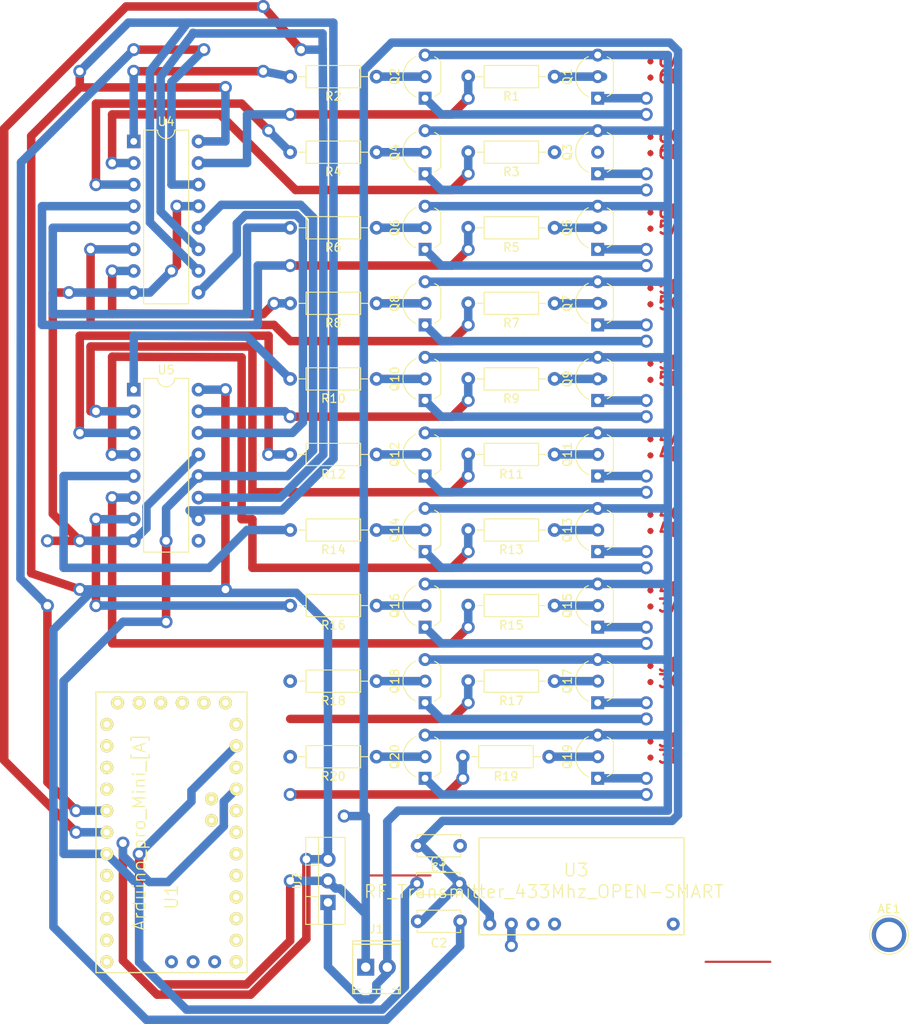
<source format=kicad_pcb>
(kicad_pcb (version 4) (host pcbnew 4.0.7)

  (general
    (links 87)
    (no_connects 10)
    (area 107.249999 13.515999 215.242382 135.160022)
    (thickness 1.6)
    (drawings 20)
    (tracks 418)
    (zones 0)
    (modules 50)
    (nets 98)
  )

  (page User 210.007 150.012)
  (layers
    (0 F.Cu signal)
    (31 B.Cu signal)
    (32 B.Adhes user)
    (33 F.Adhes user)
    (34 B.Paste user)
    (35 F.Paste user)
    (36 B.SilkS user)
    (37 F.SilkS user)
    (38 B.Mask user)
    (39 F.Mask user)
    (40 Dwgs.User user)
    (41 Cmts.User user)
    (42 Eco1.User user)
    (43 Eco2.User user)
    (44 Edge.Cuts user)
    (45 Margin user)
    (46 B.CrtYd user)
    (47 F.CrtYd user)
    (48 B.Fab user)
    (49 F.Fab user)
  )

  (setup
    (last_trace_width 1)
    (trace_clearance 0.2)
    (zone_clearance 0.508)
    (zone_45_only no)
    (trace_min 0.2)
    (segment_width 0.2)
    (edge_width 0.15)
    (via_size 1.524)
    (via_drill 0.9)
    (via_min_size 0.4)
    (via_min_drill 0.3)
    (uvia_size 1)
    (uvia_drill 0.15)
    (uvias_allowed no)
    (uvia_min_size 0.2)
    (uvia_min_drill 0.1)
    (pcb_text_width 0.3)
    (pcb_text_size 1.5 1.5)
    (mod_edge_width 0.15)
    (mod_text_size 1 1)
    (mod_text_width 0.15)
    (pad_size 1.524 1.524)
    (pad_drill 0.762)
    (pad_to_mask_clearance 0.2)
    (aux_axis_origin 0 0)
    (visible_elements FFFFFF7F)
    (pcbplotparams
      (layerselection 0x00030_80000001)
      (usegerberextensions false)
      (excludeedgelayer true)
      (linewidth 0.100000)
      (plotframeref false)
      (viasonmask false)
      (mode 1)
      (useauxorigin false)
      (hpglpennumber 1)
      (hpglpenspeed 20)
      (hpglpendiameter 15)
      (hpglpenoverlay 2)
      (psnegative false)
      (psa4output false)
      (plotreference true)
      (plotvalue true)
      (plotinvisibletext false)
      (padsonsilk false)
      (subtractmaskfromsilk false)
      (outputformat 5)
      (mirror false)
      (drillshape 0)
      (scaleselection 1)
      (outputdirectory ""))
  )

  (net 0 "")
  (net 1 "Net-(AE1-Pad1)")
  (net 2 +12V)
  (net 3 GND)
  (net 4 /Storage_register_clock_input)
  (net 5 "Net-(Q1-Pad2)")
  (net 6 "Net-(Q1-Pad1)")
  (net 7 "Net-(Q2-Pad2)")
  (net 8 "Net-(Q2-Pad1)")
  (net 9 "Net-(Q3-Pad2)")
  (net 10 "Net-(Q3-Pad1)")
  (net 11 "Net-(Q4-Pad2)")
  (net 12 "Net-(Q4-Pad1)")
  (net 13 "Net-(Q5-Pad2)")
  (net 14 "Net-(Q5-Pad1)")
  (net 15 "Net-(Q6-Pad2)")
  (net 16 "Net-(Q6-Pad1)")
  (net 17 "Net-(Q7-Pad2)")
  (net 18 "Net-(Q7-Pad1)")
  (net 19 "Net-(Q8-Pad2)")
  (net 20 "Net-(Q8-Pad1)")
  (net 21 "Net-(Q9-Pad2)")
  (net 22 "Net-(Q9-Pad1)")
  (net 23 "Net-(Q10-Pad2)")
  (net 24 "Net-(Q10-Pad1)")
  (net 25 "Net-(Q11-Pad2)")
  (net 26 "Net-(Q11-Pad1)")
  (net 27 "Net-(Q12-Pad2)")
  (net 28 "Net-(Q12-Pad1)")
  (net 29 "Net-(Q13-Pad2)")
  (net 30 "Net-(Q13-Pad1)")
  (net 31 "Net-(Q14-Pad2)")
  (net 32 "Net-(Q14-Pad1)")
  (net 33 "Net-(Q15-Pad2)")
  (net 34 "Net-(Q15-Pad1)")
  (net 35 "Net-(Q16-Pad2)")
  (net 36 "Net-(Q16-Pad1)")
  (net 37 "Net-(Q17-Pad2)")
  (net 38 "Net-(Q17-Pad1)")
  (net 39 "Net-(Q18-Pad2)")
  (net 40 "Net-(Q18-Pad1)")
  (net 41 "Net-(Q19-Pad2)")
  (net 42 "Net-(Q19-Pad1)")
  (net 43 "Net-(Q20-Pad2)")
  (net 44 "Net-(Q20-Pad1)")
  (net 45 "Net-(R1-Pad2)")
  (net 46 "Net-(R2-Pad2)")
  (net 47 "Net-(R3-Pad2)")
  (net 48 "Net-(R4-Pad2)")
  (net 49 "Net-(R5-Pad2)")
  (net 50 "Net-(R6-Pad2)")
  (net 51 "Net-(R7-Pad2)")
  (net 52 "Net-(R8-Pad2)")
  (net 53 "Net-(R9-Pad2)")
  (net 54 "Net-(R10-Pad2)")
  (net 55 "Net-(R11-Pad2)")
  (net 56 "Net-(R12-Pad2)")
  (net 57 "Net-(R13-Pad2)")
  (net 58 "Net-(R14-Pad2)")
  (net 59 "Net-(R15-Pad2)")
  (net 60 "Net-(R16-Pad2)")
  (net 61 "Net-(R17-Pad2)")
  (net 62 "Net-(R18-Pad2)")
  (net 63 "Net-(R19-Pad2)")
  (net 64 "Net-(R20-Pad2)")
  (net 65 "Net-(U4-Pad9)")
  (net 66 /Shift_register_clock_input)
  (net 67 /Serial_data_input)
  (net 68 "Net-(U5-Pad9)")
  (net 69 "Net-(U1-Pad1)")
  (net 70 "Net-(U1-Pad2)")
  (net 71 "Net-(U1-Pad3)")
  (net 72 "Net-(U1-Pad4)")
  (net 73 "Net-(U1-Pad5)")
  (net 74 "Net-(U1-Pad6)")
  (net 75 "Net-(U1-Pad7)")
  (net 76 "Net-(U1-Pad8)")
  (net 77 "Net-(U1-Pad9)")
  (net 78 "Net-(U1-Pad10)")
  (net 79 "Net-(U1-Pad14)")
  (net 80 "Net-(U1-Pad15)")
  (net 81 "Net-(U1-Pad16)")
  (net 82 "Net-(U1-Pad17)")
  (net 83 "Net-(U1-Pad18)")
  (net 84 "Net-(U1-Pad19)")
  (net 85 "Net-(U1-Pad21)")
  (net 86 "Net-(U1-Pad27)")
  (net 87 "Net-(U1-Pad28)")
  (net 88 "Net-(U1-Pad29)")
  (net 89 "Net-(U1-Pad30)")
  (net 90 "Net-(U1-Pad31)")
  (net 91 "Net-(U1-Pad32)")
  (net 92 "Net-(U3-Pad3)")
  (net 93 "Net-(U1-Pad33)")
  (net 94 "Net-(U1-Pad34)")
  (net 95 "Net-(U1-Pad35)")
  (net 96 +5V)
  (net 97 "Net-(C1-Pad1)")

  (net_class Default "Ceci est la Netclass par défaut"
    (clearance 0.2)
    (trace_width 1)
    (via_dia 1.524)
    (via_drill 0.9)
    (uvia_dia 1)
    (uvia_drill 0.15)
    (add_net +12V)
    (add_net +5V)
    (add_net /Serial_data_input)
    (add_net /Shift_register_clock_input)
    (add_net /Storage_register_clock_input)
    (add_net GND)
    (add_net "Net-(AE1-Pad1)")
    (add_net "Net-(C1-Pad1)")
    (add_net "Net-(Q1-Pad1)")
    (add_net "Net-(Q1-Pad2)")
    (add_net "Net-(Q10-Pad1)")
    (add_net "Net-(Q10-Pad2)")
    (add_net "Net-(Q11-Pad1)")
    (add_net "Net-(Q11-Pad2)")
    (add_net "Net-(Q12-Pad1)")
    (add_net "Net-(Q12-Pad2)")
    (add_net "Net-(Q13-Pad1)")
    (add_net "Net-(Q13-Pad2)")
    (add_net "Net-(Q14-Pad1)")
    (add_net "Net-(Q14-Pad2)")
    (add_net "Net-(Q15-Pad1)")
    (add_net "Net-(Q15-Pad2)")
    (add_net "Net-(Q16-Pad1)")
    (add_net "Net-(Q16-Pad2)")
    (add_net "Net-(Q17-Pad1)")
    (add_net "Net-(Q17-Pad2)")
    (add_net "Net-(Q18-Pad1)")
    (add_net "Net-(Q18-Pad2)")
    (add_net "Net-(Q19-Pad1)")
    (add_net "Net-(Q19-Pad2)")
    (add_net "Net-(Q2-Pad1)")
    (add_net "Net-(Q2-Pad2)")
    (add_net "Net-(Q20-Pad1)")
    (add_net "Net-(Q20-Pad2)")
    (add_net "Net-(Q3-Pad1)")
    (add_net "Net-(Q3-Pad2)")
    (add_net "Net-(Q4-Pad1)")
    (add_net "Net-(Q4-Pad2)")
    (add_net "Net-(Q5-Pad1)")
    (add_net "Net-(Q5-Pad2)")
    (add_net "Net-(Q6-Pad1)")
    (add_net "Net-(Q6-Pad2)")
    (add_net "Net-(Q7-Pad1)")
    (add_net "Net-(Q7-Pad2)")
    (add_net "Net-(Q8-Pad1)")
    (add_net "Net-(Q8-Pad2)")
    (add_net "Net-(Q9-Pad1)")
    (add_net "Net-(Q9-Pad2)")
    (add_net "Net-(R1-Pad2)")
    (add_net "Net-(R10-Pad2)")
    (add_net "Net-(R11-Pad2)")
    (add_net "Net-(R12-Pad2)")
    (add_net "Net-(R13-Pad2)")
    (add_net "Net-(R14-Pad2)")
    (add_net "Net-(R15-Pad2)")
    (add_net "Net-(R16-Pad2)")
    (add_net "Net-(R17-Pad2)")
    (add_net "Net-(R18-Pad2)")
    (add_net "Net-(R19-Pad2)")
    (add_net "Net-(R2-Pad2)")
    (add_net "Net-(R20-Pad2)")
    (add_net "Net-(R3-Pad2)")
    (add_net "Net-(R4-Pad2)")
    (add_net "Net-(R5-Pad2)")
    (add_net "Net-(R6-Pad2)")
    (add_net "Net-(R7-Pad2)")
    (add_net "Net-(R8-Pad2)")
    (add_net "Net-(R9-Pad2)")
    (add_net "Net-(U1-Pad1)")
    (add_net "Net-(U1-Pad10)")
    (add_net "Net-(U1-Pad14)")
    (add_net "Net-(U1-Pad15)")
    (add_net "Net-(U1-Pad16)")
    (add_net "Net-(U1-Pad17)")
    (add_net "Net-(U1-Pad18)")
    (add_net "Net-(U1-Pad19)")
    (add_net "Net-(U1-Pad2)")
    (add_net "Net-(U1-Pad21)")
    (add_net "Net-(U1-Pad27)")
    (add_net "Net-(U1-Pad28)")
    (add_net "Net-(U1-Pad29)")
    (add_net "Net-(U1-Pad3)")
    (add_net "Net-(U1-Pad30)")
    (add_net "Net-(U1-Pad31)")
    (add_net "Net-(U1-Pad32)")
    (add_net "Net-(U1-Pad33)")
    (add_net "Net-(U1-Pad34)")
    (add_net "Net-(U1-Pad35)")
    (add_net "Net-(U1-Pad4)")
    (add_net "Net-(U1-Pad5)")
    (add_net "Net-(U1-Pad6)")
    (add_net "Net-(U1-Pad7)")
    (add_net "Net-(U1-Pad8)")
    (add_net "Net-(U1-Pad9)")
    (add_net "Net-(U3-Pad3)")
    (add_net "Net-(U4-Pad9)")
    (add_net "Net-(U5-Pad9)")
  )

  (module TO_SOT_Packages_THT:TO-92_Inline_Wide (layer F.Cu) (tedit 59F2F042) (tstamp 59F2350B)
    (at 157.48 26.035 90)
    (descr "TO-92 leads in-line, wide, drill 0.8mm (see NXP sot054_po.pdf)")
    (tags "to-92 sc-43 sc-43a sot54 PA33 transistor")
    (path /59F071D5)
    (fp_text reference Q2 (at 2.54 -3.56 90) (layer F.SilkS)
      (effects (font (size 1 1) (thickness 0.15)))
    )
    (fp_text value PN2222A (at 2.54 2.79 90) (layer F.Fab)
      (effects (font (size 1 1) (thickness 0.15)))
    )
    (fp_text user %R (at 2.54 -3.56 270) (layer F.Fab)
      (effects (font (size 1 1) (thickness 0.15)))
    )
    (fp_line (start 0.74 1.85) (end 4.34 1.85) (layer F.SilkS) (width 0.12))
    (fp_line (start 0.8 1.75) (end 4.3 1.75) (layer F.Fab) (width 0.1))
    (fp_line (start -1.01 -2.73) (end 6.09 -2.73) (layer F.CrtYd) (width 0.05))
    (fp_line (start -1.01 -2.73) (end -1.01 2.01) (layer F.CrtYd) (width 0.05))
    (fp_line (start 6.09 2.01) (end 6.09 -2.73) (layer F.CrtYd) (width 0.05))
    (fp_line (start 6.09 2.01) (end -1.01 2.01) (layer F.CrtYd) (width 0.05))
    (fp_arc (start 2.54 0) (end 0.74 1.85) (angle 20) (layer F.SilkS) (width 0.12))
    (fp_arc (start 2.54 0) (end 2.54 -2.6) (angle -65) (layer F.SilkS) (width 0.12))
    (fp_arc (start 2.54 0) (end 2.54 -2.6) (angle 65) (layer F.SilkS) (width 0.12))
    (fp_arc (start 2.54 0) (end 2.54 -2.48) (angle 135) (layer F.Fab) (width 0.1))
    (fp_arc (start 2.54 0) (end 2.54 -2.48) (angle -135) (layer F.Fab) (width 0.1))
    (fp_arc (start 2.54 0) (end 4.34 1.85) (angle -20) (layer F.SilkS) (width 0.12))
    (pad 2 thru_hole circle (at 2.54 0 180) (size 1.52 1.52) (drill 0.8) (layers *.Cu *.Mask)
      (net 7 "Net-(Q2-Pad2)"))
    (pad 3 thru_hole circle (at 5.08 0 180) (size 1.52 1.52) (drill 0.8) (layers *.Cu *.Mask)
      (net 2 +12V))
    (pad 1 thru_hole rect (at 0 0 180) (size 1.52 1.52) (drill 0.8) (layers *.Cu *.Mask)
      (net 8 "Net-(Q2-Pad1)"))
    (model ${KISYS3DMOD}/TO_SOT_Packages_THT.3dshapes/TO-92_Inline_Wide.wrl
      (at (xyz 0.1 0 0))
      (scale (xyz 1 1 1))
      (rotate (xyz 0 0 -90))
    )
  )

  (module Connectors:1pin (layer F.Cu) (tedit 5861332C) (tstamp 59F234A4)
    (at 212.09 124.46)
    (descr "module 1 pin (ou trou mecanique de percage)")
    (tags DEV)
    (path /59F1CCC3)
    (fp_text reference AE1 (at 0 -3.048) (layer F.SilkS)
      (effects (font (size 1 1) (thickness 0.15)))
    )
    (fp_text value Antenna (at 0 3) (layer F.Fab)
      (effects (font (size 1 1) (thickness 0.15)))
    )
    (fp_circle (center 0 0) (end 2 0.8) (layer F.Fab) (width 0.1))
    (fp_circle (center 0 0) (end 2.6 0) (layer F.CrtYd) (width 0.05))
    (fp_circle (center 0 0) (end 0 -2.286) (layer F.SilkS) (width 0.12))
    (pad 1 thru_hole circle (at 0 0) (size 4.064 4.064) (drill 3.048) (layers *.Cu *.Mask)
      (net 1 "Net-(AE1-Pad1)"))
  )

  (module Capacitors_THT:C_Disc_D5.0mm_W2.5mm_P5.00mm (layer F.Cu) (tedit 59F35072) (tstamp 59F234B9)
    (at 161.6075 113.9825 180)
    (descr "C, Disc series, Radial, pin pitch=5.00mm, , diameter*width=5*2.5mm^2, Capacitor, http://cdn-reichelt.de/documents/datenblatt/B300/DS_KERKO_TC.pdf")
    (tags "C Disc series Radial pin pitch 5.00mm  diameter 5mm width 2.5mm Capacitor")
    (path /59F21DFC)
    (fp_text reference C1 (at 2.5 -2.56 180) (layer F.SilkS)
      (effects (font (size 1 1) (thickness 0.15)))
    )
    (fp_text value 0,3uF (at 2.5 2.56 180) (layer F.Fab)
      (effects (font (size 1 1) (thickness 0.15)))
    )
    (fp_line (start 0 -1.25) (end 0 1.25) (layer F.Fab) (width 0.1))
    (fp_line (start 0 1.25) (end 5 1.25) (layer F.Fab) (width 0.1))
    (fp_line (start 5 1.25) (end 5 -1.25) (layer F.Fab) (width 0.1))
    (fp_line (start 5 -1.25) (end 0 -1.25) (layer F.Fab) (width 0.1))
    (fp_line (start -0.06 -1.31) (end 5.06 -1.31) (layer F.SilkS) (width 0.12))
    (fp_line (start -0.06 1.31) (end 5.06 1.31) (layer F.SilkS) (width 0.12))
    (fp_line (start -0.06 -1.31) (end -0.06 -0.996) (layer F.SilkS) (width 0.12))
    (fp_line (start -0.06 0.996) (end -0.06 1.31) (layer F.SilkS) (width 0.12))
    (fp_line (start 5.06 -1.31) (end 5.06 -0.996) (layer F.SilkS) (width 0.12))
    (fp_line (start 5.06 0.996) (end 5.06 1.31) (layer F.SilkS) (width 0.12))
    (fp_line (start -1.05 -1.6) (end -1.05 1.6) (layer F.CrtYd) (width 0.05))
    (fp_line (start -1.05 1.6) (end 6.05 1.6) (layer F.CrtYd) (width 0.05))
    (fp_line (start 6.05 1.6) (end 6.05 -1.6) (layer F.CrtYd) (width 0.05))
    (fp_line (start 6.05 -1.6) (end -1.05 -1.6) (layer F.CrtYd) (width 0.05))
    (fp_text user %R (at 2.54 0 180) (layer F.Fab)
      (effects (font (size 1 1) (thickness 0.15)))
    )
    (pad 1 thru_hole circle (at 0 0 180) (size 1.6 1.6) (drill 0.8) (layers *.Cu *.Mask)
      (net 97 "Net-(C1-Pad1)"))
    (pad 2 thru_hole circle (at 5 0 180) (size 1.6 1.6) (drill 0.8) (layers *.Cu *.Mask)
      (net 3 GND))
    (model ${KISYS3DMOD}/Capacitors_THT.3dshapes/C_Disc_D5.0mm_W2.5mm_P5.00mm.wrl
      (at (xyz 0 0 0))
      (scale (xyz 1 1 1))
      (rotate (xyz 0 0 0))
    )
  )

  (module Capacitors_THT:C_Disc_D5.0mm_W2.5mm_P5.00mm (layer F.Cu) (tedit 597BC7C2) (tstamp 59F234CE)
    (at 161.6075 122.8725 180)
    (descr "C, Disc series, Radial, pin pitch=5.00mm, , diameter*width=5*2.5mm^2, Capacitor, http://cdn-reichelt.de/documents/datenblatt/B300/DS_KERKO_TC.pdf")
    (tags "C Disc series Radial pin pitch 5.00mm  diameter 5mm width 2.5mm Capacitor")
    (path /59F21EBD)
    (fp_text reference C2 (at 2.5 -2.56 180) (layer F.SilkS)
      (effects (font (size 1 1) (thickness 0.15)))
    )
    (fp_text value 0,1uF (at 2.5 2.56 180) (layer F.Fab)
      (effects (font (size 1 1) (thickness 0.15)))
    )
    (fp_line (start 0 -1.25) (end 0 1.25) (layer F.Fab) (width 0.1))
    (fp_line (start 0 1.25) (end 5 1.25) (layer F.Fab) (width 0.1))
    (fp_line (start 5 1.25) (end 5 -1.25) (layer F.Fab) (width 0.1))
    (fp_line (start 5 -1.25) (end 0 -1.25) (layer F.Fab) (width 0.1))
    (fp_line (start -0.06 -1.31) (end 5.06 -1.31) (layer F.SilkS) (width 0.12))
    (fp_line (start -0.06 1.31) (end 5.06 1.31) (layer F.SilkS) (width 0.12))
    (fp_line (start -0.06 -1.31) (end -0.06 -0.996) (layer F.SilkS) (width 0.12))
    (fp_line (start -0.06 0.996) (end -0.06 1.31) (layer F.SilkS) (width 0.12))
    (fp_line (start 5.06 -1.31) (end 5.06 -0.996) (layer F.SilkS) (width 0.12))
    (fp_line (start 5.06 0.996) (end 5.06 1.31) (layer F.SilkS) (width 0.12))
    (fp_line (start -1.05 -1.6) (end -1.05 1.6) (layer F.CrtYd) (width 0.05))
    (fp_line (start -1.05 1.6) (end 6.05 1.6) (layer F.CrtYd) (width 0.05))
    (fp_line (start 6.05 1.6) (end 6.05 -1.6) (layer F.CrtYd) (width 0.05))
    (fp_line (start 6.05 -1.6) (end -1.05 -1.6) (layer F.CrtYd) (width 0.05))
    (fp_text user %R (at 2.5 0 180) (layer F.Fab)
      (effects (font (size 1 1) (thickness 0.15)))
    )
    (pad 1 thru_hole circle (at 0 0 180) (size 1.6 1.6) (drill 0.8) (layers *.Cu *.Mask)
      (net 96 +5V))
    (pad 2 thru_hole circle (at 5 0 180) (size 1.6 1.6) (drill 0.8) (layers *.Cu *.Mask)
      (net 3 GND))
    (model ${KISYS3DMOD}/Capacitors_THT.3dshapes/C_Disc_D5.0mm_W2.5mm_P5.00mm.wrl
      (at (xyz 0 0 0))
      (scale (xyz 1 1 1))
      (rotate (xyz 0 0 0))
    )
  )

  (module Capacitors_THT:C_Disc_D5.0mm_W2.5mm_P5.00mm (layer F.Cu) (tedit 597BC7C2) (tstamp 59F234E3)
    (at 156.5275 118.4275)
    (descr "C, Disc series, Radial, pin pitch=5.00mm, , diameter*width=5*2.5mm^2, Capacitor, http://cdn-reichelt.de/documents/datenblatt/B300/DS_KERKO_TC.pdf")
    (tags "C Disc series Radial pin pitch 5.00mm  diameter 5mm width 2.5mm Capacitor")
    (path /59F221FF)
    (fp_text reference C3 (at 2.5 -2.56) (layer F.SilkS)
      (effects (font (size 1 1) (thickness 0.15)))
    )
    (fp_text value 1uF (at 2.5 2.56) (layer F.Fab)
      (effects (font (size 1 1) (thickness 0.15)))
    )
    (fp_line (start 0 -1.25) (end 0 1.25) (layer F.Fab) (width 0.1))
    (fp_line (start 0 1.25) (end 5 1.25) (layer F.Fab) (width 0.1))
    (fp_line (start 5 1.25) (end 5 -1.25) (layer F.Fab) (width 0.1))
    (fp_line (start 5 -1.25) (end 0 -1.25) (layer F.Fab) (width 0.1))
    (fp_line (start -0.06 -1.31) (end 5.06 -1.31) (layer F.SilkS) (width 0.12))
    (fp_line (start -0.06 1.31) (end 5.06 1.31) (layer F.SilkS) (width 0.12))
    (fp_line (start -0.06 -1.31) (end -0.06 -0.996) (layer F.SilkS) (width 0.12))
    (fp_line (start -0.06 0.996) (end -0.06 1.31) (layer F.SilkS) (width 0.12))
    (fp_line (start 5.06 -1.31) (end 5.06 -0.996) (layer F.SilkS) (width 0.12))
    (fp_line (start 5.06 0.996) (end 5.06 1.31) (layer F.SilkS) (width 0.12))
    (fp_line (start -1.05 -1.6) (end -1.05 1.6) (layer F.CrtYd) (width 0.05))
    (fp_line (start -1.05 1.6) (end 6.05 1.6) (layer F.CrtYd) (width 0.05))
    (fp_line (start 6.05 1.6) (end 6.05 -1.6) (layer F.CrtYd) (width 0.05))
    (fp_line (start 6.05 -1.6) (end -1.05 -1.6) (layer F.CrtYd) (width 0.05))
    (fp_text user %R (at 2.5 0) (layer F.Fab)
      (effects (font (size 1 1) (thickness 0.15)))
    )
    (pad 1 thru_hole circle (at 0 0) (size 1.6 1.6) (drill 0.8) (layers *.Cu *.Mask)
      (net 4 /Storage_register_clock_input))
    (pad 2 thru_hole circle (at 5 0) (size 1.6 1.6) (drill 0.8) (layers *.Cu *.Mask)
      (net 3 GND))
    (model ${KISYS3DMOD}/Capacitors_THT.3dshapes/C_Disc_D5.0mm_W2.5mm_P5.00mm.wrl
      (at (xyz 0 0 0))
      (scale (xyz 1 1 1))
      (rotate (xyz 0 0 0))
    )
  )

  (module TO_SOT_Packages_THT:TO-92_Inline_Wide (layer F.Cu) (tedit 59F2F030) (tstamp 59F234F7)
    (at 177.8 26.035 90)
    (descr "TO-92 leads in-line, wide, drill 0.8mm (see NXP sot054_po.pdf)")
    (tags "to-92 sc-43 sc-43a sot54 PA33 transistor")
    (path /59EF535E)
    (fp_text reference Q1 (at 2.54 -3.56 90) (layer F.SilkS)
      (effects (font (size 1 1) (thickness 0.15)))
    )
    (fp_text value PN2222A (at 2.54 2.79 90) (layer F.Fab)
      (effects (font (size 1 1) (thickness 0.15)))
    )
    (fp_text user %R (at 2.54 -3.56 270) (layer F.Fab)
      (effects (font (size 1 1) (thickness 0.15)))
    )
    (fp_line (start 0.74 1.85) (end 4.34 1.85) (layer F.SilkS) (width 0.12))
    (fp_line (start 0.8 1.75) (end 4.3 1.75) (layer F.Fab) (width 0.1))
    (fp_line (start -1.01 -2.73) (end 6.09 -2.73) (layer F.CrtYd) (width 0.05))
    (fp_line (start -1.01 -2.73) (end -1.01 2.01) (layer F.CrtYd) (width 0.05))
    (fp_line (start 6.09 2.01) (end 6.09 -2.73) (layer F.CrtYd) (width 0.05))
    (fp_line (start 6.09 2.01) (end -1.01 2.01) (layer F.CrtYd) (width 0.05))
    (fp_arc (start 2.54 0) (end 0.74 1.85) (angle 20) (layer F.SilkS) (width 0.12))
    (fp_arc (start 2.54 0) (end 2.54 -2.6) (angle -65) (layer F.SilkS) (width 0.12))
    (fp_arc (start 2.54 0) (end 2.54 -2.6) (angle 65) (layer F.SilkS) (width 0.12))
    (fp_arc (start 2.54 0) (end 2.54 -2.48) (angle 135) (layer F.Fab) (width 0.1))
    (fp_arc (start 2.54 0) (end 2.54 -2.48) (angle -135) (layer F.Fab) (width 0.1))
    (fp_arc (start 2.54 0) (end 4.34 1.85) (angle -20) (layer F.SilkS) (width 0.12))
    (pad 2 thru_hole circle (at 2.54 0 180) (size 1.52 1.52) (drill 0.8) (layers *.Cu *.Mask)
      (net 5 "Net-(Q1-Pad2)"))
    (pad 3 thru_hole circle (at 5.08 0 180) (size 1.52 1.52) (drill 0.8) (layers *.Cu *.Mask)
      (net 2 +12V))
    (pad 1 thru_hole rect (at 0 0 180) (size 1.52 1.52) (drill 0.8) (layers *.Cu *.Mask)
      (net 6 "Net-(Q1-Pad1)"))
    (model ${KISYS3DMOD}/TO_SOT_Packages_THT.3dshapes/TO-92_Inline_Wide.wrl
      (at (xyz 0.1 0 0))
      (scale (xyz 1 1 1))
      (rotate (xyz 0 0 -90))
    )
  )

  (module TO_SOT_Packages_THT:TO-92_Inline_Wide (layer F.Cu) (tedit 58CE52AF) (tstamp 59F2351F)
    (at 177.8 34.925 90)
    (descr "TO-92 leads in-line, wide, drill 0.8mm (see NXP sot054_po.pdf)")
    (tags "to-92 sc-43 sc-43a sot54 PA33 transistor")
    (path /59F06FF4)
    (fp_text reference Q3 (at 2.54 -3.56 270) (layer F.SilkS)
      (effects (font (size 1 1) (thickness 0.15)))
    )
    (fp_text value PN2222A (at 2.54 2.79 90) (layer F.Fab)
      (effects (font (size 1 1) (thickness 0.15)))
    )
    (fp_text user %R (at 2.54 -3.56 270) (layer F.Fab)
      (effects (font (size 1 1) (thickness 0.15)))
    )
    (fp_line (start 0.74 1.85) (end 4.34 1.85) (layer F.SilkS) (width 0.12))
    (fp_line (start 0.8 1.75) (end 4.3 1.75) (layer F.Fab) (width 0.1))
    (fp_line (start -1.01 -2.73) (end 6.09 -2.73) (layer F.CrtYd) (width 0.05))
    (fp_line (start -1.01 -2.73) (end -1.01 2.01) (layer F.CrtYd) (width 0.05))
    (fp_line (start 6.09 2.01) (end 6.09 -2.73) (layer F.CrtYd) (width 0.05))
    (fp_line (start 6.09 2.01) (end -1.01 2.01) (layer F.CrtYd) (width 0.05))
    (fp_arc (start 2.54 0) (end 0.74 1.85) (angle 20) (layer F.SilkS) (width 0.12))
    (fp_arc (start 2.54 0) (end 2.54 -2.6) (angle -65) (layer F.SilkS) (width 0.12))
    (fp_arc (start 2.54 0) (end 2.54 -2.6) (angle 65) (layer F.SilkS) (width 0.12))
    (fp_arc (start 2.54 0) (end 2.54 -2.48) (angle 135) (layer F.Fab) (width 0.1))
    (fp_arc (start 2.54 0) (end 2.54 -2.48) (angle -135) (layer F.Fab) (width 0.1))
    (fp_arc (start 2.54 0) (end 4.34 1.85) (angle -20) (layer F.SilkS) (width 0.12))
    (pad 2 thru_hole circle (at 2.54 0 180) (size 1.52 1.52) (drill 0.8) (layers *.Cu *.Mask)
      (net 9 "Net-(Q3-Pad2)"))
    (pad 3 thru_hole circle (at 5.08 0 180) (size 1.52 1.52) (drill 0.8) (layers *.Cu *.Mask)
      (net 2 +12V))
    (pad 1 thru_hole rect (at 0 0 180) (size 1.52 1.52) (drill 0.8) (layers *.Cu *.Mask)
      (net 10 "Net-(Q3-Pad1)"))
    (model ${KISYS3DMOD}/TO_SOT_Packages_THT.3dshapes/TO-92_Inline_Wide.wrl
      (at (xyz 0.1 0 0))
      (scale (xyz 1 1 1))
      (rotate (xyz 0 0 -90))
    )
  )

  (module TO_SOT_Packages_THT:TO-92_Inline_Wide (layer F.Cu) (tedit 58CE52AF) (tstamp 59F23533)
    (at 157.48 34.925 90)
    (descr "TO-92 leads in-line, wide, drill 0.8mm (see NXP sot054_po.pdf)")
    (tags "to-92 sc-43 sc-43a sot54 PA33 transistor")
    (path /59F071E8)
    (fp_text reference Q4 (at 2.54 -3.56 270) (layer F.SilkS)
      (effects (font (size 1 1) (thickness 0.15)))
    )
    (fp_text value PN2222A (at 2.54 2.79 90) (layer F.Fab)
      (effects (font (size 1 1) (thickness 0.15)))
    )
    (fp_text user %R (at 2.54 -3.56 270) (layer F.Fab)
      (effects (font (size 1 1) (thickness 0.15)))
    )
    (fp_line (start 0.74 1.85) (end 4.34 1.85) (layer F.SilkS) (width 0.12))
    (fp_line (start 0.8 1.75) (end 4.3 1.75) (layer F.Fab) (width 0.1))
    (fp_line (start -1.01 -2.73) (end 6.09 -2.73) (layer F.CrtYd) (width 0.05))
    (fp_line (start -1.01 -2.73) (end -1.01 2.01) (layer F.CrtYd) (width 0.05))
    (fp_line (start 6.09 2.01) (end 6.09 -2.73) (layer F.CrtYd) (width 0.05))
    (fp_line (start 6.09 2.01) (end -1.01 2.01) (layer F.CrtYd) (width 0.05))
    (fp_arc (start 2.54 0) (end 0.74 1.85) (angle 20) (layer F.SilkS) (width 0.12))
    (fp_arc (start 2.54 0) (end 2.54 -2.6) (angle -65) (layer F.SilkS) (width 0.12))
    (fp_arc (start 2.54 0) (end 2.54 -2.6) (angle 65) (layer F.SilkS) (width 0.12))
    (fp_arc (start 2.54 0) (end 2.54 -2.48) (angle 135) (layer F.Fab) (width 0.1))
    (fp_arc (start 2.54 0) (end 2.54 -2.48) (angle -135) (layer F.Fab) (width 0.1))
    (fp_arc (start 2.54 0) (end 4.34 1.85) (angle -20) (layer F.SilkS) (width 0.12))
    (pad 2 thru_hole circle (at 2.54 0 180) (size 1.52 1.52) (drill 0.8) (layers *.Cu *.Mask)
      (net 11 "Net-(Q4-Pad2)"))
    (pad 3 thru_hole circle (at 5.08 0 180) (size 1.52 1.52) (drill 0.8) (layers *.Cu *.Mask)
      (net 2 +12V))
    (pad 1 thru_hole rect (at 0 0 180) (size 1.52 1.52) (drill 0.8) (layers *.Cu *.Mask)
      (net 12 "Net-(Q4-Pad1)"))
    (model ${KISYS3DMOD}/TO_SOT_Packages_THT.3dshapes/TO-92_Inline_Wide.wrl
      (at (xyz 0.1 0 0))
      (scale (xyz 1 1 1))
      (rotate (xyz 0 0 -90))
    )
  )

  (module TO_SOT_Packages_THT:TO-92_Inline_Wide (layer F.Cu) (tedit 58CE52AF) (tstamp 59F23547)
    (at 177.8 43.815 90)
    (descr "TO-92 leads in-line, wide, drill 0.8mm (see NXP sot054_po.pdf)")
    (tags "to-92 sc-43 sc-43a sot54 PA33 transistor")
    (path /59F074B7)
    (fp_text reference Q5 (at 2.54 -3.56 270) (layer F.SilkS)
      (effects (font (size 1 1) (thickness 0.15)))
    )
    (fp_text value PN2222A (at 2.54 2.79 90) (layer F.Fab)
      (effects (font (size 1 1) (thickness 0.15)))
    )
    (fp_text user %R (at 2.54 -3.56 270) (layer F.Fab)
      (effects (font (size 1 1) (thickness 0.15)))
    )
    (fp_line (start 0.74 1.85) (end 4.34 1.85) (layer F.SilkS) (width 0.12))
    (fp_line (start 0.8 1.75) (end 4.3 1.75) (layer F.Fab) (width 0.1))
    (fp_line (start -1.01 -2.73) (end 6.09 -2.73) (layer F.CrtYd) (width 0.05))
    (fp_line (start -1.01 -2.73) (end -1.01 2.01) (layer F.CrtYd) (width 0.05))
    (fp_line (start 6.09 2.01) (end 6.09 -2.73) (layer F.CrtYd) (width 0.05))
    (fp_line (start 6.09 2.01) (end -1.01 2.01) (layer F.CrtYd) (width 0.05))
    (fp_arc (start 2.54 0) (end 0.74 1.85) (angle 20) (layer F.SilkS) (width 0.12))
    (fp_arc (start 2.54 0) (end 2.54 -2.6) (angle -65) (layer F.SilkS) (width 0.12))
    (fp_arc (start 2.54 0) (end 2.54 -2.6) (angle 65) (layer F.SilkS) (width 0.12))
    (fp_arc (start 2.54 0) (end 2.54 -2.48) (angle 135) (layer F.Fab) (width 0.1))
    (fp_arc (start 2.54 0) (end 2.54 -2.48) (angle -135) (layer F.Fab) (width 0.1))
    (fp_arc (start 2.54 0) (end 4.34 1.85) (angle -20) (layer F.SilkS) (width 0.12))
    (pad 2 thru_hole circle (at 2.54 0 180) (size 1.52 1.52) (drill 0.8) (layers *.Cu *.Mask)
      (net 13 "Net-(Q5-Pad2)"))
    (pad 3 thru_hole circle (at 5.08 0 180) (size 1.52 1.52) (drill 0.8) (layers *.Cu *.Mask)
      (net 2 +12V))
    (pad 1 thru_hole rect (at 0 0 180) (size 1.52 1.52) (drill 0.8) (layers *.Cu *.Mask)
      (net 14 "Net-(Q5-Pad1)"))
    (model ${KISYS3DMOD}/TO_SOT_Packages_THT.3dshapes/TO-92_Inline_Wide.wrl
      (at (xyz 0.1 0 0))
      (scale (xyz 1 1 1))
      (rotate (xyz 0 0 -90))
    )
  )

  (module TO_SOT_Packages_THT:TO-92_Inline_Wide (layer F.Cu) (tedit 58CE52AF) (tstamp 59F2355B)
    (at 157.48 43.815 90)
    (descr "TO-92 leads in-line, wide, drill 0.8mm (see NXP sot054_po.pdf)")
    (tags "to-92 sc-43 sc-43a sot54 PA33 transistor")
    (path /59F074DD)
    (fp_text reference Q6 (at 2.54 -3.56 270) (layer F.SilkS)
      (effects (font (size 1 1) (thickness 0.15)))
    )
    (fp_text value PN2222A (at 2.54 2.79 90) (layer F.Fab)
      (effects (font (size 1 1) (thickness 0.15)))
    )
    (fp_text user %R (at 2.54 -3.56 270) (layer F.Fab)
      (effects (font (size 1 1) (thickness 0.15)))
    )
    (fp_line (start 0.74 1.85) (end 4.34 1.85) (layer F.SilkS) (width 0.12))
    (fp_line (start 0.8 1.75) (end 4.3 1.75) (layer F.Fab) (width 0.1))
    (fp_line (start -1.01 -2.73) (end 6.09 -2.73) (layer F.CrtYd) (width 0.05))
    (fp_line (start -1.01 -2.73) (end -1.01 2.01) (layer F.CrtYd) (width 0.05))
    (fp_line (start 6.09 2.01) (end 6.09 -2.73) (layer F.CrtYd) (width 0.05))
    (fp_line (start 6.09 2.01) (end -1.01 2.01) (layer F.CrtYd) (width 0.05))
    (fp_arc (start 2.54 0) (end 0.74 1.85) (angle 20) (layer F.SilkS) (width 0.12))
    (fp_arc (start 2.54 0) (end 2.54 -2.6) (angle -65) (layer F.SilkS) (width 0.12))
    (fp_arc (start 2.54 0) (end 2.54 -2.6) (angle 65) (layer F.SilkS) (width 0.12))
    (fp_arc (start 2.54 0) (end 2.54 -2.48) (angle 135) (layer F.Fab) (width 0.1))
    (fp_arc (start 2.54 0) (end 2.54 -2.48) (angle -135) (layer F.Fab) (width 0.1))
    (fp_arc (start 2.54 0) (end 4.34 1.85) (angle -20) (layer F.SilkS) (width 0.12))
    (pad 2 thru_hole circle (at 2.54 0 180) (size 1.52 1.52) (drill 0.8) (layers *.Cu *.Mask)
      (net 15 "Net-(Q6-Pad2)"))
    (pad 3 thru_hole circle (at 5.08 0 180) (size 1.52 1.52) (drill 0.8) (layers *.Cu *.Mask)
      (net 2 +12V))
    (pad 1 thru_hole rect (at 0 0 180) (size 1.52 1.52) (drill 0.8) (layers *.Cu *.Mask)
      (net 16 "Net-(Q6-Pad1)"))
    (model ${KISYS3DMOD}/TO_SOT_Packages_THT.3dshapes/TO-92_Inline_Wide.wrl
      (at (xyz 0.1 0 0))
      (scale (xyz 1 1 1))
      (rotate (xyz 0 0 -90))
    )
  )

  (module TO_SOT_Packages_THT:TO-92_Inline_Wide (layer F.Cu) (tedit 58CE52AF) (tstamp 59F2356F)
    (at 177.8 52.705 90)
    (descr "TO-92 leads in-line, wide, drill 0.8mm (see NXP sot054_po.pdf)")
    (tags "to-92 sc-43 sc-43a sot54 PA33 transistor")
    (path /59F074CA)
    (fp_text reference Q7 (at 2.54 -3.56 270) (layer F.SilkS)
      (effects (font (size 1 1) (thickness 0.15)))
    )
    (fp_text value PN2222A (at 2.54 2.79 90) (layer F.Fab)
      (effects (font (size 1 1) (thickness 0.15)))
    )
    (fp_text user %R (at 2.54 -3.56 270) (layer F.Fab)
      (effects (font (size 1 1) (thickness 0.15)))
    )
    (fp_line (start 0.74 1.85) (end 4.34 1.85) (layer F.SilkS) (width 0.12))
    (fp_line (start 0.8 1.75) (end 4.3 1.75) (layer F.Fab) (width 0.1))
    (fp_line (start -1.01 -2.73) (end 6.09 -2.73) (layer F.CrtYd) (width 0.05))
    (fp_line (start -1.01 -2.73) (end -1.01 2.01) (layer F.CrtYd) (width 0.05))
    (fp_line (start 6.09 2.01) (end 6.09 -2.73) (layer F.CrtYd) (width 0.05))
    (fp_line (start 6.09 2.01) (end -1.01 2.01) (layer F.CrtYd) (width 0.05))
    (fp_arc (start 2.54 0) (end 0.74 1.85) (angle 20) (layer F.SilkS) (width 0.12))
    (fp_arc (start 2.54 0) (end 2.54 -2.6) (angle -65) (layer F.SilkS) (width 0.12))
    (fp_arc (start 2.54 0) (end 2.54 -2.6) (angle 65) (layer F.SilkS) (width 0.12))
    (fp_arc (start 2.54 0) (end 2.54 -2.48) (angle 135) (layer F.Fab) (width 0.1))
    (fp_arc (start 2.54 0) (end 2.54 -2.48) (angle -135) (layer F.Fab) (width 0.1))
    (fp_arc (start 2.54 0) (end 4.34 1.85) (angle -20) (layer F.SilkS) (width 0.12))
    (pad 2 thru_hole circle (at 2.54 0 180) (size 1.52 1.52) (drill 0.8) (layers *.Cu *.Mask)
      (net 17 "Net-(Q7-Pad2)"))
    (pad 3 thru_hole circle (at 5.08 0 180) (size 1.52 1.52) (drill 0.8) (layers *.Cu *.Mask)
      (net 2 +12V))
    (pad 1 thru_hole rect (at 0 0 180) (size 1.52 1.52) (drill 0.8) (layers *.Cu *.Mask)
      (net 18 "Net-(Q7-Pad1)"))
    (model ${KISYS3DMOD}/TO_SOT_Packages_THT.3dshapes/TO-92_Inline_Wide.wrl
      (at (xyz 0.1 0 0))
      (scale (xyz 1 1 1))
      (rotate (xyz 0 0 -90))
    )
  )

  (module TO_SOT_Packages_THT:TO-92_Inline_Wide (layer F.Cu) (tedit 58CE52AF) (tstamp 59F23583)
    (at 157.48 52.705 90)
    (descr "TO-92 leads in-line, wide, drill 0.8mm (see NXP sot054_po.pdf)")
    (tags "to-92 sc-43 sc-43a sot54 PA33 transistor")
    (path /59F074F0)
    (fp_text reference Q8 (at 2.54 -3.56 270) (layer F.SilkS)
      (effects (font (size 1 1) (thickness 0.15)))
    )
    (fp_text value PN2222A (at 2.54 2.79 90) (layer F.Fab)
      (effects (font (size 1 1) (thickness 0.15)))
    )
    (fp_text user %R (at 2.54 -3.56 270) (layer F.Fab)
      (effects (font (size 1 1) (thickness 0.15)))
    )
    (fp_line (start 0.74 1.85) (end 4.34 1.85) (layer F.SilkS) (width 0.12))
    (fp_line (start 0.8 1.75) (end 4.3 1.75) (layer F.Fab) (width 0.1))
    (fp_line (start -1.01 -2.73) (end 6.09 -2.73) (layer F.CrtYd) (width 0.05))
    (fp_line (start -1.01 -2.73) (end -1.01 2.01) (layer F.CrtYd) (width 0.05))
    (fp_line (start 6.09 2.01) (end 6.09 -2.73) (layer F.CrtYd) (width 0.05))
    (fp_line (start 6.09 2.01) (end -1.01 2.01) (layer F.CrtYd) (width 0.05))
    (fp_arc (start 2.54 0) (end 0.74 1.85) (angle 20) (layer F.SilkS) (width 0.12))
    (fp_arc (start 2.54 0) (end 2.54 -2.6) (angle -65) (layer F.SilkS) (width 0.12))
    (fp_arc (start 2.54 0) (end 2.54 -2.6) (angle 65) (layer F.SilkS) (width 0.12))
    (fp_arc (start 2.54 0) (end 2.54 -2.48) (angle 135) (layer F.Fab) (width 0.1))
    (fp_arc (start 2.54 0) (end 2.54 -2.48) (angle -135) (layer F.Fab) (width 0.1))
    (fp_arc (start 2.54 0) (end 4.34 1.85) (angle -20) (layer F.SilkS) (width 0.12))
    (pad 2 thru_hole circle (at 2.54 0 180) (size 1.52 1.52) (drill 0.8) (layers *.Cu *.Mask)
      (net 19 "Net-(Q8-Pad2)"))
    (pad 3 thru_hole circle (at 5.08 0 180) (size 1.52 1.52) (drill 0.8) (layers *.Cu *.Mask)
      (net 2 +12V))
    (pad 1 thru_hole rect (at 0 0 180) (size 1.52 1.52) (drill 0.8) (layers *.Cu *.Mask)
      (net 20 "Net-(Q8-Pad1)"))
    (model ${KISYS3DMOD}/TO_SOT_Packages_THT.3dshapes/TO-92_Inline_Wide.wrl
      (at (xyz 0.1 0 0))
      (scale (xyz 1 1 1))
      (rotate (xyz 0 0 -90))
    )
  )

  (module TO_SOT_Packages_THT:TO-92_Inline_Wide (layer F.Cu) (tedit 58CE52AF) (tstamp 59F23597)
    (at 177.8 61.595 90)
    (descr "TO-92 leads in-line, wide, drill 0.8mm (see NXP sot054_po.pdf)")
    (tags "to-92 sc-43 sc-43a sot54 PA33 transistor")
    (path /59F07D5B)
    (fp_text reference Q9 (at 2.54 -3.56 270) (layer F.SilkS)
      (effects (font (size 1 1) (thickness 0.15)))
    )
    (fp_text value PN2222A (at 2.54 2.79 90) (layer F.Fab)
      (effects (font (size 1 1) (thickness 0.15)))
    )
    (fp_text user %R (at 2.54 -3.56 270) (layer F.Fab)
      (effects (font (size 1 1) (thickness 0.15)))
    )
    (fp_line (start 0.74 1.85) (end 4.34 1.85) (layer F.SilkS) (width 0.12))
    (fp_line (start 0.8 1.75) (end 4.3 1.75) (layer F.Fab) (width 0.1))
    (fp_line (start -1.01 -2.73) (end 6.09 -2.73) (layer F.CrtYd) (width 0.05))
    (fp_line (start -1.01 -2.73) (end -1.01 2.01) (layer F.CrtYd) (width 0.05))
    (fp_line (start 6.09 2.01) (end 6.09 -2.73) (layer F.CrtYd) (width 0.05))
    (fp_line (start 6.09 2.01) (end -1.01 2.01) (layer F.CrtYd) (width 0.05))
    (fp_arc (start 2.54 0) (end 0.74 1.85) (angle 20) (layer F.SilkS) (width 0.12))
    (fp_arc (start 2.54 0) (end 2.54 -2.6) (angle -65) (layer F.SilkS) (width 0.12))
    (fp_arc (start 2.54 0) (end 2.54 -2.6) (angle 65) (layer F.SilkS) (width 0.12))
    (fp_arc (start 2.54 0) (end 2.54 -2.48) (angle 135) (layer F.Fab) (width 0.1))
    (fp_arc (start 2.54 0) (end 2.54 -2.48) (angle -135) (layer F.Fab) (width 0.1))
    (fp_arc (start 2.54 0) (end 4.34 1.85) (angle -20) (layer F.SilkS) (width 0.12))
    (pad 2 thru_hole circle (at 2.54 0 180) (size 1.52 1.52) (drill 0.8) (layers *.Cu *.Mask)
      (net 21 "Net-(Q9-Pad2)"))
    (pad 3 thru_hole circle (at 5.08 0 180) (size 1.52 1.52) (drill 0.8) (layers *.Cu *.Mask)
      (net 2 +12V))
    (pad 1 thru_hole rect (at 0 0 180) (size 1.52 1.52) (drill 0.8) (layers *.Cu *.Mask)
      (net 22 "Net-(Q9-Pad1)"))
    (model ${KISYS3DMOD}/TO_SOT_Packages_THT.3dshapes/TO-92_Inline_Wide.wrl
      (at (xyz 0.1 0 0))
      (scale (xyz 1 1 1))
      (rotate (xyz 0 0 -90))
    )
  )

  (module TO_SOT_Packages_THT:TO-92_Inline_Wide (layer F.Cu) (tedit 58CE52AF) (tstamp 59F235AB)
    (at 157.48 61.595 90)
    (descr "TO-92 leads in-line, wide, drill 0.8mm (see NXP sot054_po.pdf)")
    (tags "to-92 sc-43 sc-43a sot54 PA33 transistor")
    (path /59F07D81)
    (fp_text reference Q10 (at 2.54 -3.56 270) (layer F.SilkS)
      (effects (font (size 1 1) (thickness 0.15)))
    )
    (fp_text value PN2222A (at 2.54 2.79 90) (layer F.Fab)
      (effects (font (size 1 1) (thickness 0.15)))
    )
    (fp_text user %R (at 2.54 -3.56 270) (layer F.Fab)
      (effects (font (size 1 1) (thickness 0.15)))
    )
    (fp_line (start 0.74 1.85) (end 4.34 1.85) (layer F.SilkS) (width 0.12))
    (fp_line (start 0.8 1.75) (end 4.3 1.75) (layer F.Fab) (width 0.1))
    (fp_line (start -1.01 -2.73) (end 6.09 -2.73) (layer F.CrtYd) (width 0.05))
    (fp_line (start -1.01 -2.73) (end -1.01 2.01) (layer F.CrtYd) (width 0.05))
    (fp_line (start 6.09 2.01) (end 6.09 -2.73) (layer F.CrtYd) (width 0.05))
    (fp_line (start 6.09 2.01) (end -1.01 2.01) (layer F.CrtYd) (width 0.05))
    (fp_arc (start 2.54 0) (end 0.74 1.85) (angle 20) (layer F.SilkS) (width 0.12))
    (fp_arc (start 2.54 0) (end 2.54 -2.6) (angle -65) (layer F.SilkS) (width 0.12))
    (fp_arc (start 2.54 0) (end 2.54 -2.6) (angle 65) (layer F.SilkS) (width 0.12))
    (fp_arc (start 2.54 0) (end 2.54 -2.48) (angle 135) (layer F.Fab) (width 0.1))
    (fp_arc (start 2.54 0) (end 2.54 -2.48) (angle -135) (layer F.Fab) (width 0.1))
    (fp_arc (start 2.54 0) (end 4.34 1.85) (angle -20) (layer F.SilkS) (width 0.12))
    (pad 2 thru_hole circle (at 2.54 0 180) (size 1.52 1.52) (drill 0.8) (layers *.Cu *.Mask)
      (net 23 "Net-(Q10-Pad2)"))
    (pad 3 thru_hole circle (at 5.08 0 180) (size 1.52 1.52) (drill 0.8) (layers *.Cu *.Mask)
      (net 2 +12V))
    (pad 1 thru_hole rect (at 0 0 180) (size 1.52 1.52) (drill 0.8) (layers *.Cu *.Mask)
      (net 24 "Net-(Q10-Pad1)"))
    (model ${KISYS3DMOD}/TO_SOT_Packages_THT.3dshapes/TO-92_Inline_Wide.wrl
      (at (xyz 0.1 0 0))
      (scale (xyz 1 1 1))
      (rotate (xyz 0 0 -90))
    )
  )

  (module TO_SOT_Packages_THT:TO-92_Inline_Wide (layer F.Cu) (tedit 58CE52AF) (tstamp 59F235BF)
    (at 177.8 70.485 90)
    (descr "TO-92 leads in-line, wide, drill 0.8mm (see NXP sot054_po.pdf)")
    (tags "to-92 sc-43 sc-43a sot54 PA33 transistor")
    (path /59F07D6E)
    (fp_text reference Q11 (at 2.54 -3.56 270) (layer F.SilkS)
      (effects (font (size 1 1) (thickness 0.15)))
    )
    (fp_text value PN2222A (at 2.54 2.79 90) (layer F.Fab)
      (effects (font (size 1 1) (thickness 0.15)))
    )
    (fp_text user %R (at 2.54 -3.56 270) (layer F.Fab)
      (effects (font (size 1 1) (thickness 0.15)))
    )
    (fp_line (start 0.74 1.85) (end 4.34 1.85) (layer F.SilkS) (width 0.12))
    (fp_line (start 0.8 1.75) (end 4.3 1.75) (layer F.Fab) (width 0.1))
    (fp_line (start -1.01 -2.73) (end 6.09 -2.73) (layer F.CrtYd) (width 0.05))
    (fp_line (start -1.01 -2.73) (end -1.01 2.01) (layer F.CrtYd) (width 0.05))
    (fp_line (start 6.09 2.01) (end 6.09 -2.73) (layer F.CrtYd) (width 0.05))
    (fp_line (start 6.09 2.01) (end -1.01 2.01) (layer F.CrtYd) (width 0.05))
    (fp_arc (start 2.54 0) (end 0.74 1.85) (angle 20) (layer F.SilkS) (width 0.12))
    (fp_arc (start 2.54 0) (end 2.54 -2.6) (angle -65) (layer F.SilkS) (width 0.12))
    (fp_arc (start 2.54 0) (end 2.54 -2.6) (angle 65) (layer F.SilkS) (width 0.12))
    (fp_arc (start 2.54 0) (end 2.54 -2.48) (angle 135) (layer F.Fab) (width 0.1))
    (fp_arc (start 2.54 0) (end 2.54 -2.48) (angle -135) (layer F.Fab) (width 0.1))
    (fp_arc (start 2.54 0) (end 4.34 1.85) (angle -20) (layer F.SilkS) (width 0.12))
    (pad 2 thru_hole circle (at 2.54 0 180) (size 1.52 1.52) (drill 0.8) (layers *.Cu *.Mask)
      (net 25 "Net-(Q11-Pad2)"))
    (pad 3 thru_hole circle (at 5.08 0 180) (size 1.52 1.52) (drill 0.8) (layers *.Cu *.Mask)
      (net 2 +12V))
    (pad 1 thru_hole rect (at 0 0 180) (size 1.52 1.52) (drill 0.8) (layers *.Cu *.Mask)
      (net 26 "Net-(Q11-Pad1)"))
    (model ${KISYS3DMOD}/TO_SOT_Packages_THT.3dshapes/TO-92_Inline_Wide.wrl
      (at (xyz 0.1 0 0))
      (scale (xyz 1 1 1))
      (rotate (xyz 0 0 -90))
    )
  )

  (module TO_SOT_Packages_THT:TO-92_Inline_Wide (layer F.Cu) (tedit 58CE52AF) (tstamp 59F235D3)
    (at 157.48 70.485 90)
    (descr "TO-92 leads in-line, wide, drill 0.8mm (see NXP sot054_po.pdf)")
    (tags "to-92 sc-43 sc-43a sot54 PA33 transistor")
    (path /59F07D94)
    (fp_text reference Q12 (at 2.54 -3.56 270) (layer F.SilkS)
      (effects (font (size 1 1) (thickness 0.15)))
    )
    (fp_text value PN2222A (at 2.54 2.79 90) (layer F.Fab)
      (effects (font (size 1 1) (thickness 0.15)))
    )
    (fp_text user %R (at 2.54 -3.56 270) (layer F.Fab)
      (effects (font (size 1 1) (thickness 0.15)))
    )
    (fp_line (start 0.74 1.85) (end 4.34 1.85) (layer F.SilkS) (width 0.12))
    (fp_line (start 0.8 1.75) (end 4.3 1.75) (layer F.Fab) (width 0.1))
    (fp_line (start -1.01 -2.73) (end 6.09 -2.73) (layer F.CrtYd) (width 0.05))
    (fp_line (start -1.01 -2.73) (end -1.01 2.01) (layer F.CrtYd) (width 0.05))
    (fp_line (start 6.09 2.01) (end 6.09 -2.73) (layer F.CrtYd) (width 0.05))
    (fp_line (start 6.09 2.01) (end -1.01 2.01) (layer F.CrtYd) (width 0.05))
    (fp_arc (start 2.54 0) (end 0.74 1.85) (angle 20) (layer F.SilkS) (width 0.12))
    (fp_arc (start 2.54 0) (end 2.54 -2.6) (angle -65) (layer F.SilkS) (width 0.12))
    (fp_arc (start 2.54 0) (end 2.54 -2.6) (angle 65) (layer F.SilkS) (width 0.12))
    (fp_arc (start 2.54 0) (end 2.54 -2.48) (angle 135) (layer F.Fab) (width 0.1))
    (fp_arc (start 2.54 0) (end 2.54 -2.48) (angle -135) (layer F.Fab) (width 0.1))
    (fp_arc (start 2.54 0) (end 4.34 1.85) (angle -20) (layer F.SilkS) (width 0.12))
    (pad 2 thru_hole circle (at 2.54 0 180) (size 1.52 1.52) (drill 0.8) (layers *.Cu *.Mask)
      (net 27 "Net-(Q12-Pad2)"))
    (pad 3 thru_hole circle (at 5.08 0 180) (size 1.52 1.52) (drill 0.8) (layers *.Cu *.Mask)
      (net 2 +12V))
    (pad 1 thru_hole rect (at 0 0 180) (size 1.52 1.52) (drill 0.8) (layers *.Cu *.Mask)
      (net 28 "Net-(Q12-Pad1)"))
    (model ${KISYS3DMOD}/TO_SOT_Packages_THT.3dshapes/TO-92_Inline_Wide.wrl
      (at (xyz 0.1 0 0))
      (scale (xyz 1 1 1))
      (rotate (xyz 0 0 -90))
    )
  )

  (module TO_SOT_Packages_THT:TO-92_Inline_Wide (layer F.Cu) (tedit 58CE52AF) (tstamp 59F235E7)
    (at 177.8 79.375 90)
    (descr "TO-92 leads in-line, wide, drill 0.8mm (see NXP sot054_po.pdf)")
    (tags "to-92 sc-43 sc-43a sot54 PA33 transistor")
    (path /59F07DA7)
    (fp_text reference Q13 (at 2.54 -3.56 270) (layer F.SilkS)
      (effects (font (size 1 1) (thickness 0.15)))
    )
    (fp_text value PN2222A (at 2.54 2.79 90) (layer F.Fab)
      (effects (font (size 1 1) (thickness 0.15)))
    )
    (fp_text user %R (at 2.54 -3.56 270) (layer F.Fab)
      (effects (font (size 1 1) (thickness 0.15)))
    )
    (fp_line (start 0.74 1.85) (end 4.34 1.85) (layer F.SilkS) (width 0.12))
    (fp_line (start 0.8 1.75) (end 4.3 1.75) (layer F.Fab) (width 0.1))
    (fp_line (start -1.01 -2.73) (end 6.09 -2.73) (layer F.CrtYd) (width 0.05))
    (fp_line (start -1.01 -2.73) (end -1.01 2.01) (layer F.CrtYd) (width 0.05))
    (fp_line (start 6.09 2.01) (end 6.09 -2.73) (layer F.CrtYd) (width 0.05))
    (fp_line (start 6.09 2.01) (end -1.01 2.01) (layer F.CrtYd) (width 0.05))
    (fp_arc (start 2.54 0) (end 0.74 1.85) (angle 20) (layer F.SilkS) (width 0.12))
    (fp_arc (start 2.54 0) (end 2.54 -2.6) (angle -65) (layer F.SilkS) (width 0.12))
    (fp_arc (start 2.54 0) (end 2.54 -2.6) (angle 65) (layer F.SilkS) (width 0.12))
    (fp_arc (start 2.54 0) (end 2.54 -2.48) (angle 135) (layer F.Fab) (width 0.1))
    (fp_arc (start 2.54 0) (end 2.54 -2.48) (angle -135) (layer F.Fab) (width 0.1))
    (fp_arc (start 2.54 0) (end 4.34 1.85) (angle -20) (layer F.SilkS) (width 0.12))
    (pad 2 thru_hole circle (at 2.54 0 180) (size 1.52 1.52) (drill 0.8) (layers *.Cu *.Mask)
      (net 29 "Net-(Q13-Pad2)"))
    (pad 3 thru_hole circle (at 5.08 0 180) (size 1.52 1.52) (drill 0.8) (layers *.Cu *.Mask)
      (net 2 +12V))
    (pad 1 thru_hole rect (at 0 0 180) (size 1.52 1.52) (drill 0.8) (layers *.Cu *.Mask)
      (net 30 "Net-(Q13-Pad1)"))
    (model ${KISYS3DMOD}/TO_SOT_Packages_THT.3dshapes/TO-92_Inline_Wide.wrl
      (at (xyz 0.1 0 0))
      (scale (xyz 1 1 1))
      (rotate (xyz 0 0 -90))
    )
  )

  (module TO_SOT_Packages_THT:TO-92_Inline_Wide (layer F.Cu) (tedit 58CE52AF) (tstamp 59F235FB)
    (at 157.48 79.375 90)
    (descr "TO-92 leads in-line, wide, drill 0.8mm (see NXP sot054_po.pdf)")
    (tags "to-92 sc-43 sc-43a sot54 PA33 transistor")
    (path /59F07DCD)
    (fp_text reference Q14 (at 2.54 -3.56 270) (layer F.SilkS)
      (effects (font (size 1 1) (thickness 0.15)))
    )
    (fp_text value PN2222A (at 2.54 2.79 90) (layer F.Fab)
      (effects (font (size 1 1) (thickness 0.15)))
    )
    (fp_text user %R (at 2.54 -3.56 270) (layer F.Fab)
      (effects (font (size 1 1) (thickness 0.15)))
    )
    (fp_line (start 0.74 1.85) (end 4.34 1.85) (layer F.SilkS) (width 0.12))
    (fp_line (start 0.8 1.75) (end 4.3 1.75) (layer F.Fab) (width 0.1))
    (fp_line (start -1.01 -2.73) (end 6.09 -2.73) (layer F.CrtYd) (width 0.05))
    (fp_line (start -1.01 -2.73) (end -1.01 2.01) (layer F.CrtYd) (width 0.05))
    (fp_line (start 6.09 2.01) (end 6.09 -2.73) (layer F.CrtYd) (width 0.05))
    (fp_line (start 6.09 2.01) (end -1.01 2.01) (layer F.CrtYd) (width 0.05))
    (fp_arc (start 2.54 0) (end 0.74 1.85) (angle 20) (layer F.SilkS) (width 0.12))
    (fp_arc (start 2.54 0) (end 2.54 -2.6) (angle -65) (layer F.SilkS) (width 0.12))
    (fp_arc (start 2.54 0) (end 2.54 -2.6) (angle 65) (layer F.SilkS) (width 0.12))
    (fp_arc (start 2.54 0) (end 2.54 -2.48) (angle 135) (layer F.Fab) (width 0.1))
    (fp_arc (start 2.54 0) (end 2.54 -2.48) (angle -135) (layer F.Fab) (width 0.1))
    (fp_arc (start 2.54 0) (end 4.34 1.85) (angle -20) (layer F.SilkS) (width 0.12))
    (pad 2 thru_hole circle (at 2.54 0 180) (size 1.52 1.52) (drill 0.8) (layers *.Cu *.Mask)
      (net 31 "Net-(Q14-Pad2)"))
    (pad 3 thru_hole circle (at 5.08 0 180) (size 1.52 1.52) (drill 0.8) (layers *.Cu *.Mask)
      (net 2 +12V))
    (pad 1 thru_hole rect (at 0 0 180) (size 1.52 1.52) (drill 0.8) (layers *.Cu *.Mask)
      (net 32 "Net-(Q14-Pad1)"))
    (model ${KISYS3DMOD}/TO_SOT_Packages_THT.3dshapes/TO-92_Inline_Wide.wrl
      (at (xyz 0.1 0 0))
      (scale (xyz 1 1 1))
      (rotate (xyz 0 0 -90))
    )
  )

  (module TO_SOT_Packages_THT:TO-92_Inline_Wide (layer F.Cu) (tedit 58CE52AF) (tstamp 59F2360F)
    (at 177.8 88.265 90)
    (descr "TO-92 leads in-line, wide, drill 0.8mm (see NXP sot054_po.pdf)")
    (tags "to-92 sc-43 sc-43a sot54 PA33 transistor")
    (path /59F07DBA)
    (fp_text reference Q15 (at 2.54 -3.56 270) (layer F.SilkS)
      (effects (font (size 1 1) (thickness 0.15)))
    )
    (fp_text value PN2222A (at 2.54 2.79 90) (layer F.Fab)
      (effects (font (size 1 1) (thickness 0.15)))
    )
    (fp_text user %R (at 2.54 -3.56 270) (layer F.Fab)
      (effects (font (size 1 1) (thickness 0.15)))
    )
    (fp_line (start 0.74 1.85) (end 4.34 1.85) (layer F.SilkS) (width 0.12))
    (fp_line (start 0.8 1.75) (end 4.3 1.75) (layer F.Fab) (width 0.1))
    (fp_line (start -1.01 -2.73) (end 6.09 -2.73) (layer F.CrtYd) (width 0.05))
    (fp_line (start -1.01 -2.73) (end -1.01 2.01) (layer F.CrtYd) (width 0.05))
    (fp_line (start 6.09 2.01) (end 6.09 -2.73) (layer F.CrtYd) (width 0.05))
    (fp_line (start 6.09 2.01) (end -1.01 2.01) (layer F.CrtYd) (width 0.05))
    (fp_arc (start 2.54 0) (end 0.74 1.85) (angle 20) (layer F.SilkS) (width 0.12))
    (fp_arc (start 2.54 0) (end 2.54 -2.6) (angle -65) (layer F.SilkS) (width 0.12))
    (fp_arc (start 2.54 0) (end 2.54 -2.6) (angle 65) (layer F.SilkS) (width 0.12))
    (fp_arc (start 2.54 0) (end 2.54 -2.48) (angle 135) (layer F.Fab) (width 0.1))
    (fp_arc (start 2.54 0) (end 2.54 -2.48) (angle -135) (layer F.Fab) (width 0.1))
    (fp_arc (start 2.54 0) (end 4.34 1.85) (angle -20) (layer F.SilkS) (width 0.12))
    (pad 2 thru_hole circle (at 2.54 0 180) (size 1.52 1.52) (drill 0.8) (layers *.Cu *.Mask)
      (net 33 "Net-(Q15-Pad2)"))
    (pad 3 thru_hole circle (at 5.08 0 180) (size 1.52 1.52) (drill 0.8) (layers *.Cu *.Mask)
      (net 2 +12V))
    (pad 1 thru_hole rect (at 0 0 180) (size 1.52 1.52) (drill 0.8) (layers *.Cu *.Mask)
      (net 34 "Net-(Q15-Pad1)"))
    (model ${KISYS3DMOD}/TO_SOT_Packages_THT.3dshapes/TO-92_Inline_Wide.wrl
      (at (xyz 0.1 0 0))
      (scale (xyz 1 1 1))
      (rotate (xyz 0 0 -90))
    )
  )

  (module TO_SOT_Packages_THT:TO-92_Inline_Wide (layer F.Cu) (tedit 58CE52AF) (tstamp 59F23623)
    (at 157.48 88.265 90)
    (descr "TO-92 leads in-line, wide, drill 0.8mm (see NXP sot054_po.pdf)")
    (tags "to-92 sc-43 sc-43a sot54 PA33 transistor")
    (path /59F07DE0)
    (fp_text reference Q16 (at 2.54 -3.56 270) (layer F.SilkS)
      (effects (font (size 1 1) (thickness 0.15)))
    )
    (fp_text value PN2222A (at 2.54 2.79 90) (layer F.Fab)
      (effects (font (size 1 1) (thickness 0.15)))
    )
    (fp_text user %R (at 2.54 -3.56 270) (layer F.Fab)
      (effects (font (size 1 1) (thickness 0.15)))
    )
    (fp_line (start 0.74 1.85) (end 4.34 1.85) (layer F.SilkS) (width 0.12))
    (fp_line (start 0.8 1.75) (end 4.3 1.75) (layer F.Fab) (width 0.1))
    (fp_line (start -1.01 -2.73) (end 6.09 -2.73) (layer F.CrtYd) (width 0.05))
    (fp_line (start -1.01 -2.73) (end -1.01 2.01) (layer F.CrtYd) (width 0.05))
    (fp_line (start 6.09 2.01) (end 6.09 -2.73) (layer F.CrtYd) (width 0.05))
    (fp_line (start 6.09 2.01) (end -1.01 2.01) (layer F.CrtYd) (width 0.05))
    (fp_arc (start 2.54 0) (end 0.74 1.85) (angle 20) (layer F.SilkS) (width 0.12))
    (fp_arc (start 2.54 0) (end 2.54 -2.6) (angle -65) (layer F.SilkS) (width 0.12))
    (fp_arc (start 2.54 0) (end 2.54 -2.6) (angle 65) (layer F.SilkS) (width 0.12))
    (fp_arc (start 2.54 0) (end 2.54 -2.48) (angle 135) (layer F.Fab) (width 0.1))
    (fp_arc (start 2.54 0) (end 2.54 -2.48) (angle -135) (layer F.Fab) (width 0.1))
    (fp_arc (start 2.54 0) (end 4.34 1.85) (angle -20) (layer F.SilkS) (width 0.12))
    (pad 2 thru_hole circle (at 2.54 0 180) (size 1.52 1.52) (drill 0.8) (layers *.Cu *.Mask)
      (net 35 "Net-(Q16-Pad2)"))
    (pad 3 thru_hole circle (at 5.08 0 180) (size 1.52 1.52) (drill 0.8) (layers *.Cu *.Mask)
      (net 2 +12V))
    (pad 1 thru_hole rect (at 0 0 180) (size 1.52 1.52) (drill 0.8) (layers *.Cu *.Mask)
      (net 36 "Net-(Q16-Pad1)"))
    (model ${KISYS3DMOD}/TO_SOT_Packages_THT.3dshapes/TO-92_Inline_Wide.wrl
      (at (xyz 0.1 0 0))
      (scale (xyz 1 1 1))
      (rotate (xyz 0 0 -90))
    )
  )

  (module TO_SOT_Packages_THT:TO-92_Inline_Wide (layer F.Cu) (tedit 58CE52AF) (tstamp 59F23637)
    (at 177.8 97.155 90)
    (descr "TO-92 leads in-line, wide, drill 0.8mm (see NXP sot054_po.pdf)")
    (tags "to-92 sc-43 sc-43a sot54 PA33 transistor")
    (path /59F08015)
    (fp_text reference Q17 (at 2.54 -3.56 270) (layer F.SilkS)
      (effects (font (size 1 1) (thickness 0.15)))
    )
    (fp_text value PN2222A (at 2.54 2.79 90) (layer F.Fab)
      (effects (font (size 1 1) (thickness 0.15)))
    )
    (fp_text user %R (at 2.54 -3.56 270) (layer F.Fab)
      (effects (font (size 1 1) (thickness 0.15)))
    )
    (fp_line (start 0.74 1.85) (end 4.34 1.85) (layer F.SilkS) (width 0.12))
    (fp_line (start 0.8 1.75) (end 4.3 1.75) (layer F.Fab) (width 0.1))
    (fp_line (start -1.01 -2.73) (end 6.09 -2.73) (layer F.CrtYd) (width 0.05))
    (fp_line (start -1.01 -2.73) (end -1.01 2.01) (layer F.CrtYd) (width 0.05))
    (fp_line (start 6.09 2.01) (end 6.09 -2.73) (layer F.CrtYd) (width 0.05))
    (fp_line (start 6.09 2.01) (end -1.01 2.01) (layer F.CrtYd) (width 0.05))
    (fp_arc (start 2.54 0) (end 0.74 1.85) (angle 20) (layer F.SilkS) (width 0.12))
    (fp_arc (start 2.54 0) (end 2.54 -2.6) (angle -65) (layer F.SilkS) (width 0.12))
    (fp_arc (start 2.54 0) (end 2.54 -2.6) (angle 65) (layer F.SilkS) (width 0.12))
    (fp_arc (start 2.54 0) (end 2.54 -2.48) (angle 135) (layer F.Fab) (width 0.1))
    (fp_arc (start 2.54 0) (end 2.54 -2.48) (angle -135) (layer F.Fab) (width 0.1))
    (fp_arc (start 2.54 0) (end 4.34 1.85) (angle -20) (layer F.SilkS) (width 0.12))
    (pad 2 thru_hole circle (at 2.54 0 180) (size 1.52 1.52) (drill 0.8) (layers *.Cu *.Mask)
      (net 37 "Net-(Q17-Pad2)"))
    (pad 3 thru_hole circle (at 5.08 0 180) (size 1.52 1.52) (drill 0.8) (layers *.Cu *.Mask)
      (net 2 +12V))
    (pad 1 thru_hole rect (at 0 0 180) (size 1.52 1.52) (drill 0.8) (layers *.Cu *.Mask)
      (net 38 "Net-(Q17-Pad1)"))
    (model ${KISYS3DMOD}/TO_SOT_Packages_THT.3dshapes/TO-92_Inline_Wide.wrl
      (at (xyz 0.1 0 0))
      (scale (xyz 1 1 1))
      (rotate (xyz 0 0 -90))
    )
  )

  (module TO_SOT_Packages_THT:TO-92_Inline_Wide (layer F.Cu) (tedit 58CE52AF) (tstamp 59F2364B)
    (at 157.48 97.155 90)
    (descr "TO-92 leads in-line, wide, drill 0.8mm (see NXP sot054_po.pdf)")
    (tags "to-92 sc-43 sc-43a sot54 PA33 transistor")
    (path /59F0803B)
    (fp_text reference Q18 (at 2.54 -3.56 270) (layer F.SilkS)
      (effects (font (size 1 1) (thickness 0.15)))
    )
    (fp_text value PN2222A (at 2.54 2.79 90) (layer F.Fab)
      (effects (font (size 1 1) (thickness 0.15)))
    )
    (fp_text user %R (at 2.54 -3.56 270) (layer F.Fab)
      (effects (font (size 1 1) (thickness 0.15)))
    )
    (fp_line (start 0.74 1.85) (end 4.34 1.85) (layer F.SilkS) (width 0.12))
    (fp_line (start 0.8 1.75) (end 4.3 1.75) (layer F.Fab) (width 0.1))
    (fp_line (start -1.01 -2.73) (end 6.09 -2.73) (layer F.CrtYd) (width 0.05))
    (fp_line (start -1.01 -2.73) (end -1.01 2.01) (layer F.CrtYd) (width 0.05))
    (fp_line (start 6.09 2.01) (end 6.09 -2.73) (layer F.CrtYd) (width 0.05))
    (fp_line (start 6.09 2.01) (end -1.01 2.01) (layer F.CrtYd) (width 0.05))
    (fp_arc (start 2.54 0) (end 0.74 1.85) (angle 20) (layer F.SilkS) (width 0.12))
    (fp_arc (start 2.54 0) (end 2.54 -2.6) (angle -65) (layer F.SilkS) (width 0.12))
    (fp_arc (start 2.54 0) (end 2.54 -2.6) (angle 65) (layer F.SilkS) (width 0.12))
    (fp_arc (start 2.54 0) (end 2.54 -2.48) (angle 135) (layer F.Fab) (width 0.1))
    (fp_arc (start 2.54 0) (end 2.54 -2.48) (angle -135) (layer F.Fab) (width 0.1))
    (fp_arc (start 2.54 0) (end 4.34 1.85) (angle -20) (layer F.SilkS) (width 0.12))
    (pad 2 thru_hole circle (at 2.54 0 180) (size 1.52 1.52) (drill 0.8) (layers *.Cu *.Mask)
      (net 39 "Net-(Q18-Pad2)"))
    (pad 3 thru_hole circle (at 5.08 0 180) (size 1.52 1.52) (drill 0.8) (layers *.Cu *.Mask)
      (net 2 +12V))
    (pad 1 thru_hole rect (at 0 0 180) (size 1.52 1.52) (drill 0.8) (layers *.Cu *.Mask)
      (net 40 "Net-(Q18-Pad1)"))
    (model ${KISYS3DMOD}/TO_SOT_Packages_THT.3dshapes/TO-92_Inline_Wide.wrl
      (at (xyz 0.1 0 0))
      (scale (xyz 1 1 1))
      (rotate (xyz 0 0 -90))
    )
  )

  (module TO_SOT_Packages_THT:TO-92_Inline_Wide (layer F.Cu) (tedit 58CE52AF) (tstamp 59F2365F)
    (at 177.8 106.045 90)
    (descr "TO-92 leads in-line, wide, drill 0.8mm (see NXP sot054_po.pdf)")
    (tags "to-92 sc-43 sc-43a sot54 PA33 transistor")
    (path /59F08028)
    (fp_text reference Q19 (at 2.54 -3.56 270) (layer F.SilkS)
      (effects (font (size 1 1) (thickness 0.15)))
    )
    (fp_text value PN2222A (at 2.54 2.79 90) (layer F.Fab)
      (effects (font (size 1 1) (thickness 0.15)))
    )
    (fp_text user %R (at 2.54 -3.56 270) (layer F.Fab)
      (effects (font (size 1 1) (thickness 0.15)))
    )
    (fp_line (start 0.74 1.85) (end 4.34 1.85) (layer F.SilkS) (width 0.12))
    (fp_line (start 0.8 1.75) (end 4.3 1.75) (layer F.Fab) (width 0.1))
    (fp_line (start -1.01 -2.73) (end 6.09 -2.73) (layer F.CrtYd) (width 0.05))
    (fp_line (start -1.01 -2.73) (end -1.01 2.01) (layer F.CrtYd) (width 0.05))
    (fp_line (start 6.09 2.01) (end 6.09 -2.73) (layer F.CrtYd) (width 0.05))
    (fp_line (start 6.09 2.01) (end -1.01 2.01) (layer F.CrtYd) (width 0.05))
    (fp_arc (start 2.54 0) (end 0.74 1.85) (angle 20) (layer F.SilkS) (width 0.12))
    (fp_arc (start 2.54 0) (end 2.54 -2.6) (angle -65) (layer F.SilkS) (width 0.12))
    (fp_arc (start 2.54 0) (end 2.54 -2.6) (angle 65) (layer F.SilkS) (width 0.12))
    (fp_arc (start 2.54 0) (end 2.54 -2.48) (angle 135) (layer F.Fab) (width 0.1))
    (fp_arc (start 2.54 0) (end 2.54 -2.48) (angle -135) (layer F.Fab) (width 0.1))
    (fp_arc (start 2.54 0) (end 4.34 1.85) (angle -20) (layer F.SilkS) (width 0.12))
    (pad 2 thru_hole circle (at 2.54 0 180) (size 1.52 1.52) (drill 0.8) (layers *.Cu *.Mask)
      (net 41 "Net-(Q19-Pad2)"))
    (pad 3 thru_hole circle (at 5.08 0 180) (size 1.52 1.52) (drill 0.8) (layers *.Cu *.Mask)
      (net 2 +12V))
    (pad 1 thru_hole rect (at 0 0 180) (size 1.52 1.52) (drill 0.8) (layers *.Cu *.Mask)
      (net 42 "Net-(Q19-Pad1)"))
    (model ${KISYS3DMOD}/TO_SOT_Packages_THT.3dshapes/TO-92_Inline_Wide.wrl
      (at (xyz 0.1 0 0))
      (scale (xyz 1 1 1))
      (rotate (xyz 0 0 -90))
    )
  )

  (module TO_SOT_Packages_THT:TO-92_Inline_Wide (layer F.Cu) (tedit 58CE52AF) (tstamp 59F23673)
    (at 157.48 106.045 90)
    (descr "TO-92 leads in-line, wide, drill 0.8mm (see NXP sot054_po.pdf)")
    (tags "to-92 sc-43 sc-43a sot54 PA33 transistor")
    (path /59F0804E)
    (fp_text reference Q20 (at 2.54 -3.56 270) (layer F.SilkS)
      (effects (font (size 1 1) (thickness 0.15)))
    )
    (fp_text value PN2222A (at 2.54 2.79 90) (layer F.Fab)
      (effects (font (size 1 1) (thickness 0.15)))
    )
    (fp_text user %R (at 2.54 -3.56 270) (layer F.Fab)
      (effects (font (size 1 1) (thickness 0.15)))
    )
    (fp_line (start 0.74 1.85) (end 4.34 1.85) (layer F.SilkS) (width 0.12))
    (fp_line (start 0.8 1.75) (end 4.3 1.75) (layer F.Fab) (width 0.1))
    (fp_line (start -1.01 -2.73) (end 6.09 -2.73) (layer F.CrtYd) (width 0.05))
    (fp_line (start -1.01 -2.73) (end -1.01 2.01) (layer F.CrtYd) (width 0.05))
    (fp_line (start 6.09 2.01) (end 6.09 -2.73) (layer F.CrtYd) (width 0.05))
    (fp_line (start 6.09 2.01) (end -1.01 2.01) (layer F.CrtYd) (width 0.05))
    (fp_arc (start 2.54 0) (end 0.74 1.85) (angle 20) (layer F.SilkS) (width 0.12))
    (fp_arc (start 2.54 0) (end 2.54 -2.6) (angle -65) (layer F.SilkS) (width 0.12))
    (fp_arc (start 2.54 0) (end 2.54 -2.6) (angle 65) (layer F.SilkS) (width 0.12))
    (fp_arc (start 2.54 0) (end 2.54 -2.48) (angle 135) (layer F.Fab) (width 0.1))
    (fp_arc (start 2.54 0) (end 2.54 -2.48) (angle -135) (layer F.Fab) (width 0.1))
    (fp_arc (start 2.54 0) (end 4.34 1.85) (angle -20) (layer F.SilkS) (width 0.12))
    (pad 2 thru_hole circle (at 2.54 0 180) (size 1.52 1.52) (drill 0.8) (layers *.Cu *.Mask)
      (net 43 "Net-(Q20-Pad2)"))
    (pad 3 thru_hole circle (at 5.08 0 180) (size 1.52 1.52) (drill 0.8) (layers *.Cu *.Mask)
      (net 2 +12V))
    (pad 1 thru_hole rect (at 0 0 180) (size 1.52 1.52) (drill 0.8) (layers *.Cu *.Mask)
      (net 44 "Net-(Q20-Pad1)"))
    (model ${KISYS3DMOD}/TO_SOT_Packages_THT.3dshapes/TO-92_Inline_Wide.wrl
      (at (xyz 0.1 0 0))
      (scale (xyz 1 1 1))
      (rotate (xyz 0 0 -90))
    )
  )

  (module Resistors_THT:R_Axial_DIN0207_L6.3mm_D2.5mm_P10.16mm_Horizontal (layer F.Cu) (tedit 5874F706) (tstamp 59F23689)
    (at 172.72 23.495 180)
    (descr "Resistor, Axial_DIN0207 series, Axial, Horizontal, pin pitch=10.16mm, 0.25W = 1/4W, length*diameter=6.3*2.5mm^2, http://cdn-reichelt.de/documents/datenblatt/B400/1_4W%23YAG.pdf")
    (tags "Resistor Axial_DIN0207 series Axial Horizontal pin pitch 10.16mm 0.25W = 1/4W length 6.3mm diameter 2.5mm")
    (path /59EF5A4F)
    (fp_text reference R1 (at 5.08 -2.31 180) (layer F.SilkS)
      (effects (font (size 1 1) (thickness 0.15)))
    )
    (fp_text value 270 (at 5.08 2.31 180) (layer F.Fab)
      (effects (font (size 1 1) (thickness 0.15)))
    )
    (fp_line (start 1.93 -1.25) (end 1.93 1.25) (layer F.Fab) (width 0.1))
    (fp_line (start 1.93 1.25) (end 8.23 1.25) (layer F.Fab) (width 0.1))
    (fp_line (start 8.23 1.25) (end 8.23 -1.25) (layer F.Fab) (width 0.1))
    (fp_line (start 8.23 -1.25) (end 1.93 -1.25) (layer F.Fab) (width 0.1))
    (fp_line (start 0 0) (end 1.93 0) (layer F.Fab) (width 0.1))
    (fp_line (start 10.16 0) (end 8.23 0) (layer F.Fab) (width 0.1))
    (fp_line (start 1.87 -1.31) (end 1.87 1.31) (layer F.SilkS) (width 0.12))
    (fp_line (start 1.87 1.31) (end 8.29 1.31) (layer F.SilkS) (width 0.12))
    (fp_line (start 8.29 1.31) (end 8.29 -1.31) (layer F.SilkS) (width 0.12))
    (fp_line (start 8.29 -1.31) (end 1.87 -1.31) (layer F.SilkS) (width 0.12))
    (fp_line (start 0.98 0) (end 1.87 0) (layer F.SilkS) (width 0.12))
    (fp_line (start 9.18 0) (end 8.29 0) (layer F.SilkS) (width 0.12))
    (fp_line (start -1.05 -1.6) (end -1.05 1.6) (layer F.CrtYd) (width 0.05))
    (fp_line (start -1.05 1.6) (end 11.25 1.6) (layer F.CrtYd) (width 0.05))
    (fp_line (start 11.25 1.6) (end 11.25 -1.6) (layer F.CrtYd) (width 0.05))
    (fp_line (start 11.25 -1.6) (end -1.05 -1.6) (layer F.CrtYd) (width 0.05))
    (pad 1 thru_hole circle (at 0 0 180) (size 1.6 1.6) (drill 0.8) (layers *.Cu *.Mask)
      (net 5 "Net-(Q1-Pad2)"))
    (pad 2 thru_hole oval (at 10.16 0 180) (size 1.6 1.6) (drill 0.8) (layers *.Cu *.Mask)
      (net 45 "Net-(R1-Pad2)"))
    (model ${KISYS3DMOD}/Resistors_THT.3dshapes/R_Axial_DIN0207_L6.3mm_D2.5mm_P10.16mm_Horizontal.wrl
      (at (xyz 0 0 0))
      (scale (xyz 0.393701 0.393701 0.393701))
      (rotate (xyz 0 0 0))
    )
  )

  (module Resistors_THT:R_Axial_DIN0207_L6.3mm_D2.5mm_P10.16mm_Horizontal (layer F.Cu) (tedit 5874F706) (tstamp 59F2369F)
    (at 151.765 23.495 180)
    (descr "Resistor, Axial_DIN0207 series, Axial, Horizontal, pin pitch=10.16mm, 0.25W = 1/4W, length*diameter=6.3*2.5mm^2, http://cdn-reichelt.de/documents/datenblatt/B400/1_4W%23YAG.pdf")
    (tags "Resistor Axial_DIN0207 series Axial Horizontal pin pitch 10.16mm 0.25W = 1/4W length 6.3mm diameter 2.5mm")
    (path /59F071DB)
    (fp_text reference R2 (at 5.08 -2.31 180) (layer F.SilkS)
      (effects (font (size 1 1) (thickness 0.15)))
    )
    (fp_text value 270 (at 5.08 2.31 180) (layer F.Fab)
      (effects (font (size 1 1) (thickness 0.15)))
    )
    (fp_line (start 1.93 -1.25) (end 1.93 1.25) (layer F.Fab) (width 0.1))
    (fp_line (start 1.93 1.25) (end 8.23 1.25) (layer F.Fab) (width 0.1))
    (fp_line (start 8.23 1.25) (end 8.23 -1.25) (layer F.Fab) (width 0.1))
    (fp_line (start 8.23 -1.25) (end 1.93 -1.25) (layer F.Fab) (width 0.1))
    (fp_line (start 0 0) (end 1.93 0) (layer F.Fab) (width 0.1))
    (fp_line (start 10.16 0) (end 8.23 0) (layer F.Fab) (width 0.1))
    (fp_line (start 1.87 -1.31) (end 1.87 1.31) (layer F.SilkS) (width 0.12))
    (fp_line (start 1.87 1.31) (end 8.29 1.31) (layer F.SilkS) (width 0.12))
    (fp_line (start 8.29 1.31) (end 8.29 -1.31) (layer F.SilkS) (width 0.12))
    (fp_line (start 8.29 -1.31) (end 1.87 -1.31) (layer F.SilkS) (width 0.12))
    (fp_line (start 0.98 0) (end 1.87 0) (layer F.SilkS) (width 0.12))
    (fp_line (start 9.18 0) (end 8.29 0) (layer F.SilkS) (width 0.12))
    (fp_line (start -1.05 -1.6) (end -1.05 1.6) (layer F.CrtYd) (width 0.05))
    (fp_line (start -1.05 1.6) (end 11.25 1.6) (layer F.CrtYd) (width 0.05))
    (fp_line (start 11.25 1.6) (end 11.25 -1.6) (layer F.CrtYd) (width 0.05))
    (fp_line (start 11.25 -1.6) (end -1.05 -1.6) (layer F.CrtYd) (width 0.05))
    (pad 1 thru_hole circle (at 0 0 180) (size 1.6 1.6) (drill 0.8) (layers *.Cu *.Mask)
      (net 7 "Net-(Q2-Pad2)"))
    (pad 2 thru_hole oval (at 10.16 0 180) (size 1.6 1.6) (drill 0.8) (layers *.Cu *.Mask)
      (net 46 "Net-(R2-Pad2)"))
    (model ${KISYS3DMOD}/Resistors_THT.3dshapes/R_Axial_DIN0207_L6.3mm_D2.5mm_P10.16mm_Horizontal.wrl
      (at (xyz 0 0 0))
      (scale (xyz 0.393701 0.393701 0.393701))
      (rotate (xyz 0 0 0))
    )
  )

  (module Resistors_THT:R_Axial_DIN0207_L6.3mm_D2.5mm_P10.16mm_Horizontal (layer F.Cu) (tedit 5874F706) (tstamp 59F236B5)
    (at 172.72 32.385 180)
    (descr "Resistor, Axial_DIN0207 series, Axial, Horizontal, pin pitch=10.16mm, 0.25W = 1/4W, length*diameter=6.3*2.5mm^2, http://cdn-reichelt.de/documents/datenblatt/B400/1_4W%23YAG.pdf")
    (tags "Resistor Axial_DIN0207 series Axial Horizontal pin pitch 10.16mm 0.25W = 1/4W length 6.3mm diameter 2.5mm")
    (path /59F06FFA)
    (fp_text reference R3 (at 5.08 -2.31 180) (layer F.SilkS)
      (effects (font (size 1 1) (thickness 0.15)))
    )
    (fp_text value 270 (at 5.08 2.31 180) (layer F.Fab)
      (effects (font (size 1 1) (thickness 0.15)))
    )
    (fp_line (start 1.93 -1.25) (end 1.93 1.25) (layer F.Fab) (width 0.1))
    (fp_line (start 1.93 1.25) (end 8.23 1.25) (layer F.Fab) (width 0.1))
    (fp_line (start 8.23 1.25) (end 8.23 -1.25) (layer F.Fab) (width 0.1))
    (fp_line (start 8.23 -1.25) (end 1.93 -1.25) (layer F.Fab) (width 0.1))
    (fp_line (start 0 0) (end 1.93 0) (layer F.Fab) (width 0.1))
    (fp_line (start 10.16 0) (end 8.23 0) (layer F.Fab) (width 0.1))
    (fp_line (start 1.87 -1.31) (end 1.87 1.31) (layer F.SilkS) (width 0.12))
    (fp_line (start 1.87 1.31) (end 8.29 1.31) (layer F.SilkS) (width 0.12))
    (fp_line (start 8.29 1.31) (end 8.29 -1.31) (layer F.SilkS) (width 0.12))
    (fp_line (start 8.29 -1.31) (end 1.87 -1.31) (layer F.SilkS) (width 0.12))
    (fp_line (start 0.98 0) (end 1.87 0) (layer F.SilkS) (width 0.12))
    (fp_line (start 9.18 0) (end 8.29 0) (layer F.SilkS) (width 0.12))
    (fp_line (start -1.05 -1.6) (end -1.05 1.6) (layer F.CrtYd) (width 0.05))
    (fp_line (start -1.05 1.6) (end 11.25 1.6) (layer F.CrtYd) (width 0.05))
    (fp_line (start 11.25 1.6) (end 11.25 -1.6) (layer F.CrtYd) (width 0.05))
    (fp_line (start 11.25 -1.6) (end -1.05 -1.6) (layer F.CrtYd) (width 0.05))
    (pad 1 thru_hole circle (at 0 0 180) (size 1.6 1.6) (drill 0.8) (layers *.Cu *.Mask)
      (net 9 "Net-(Q3-Pad2)"))
    (pad 2 thru_hole oval (at 10.16 0 180) (size 1.6 1.6) (drill 0.8) (layers *.Cu *.Mask)
      (net 47 "Net-(R3-Pad2)"))
    (model ${KISYS3DMOD}/Resistors_THT.3dshapes/R_Axial_DIN0207_L6.3mm_D2.5mm_P10.16mm_Horizontal.wrl
      (at (xyz 0 0 0))
      (scale (xyz 0.393701 0.393701 0.393701))
      (rotate (xyz 0 0 0))
    )
  )

  (module Resistors_THT:R_Axial_DIN0207_L6.3mm_D2.5mm_P10.16mm_Horizontal (layer F.Cu) (tedit 5874F706) (tstamp 59F236CB)
    (at 151.765 32.385 180)
    (descr "Resistor, Axial_DIN0207 series, Axial, Horizontal, pin pitch=10.16mm, 0.25W = 1/4W, length*diameter=6.3*2.5mm^2, http://cdn-reichelt.de/documents/datenblatt/B400/1_4W%23YAG.pdf")
    (tags "Resistor Axial_DIN0207 series Axial Horizontal pin pitch 10.16mm 0.25W = 1/4W length 6.3mm diameter 2.5mm")
    (path /59F071EE)
    (fp_text reference R4 (at 5.08 -2.31 180) (layer F.SilkS)
      (effects (font (size 1 1) (thickness 0.15)))
    )
    (fp_text value 270 (at 5.08 2.31 180) (layer F.Fab)
      (effects (font (size 1 1) (thickness 0.15)))
    )
    (fp_line (start 1.93 -1.25) (end 1.93 1.25) (layer F.Fab) (width 0.1))
    (fp_line (start 1.93 1.25) (end 8.23 1.25) (layer F.Fab) (width 0.1))
    (fp_line (start 8.23 1.25) (end 8.23 -1.25) (layer F.Fab) (width 0.1))
    (fp_line (start 8.23 -1.25) (end 1.93 -1.25) (layer F.Fab) (width 0.1))
    (fp_line (start 0 0) (end 1.93 0) (layer F.Fab) (width 0.1))
    (fp_line (start 10.16 0) (end 8.23 0) (layer F.Fab) (width 0.1))
    (fp_line (start 1.87 -1.31) (end 1.87 1.31) (layer F.SilkS) (width 0.12))
    (fp_line (start 1.87 1.31) (end 8.29 1.31) (layer F.SilkS) (width 0.12))
    (fp_line (start 8.29 1.31) (end 8.29 -1.31) (layer F.SilkS) (width 0.12))
    (fp_line (start 8.29 -1.31) (end 1.87 -1.31) (layer F.SilkS) (width 0.12))
    (fp_line (start 0.98 0) (end 1.87 0) (layer F.SilkS) (width 0.12))
    (fp_line (start 9.18 0) (end 8.29 0) (layer F.SilkS) (width 0.12))
    (fp_line (start -1.05 -1.6) (end -1.05 1.6) (layer F.CrtYd) (width 0.05))
    (fp_line (start -1.05 1.6) (end 11.25 1.6) (layer F.CrtYd) (width 0.05))
    (fp_line (start 11.25 1.6) (end 11.25 -1.6) (layer F.CrtYd) (width 0.05))
    (fp_line (start 11.25 -1.6) (end -1.05 -1.6) (layer F.CrtYd) (width 0.05))
    (pad 1 thru_hole circle (at 0 0 180) (size 1.6 1.6) (drill 0.8) (layers *.Cu *.Mask)
      (net 11 "Net-(Q4-Pad2)"))
    (pad 2 thru_hole oval (at 10.16 0 180) (size 1.6 1.6) (drill 0.8) (layers *.Cu *.Mask)
      (net 48 "Net-(R4-Pad2)"))
    (model ${KISYS3DMOD}/Resistors_THT.3dshapes/R_Axial_DIN0207_L6.3mm_D2.5mm_P10.16mm_Horizontal.wrl
      (at (xyz 0 0 0))
      (scale (xyz 0.393701 0.393701 0.393701))
      (rotate (xyz 0 0 0))
    )
  )

  (module Resistors_THT:R_Axial_DIN0207_L6.3mm_D2.5mm_P10.16mm_Horizontal (layer F.Cu) (tedit 5874F706) (tstamp 59F236E1)
    (at 172.72 41.275 180)
    (descr "Resistor, Axial_DIN0207 series, Axial, Horizontal, pin pitch=10.16mm, 0.25W = 1/4W, length*diameter=6.3*2.5mm^2, http://cdn-reichelt.de/documents/datenblatt/B400/1_4W%23YAG.pdf")
    (tags "Resistor Axial_DIN0207 series Axial Horizontal pin pitch 10.16mm 0.25W = 1/4W length 6.3mm diameter 2.5mm")
    (path /59F074BD)
    (fp_text reference R5 (at 5.08 -2.31 180) (layer F.SilkS)
      (effects (font (size 1 1) (thickness 0.15)))
    )
    (fp_text value 270 (at 5.08 2.31 180) (layer F.Fab)
      (effects (font (size 1 1) (thickness 0.15)))
    )
    (fp_line (start 1.93 -1.25) (end 1.93 1.25) (layer F.Fab) (width 0.1))
    (fp_line (start 1.93 1.25) (end 8.23 1.25) (layer F.Fab) (width 0.1))
    (fp_line (start 8.23 1.25) (end 8.23 -1.25) (layer F.Fab) (width 0.1))
    (fp_line (start 8.23 -1.25) (end 1.93 -1.25) (layer F.Fab) (width 0.1))
    (fp_line (start 0 0) (end 1.93 0) (layer F.Fab) (width 0.1))
    (fp_line (start 10.16 0) (end 8.23 0) (layer F.Fab) (width 0.1))
    (fp_line (start 1.87 -1.31) (end 1.87 1.31) (layer F.SilkS) (width 0.12))
    (fp_line (start 1.87 1.31) (end 8.29 1.31) (layer F.SilkS) (width 0.12))
    (fp_line (start 8.29 1.31) (end 8.29 -1.31) (layer F.SilkS) (width 0.12))
    (fp_line (start 8.29 -1.31) (end 1.87 -1.31) (layer F.SilkS) (width 0.12))
    (fp_line (start 0.98 0) (end 1.87 0) (layer F.SilkS) (width 0.12))
    (fp_line (start 9.18 0) (end 8.29 0) (layer F.SilkS) (width 0.12))
    (fp_line (start -1.05 -1.6) (end -1.05 1.6) (layer F.CrtYd) (width 0.05))
    (fp_line (start -1.05 1.6) (end 11.25 1.6) (layer F.CrtYd) (width 0.05))
    (fp_line (start 11.25 1.6) (end 11.25 -1.6) (layer F.CrtYd) (width 0.05))
    (fp_line (start 11.25 -1.6) (end -1.05 -1.6) (layer F.CrtYd) (width 0.05))
    (pad 1 thru_hole circle (at 0 0 180) (size 1.6 1.6) (drill 0.8) (layers *.Cu *.Mask)
      (net 13 "Net-(Q5-Pad2)"))
    (pad 2 thru_hole oval (at 10.16 0 180) (size 1.6 1.6) (drill 0.8) (layers *.Cu *.Mask)
      (net 49 "Net-(R5-Pad2)"))
    (model ${KISYS3DMOD}/Resistors_THT.3dshapes/R_Axial_DIN0207_L6.3mm_D2.5mm_P10.16mm_Horizontal.wrl
      (at (xyz 0 0 0))
      (scale (xyz 0.393701 0.393701 0.393701))
      (rotate (xyz 0 0 0))
    )
  )

  (module Resistors_THT:R_Axial_DIN0207_L6.3mm_D2.5mm_P10.16mm_Horizontal (layer F.Cu) (tedit 5874F706) (tstamp 59F236F7)
    (at 151.765 41.275 180)
    (descr "Resistor, Axial_DIN0207 series, Axial, Horizontal, pin pitch=10.16mm, 0.25W = 1/4W, length*diameter=6.3*2.5mm^2, http://cdn-reichelt.de/documents/datenblatt/B400/1_4W%23YAG.pdf")
    (tags "Resistor Axial_DIN0207 series Axial Horizontal pin pitch 10.16mm 0.25W = 1/4W length 6.3mm diameter 2.5mm")
    (path /59F074E3)
    (fp_text reference R6 (at 5.08 -2.31 180) (layer F.SilkS)
      (effects (font (size 1 1) (thickness 0.15)))
    )
    (fp_text value 270 (at 5.08 2.31 180) (layer F.Fab)
      (effects (font (size 1 1) (thickness 0.15)))
    )
    (fp_line (start 1.93 -1.25) (end 1.93 1.25) (layer F.Fab) (width 0.1))
    (fp_line (start 1.93 1.25) (end 8.23 1.25) (layer F.Fab) (width 0.1))
    (fp_line (start 8.23 1.25) (end 8.23 -1.25) (layer F.Fab) (width 0.1))
    (fp_line (start 8.23 -1.25) (end 1.93 -1.25) (layer F.Fab) (width 0.1))
    (fp_line (start 0 0) (end 1.93 0) (layer F.Fab) (width 0.1))
    (fp_line (start 10.16 0) (end 8.23 0) (layer F.Fab) (width 0.1))
    (fp_line (start 1.87 -1.31) (end 1.87 1.31) (layer F.SilkS) (width 0.12))
    (fp_line (start 1.87 1.31) (end 8.29 1.31) (layer F.SilkS) (width 0.12))
    (fp_line (start 8.29 1.31) (end 8.29 -1.31) (layer F.SilkS) (width 0.12))
    (fp_line (start 8.29 -1.31) (end 1.87 -1.31) (layer F.SilkS) (width 0.12))
    (fp_line (start 0.98 0) (end 1.87 0) (layer F.SilkS) (width 0.12))
    (fp_line (start 9.18 0) (end 8.29 0) (layer F.SilkS) (width 0.12))
    (fp_line (start -1.05 -1.6) (end -1.05 1.6) (layer F.CrtYd) (width 0.05))
    (fp_line (start -1.05 1.6) (end 11.25 1.6) (layer F.CrtYd) (width 0.05))
    (fp_line (start 11.25 1.6) (end 11.25 -1.6) (layer F.CrtYd) (width 0.05))
    (fp_line (start 11.25 -1.6) (end -1.05 -1.6) (layer F.CrtYd) (width 0.05))
    (pad 1 thru_hole circle (at 0 0 180) (size 1.6 1.6) (drill 0.8) (layers *.Cu *.Mask)
      (net 15 "Net-(Q6-Pad2)"))
    (pad 2 thru_hole oval (at 10.16 0 180) (size 1.6 1.6) (drill 0.8) (layers *.Cu *.Mask)
      (net 50 "Net-(R6-Pad2)"))
    (model ${KISYS3DMOD}/Resistors_THT.3dshapes/R_Axial_DIN0207_L6.3mm_D2.5mm_P10.16mm_Horizontal.wrl
      (at (xyz 0 0 0))
      (scale (xyz 0.393701 0.393701 0.393701))
      (rotate (xyz 0 0 0))
    )
  )

  (module Resistors_THT:R_Axial_DIN0207_L6.3mm_D2.5mm_P10.16mm_Horizontal (layer F.Cu) (tedit 5874F706) (tstamp 59F2370D)
    (at 172.72 50.165 180)
    (descr "Resistor, Axial_DIN0207 series, Axial, Horizontal, pin pitch=10.16mm, 0.25W = 1/4W, length*diameter=6.3*2.5mm^2, http://cdn-reichelt.de/documents/datenblatt/B400/1_4W%23YAG.pdf")
    (tags "Resistor Axial_DIN0207 series Axial Horizontal pin pitch 10.16mm 0.25W = 1/4W length 6.3mm diameter 2.5mm")
    (path /59F074D0)
    (fp_text reference R7 (at 5.08 -2.31 180) (layer F.SilkS)
      (effects (font (size 1 1) (thickness 0.15)))
    )
    (fp_text value 270 (at 5.08 2.31 180) (layer F.Fab)
      (effects (font (size 1 1) (thickness 0.15)))
    )
    (fp_line (start 1.93 -1.25) (end 1.93 1.25) (layer F.Fab) (width 0.1))
    (fp_line (start 1.93 1.25) (end 8.23 1.25) (layer F.Fab) (width 0.1))
    (fp_line (start 8.23 1.25) (end 8.23 -1.25) (layer F.Fab) (width 0.1))
    (fp_line (start 8.23 -1.25) (end 1.93 -1.25) (layer F.Fab) (width 0.1))
    (fp_line (start 0 0) (end 1.93 0) (layer F.Fab) (width 0.1))
    (fp_line (start 10.16 0) (end 8.23 0) (layer F.Fab) (width 0.1))
    (fp_line (start 1.87 -1.31) (end 1.87 1.31) (layer F.SilkS) (width 0.12))
    (fp_line (start 1.87 1.31) (end 8.29 1.31) (layer F.SilkS) (width 0.12))
    (fp_line (start 8.29 1.31) (end 8.29 -1.31) (layer F.SilkS) (width 0.12))
    (fp_line (start 8.29 -1.31) (end 1.87 -1.31) (layer F.SilkS) (width 0.12))
    (fp_line (start 0.98 0) (end 1.87 0) (layer F.SilkS) (width 0.12))
    (fp_line (start 9.18 0) (end 8.29 0) (layer F.SilkS) (width 0.12))
    (fp_line (start -1.05 -1.6) (end -1.05 1.6) (layer F.CrtYd) (width 0.05))
    (fp_line (start -1.05 1.6) (end 11.25 1.6) (layer F.CrtYd) (width 0.05))
    (fp_line (start 11.25 1.6) (end 11.25 -1.6) (layer F.CrtYd) (width 0.05))
    (fp_line (start 11.25 -1.6) (end -1.05 -1.6) (layer F.CrtYd) (width 0.05))
    (pad 1 thru_hole circle (at 0 0 180) (size 1.6 1.6) (drill 0.8) (layers *.Cu *.Mask)
      (net 17 "Net-(Q7-Pad2)"))
    (pad 2 thru_hole oval (at 10.16 0 180) (size 1.6 1.6) (drill 0.8) (layers *.Cu *.Mask)
      (net 51 "Net-(R7-Pad2)"))
    (model ${KISYS3DMOD}/Resistors_THT.3dshapes/R_Axial_DIN0207_L6.3mm_D2.5mm_P10.16mm_Horizontal.wrl
      (at (xyz 0 0 0))
      (scale (xyz 0.393701 0.393701 0.393701))
      (rotate (xyz 0 0 0))
    )
  )

  (module Resistors_THT:R_Axial_DIN0207_L6.3mm_D2.5mm_P10.16mm_Horizontal (layer F.Cu) (tedit 5874F706) (tstamp 59F23723)
    (at 151.765 50.165 180)
    (descr "Resistor, Axial_DIN0207 series, Axial, Horizontal, pin pitch=10.16mm, 0.25W = 1/4W, length*diameter=6.3*2.5mm^2, http://cdn-reichelt.de/documents/datenblatt/B400/1_4W%23YAG.pdf")
    (tags "Resistor Axial_DIN0207 series Axial Horizontal pin pitch 10.16mm 0.25W = 1/4W length 6.3mm diameter 2.5mm")
    (path /59F074F6)
    (fp_text reference R8 (at 5.08 -2.31 180) (layer F.SilkS)
      (effects (font (size 1 1) (thickness 0.15)))
    )
    (fp_text value 270 (at 5.08 2.31 180) (layer F.Fab)
      (effects (font (size 1 1) (thickness 0.15)))
    )
    (fp_line (start 1.93 -1.25) (end 1.93 1.25) (layer F.Fab) (width 0.1))
    (fp_line (start 1.93 1.25) (end 8.23 1.25) (layer F.Fab) (width 0.1))
    (fp_line (start 8.23 1.25) (end 8.23 -1.25) (layer F.Fab) (width 0.1))
    (fp_line (start 8.23 -1.25) (end 1.93 -1.25) (layer F.Fab) (width 0.1))
    (fp_line (start 0 0) (end 1.93 0) (layer F.Fab) (width 0.1))
    (fp_line (start 10.16 0) (end 8.23 0) (layer F.Fab) (width 0.1))
    (fp_line (start 1.87 -1.31) (end 1.87 1.31) (layer F.SilkS) (width 0.12))
    (fp_line (start 1.87 1.31) (end 8.29 1.31) (layer F.SilkS) (width 0.12))
    (fp_line (start 8.29 1.31) (end 8.29 -1.31) (layer F.SilkS) (width 0.12))
    (fp_line (start 8.29 -1.31) (end 1.87 -1.31) (layer F.SilkS) (width 0.12))
    (fp_line (start 0.98 0) (end 1.87 0) (layer F.SilkS) (width 0.12))
    (fp_line (start 9.18 0) (end 8.29 0) (layer F.SilkS) (width 0.12))
    (fp_line (start -1.05 -1.6) (end -1.05 1.6) (layer F.CrtYd) (width 0.05))
    (fp_line (start -1.05 1.6) (end 11.25 1.6) (layer F.CrtYd) (width 0.05))
    (fp_line (start 11.25 1.6) (end 11.25 -1.6) (layer F.CrtYd) (width 0.05))
    (fp_line (start 11.25 -1.6) (end -1.05 -1.6) (layer F.CrtYd) (width 0.05))
    (pad 1 thru_hole circle (at 0 0 180) (size 1.6 1.6) (drill 0.8) (layers *.Cu *.Mask)
      (net 19 "Net-(Q8-Pad2)"))
    (pad 2 thru_hole oval (at 10.16 0 180) (size 1.6 1.6) (drill 0.8) (layers *.Cu *.Mask)
      (net 52 "Net-(R8-Pad2)"))
    (model ${KISYS3DMOD}/Resistors_THT.3dshapes/R_Axial_DIN0207_L6.3mm_D2.5mm_P10.16mm_Horizontal.wrl
      (at (xyz 0 0 0))
      (scale (xyz 0.393701 0.393701 0.393701))
      (rotate (xyz 0 0 0))
    )
  )

  (module Resistors_THT:R_Axial_DIN0207_L6.3mm_D2.5mm_P10.16mm_Horizontal (layer F.Cu) (tedit 5874F706) (tstamp 59F23739)
    (at 172.72 59.055 180)
    (descr "Resistor, Axial_DIN0207 series, Axial, Horizontal, pin pitch=10.16mm, 0.25W = 1/4W, length*diameter=6.3*2.5mm^2, http://cdn-reichelt.de/documents/datenblatt/B400/1_4W%23YAG.pdf")
    (tags "Resistor Axial_DIN0207 series Axial Horizontal pin pitch 10.16mm 0.25W = 1/4W length 6.3mm diameter 2.5mm")
    (path /59F07D61)
    (fp_text reference R9 (at 5.08 -2.31 180) (layer F.SilkS)
      (effects (font (size 1 1) (thickness 0.15)))
    )
    (fp_text value 270 (at 5.08 2.31 180) (layer F.Fab)
      (effects (font (size 1 1) (thickness 0.15)))
    )
    (fp_line (start 1.93 -1.25) (end 1.93 1.25) (layer F.Fab) (width 0.1))
    (fp_line (start 1.93 1.25) (end 8.23 1.25) (layer F.Fab) (width 0.1))
    (fp_line (start 8.23 1.25) (end 8.23 -1.25) (layer F.Fab) (width 0.1))
    (fp_line (start 8.23 -1.25) (end 1.93 -1.25) (layer F.Fab) (width 0.1))
    (fp_line (start 0 0) (end 1.93 0) (layer F.Fab) (width 0.1))
    (fp_line (start 10.16 0) (end 8.23 0) (layer F.Fab) (width 0.1))
    (fp_line (start 1.87 -1.31) (end 1.87 1.31) (layer F.SilkS) (width 0.12))
    (fp_line (start 1.87 1.31) (end 8.29 1.31) (layer F.SilkS) (width 0.12))
    (fp_line (start 8.29 1.31) (end 8.29 -1.31) (layer F.SilkS) (width 0.12))
    (fp_line (start 8.29 -1.31) (end 1.87 -1.31) (layer F.SilkS) (width 0.12))
    (fp_line (start 0.98 0) (end 1.87 0) (layer F.SilkS) (width 0.12))
    (fp_line (start 9.18 0) (end 8.29 0) (layer F.SilkS) (width 0.12))
    (fp_line (start -1.05 -1.6) (end -1.05 1.6) (layer F.CrtYd) (width 0.05))
    (fp_line (start -1.05 1.6) (end 11.25 1.6) (layer F.CrtYd) (width 0.05))
    (fp_line (start 11.25 1.6) (end 11.25 -1.6) (layer F.CrtYd) (width 0.05))
    (fp_line (start 11.25 -1.6) (end -1.05 -1.6) (layer F.CrtYd) (width 0.05))
    (pad 1 thru_hole circle (at 0 0 180) (size 1.6 1.6) (drill 0.8) (layers *.Cu *.Mask)
      (net 21 "Net-(Q9-Pad2)"))
    (pad 2 thru_hole oval (at 10.16 0 180) (size 1.6 1.6) (drill 0.8) (layers *.Cu *.Mask)
      (net 53 "Net-(R9-Pad2)"))
    (model ${KISYS3DMOD}/Resistors_THT.3dshapes/R_Axial_DIN0207_L6.3mm_D2.5mm_P10.16mm_Horizontal.wrl
      (at (xyz 0 0 0))
      (scale (xyz 0.393701 0.393701 0.393701))
      (rotate (xyz 0 0 0))
    )
  )

  (module Resistors_THT:R_Axial_DIN0207_L6.3mm_D2.5mm_P10.16mm_Horizontal (layer F.Cu) (tedit 5874F706) (tstamp 59F2374F)
    (at 151.765 59.055 180)
    (descr "Resistor, Axial_DIN0207 series, Axial, Horizontal, pin pitch=10.16mm, 0.25W = 1/4W, length*diameter=6.3*2.5mm^2, http://cdn-reichelt.de/documents/datenblatt/B400/1_4W%23YAG.pdf")
    (tags "Resistor Axial_DIN0207 series Axial Horizontal pin pitch 10.16mm 0.25W = 1/4W length 6.3mm diameter 2.5mm")
    (path /59F07D87)
    (fp_text reference R10 (at 5.08 -2.31 180) (layer F.SilkS)
      (effects (font (size 1 1) (thickness 0.15)))
    )
    (fp_text value 270 (at 5.08 2.31 180) (layer F.Fab)
      (effects (font (size 1 1) (thickness 0.15)))
    )
    (fp_line (start 1.93 -1.25) (end 1.93 1.25) (layer F.Fab) (width 0.1))
    (fp_line (start 1.93 1.25) (end 8.23 1.25) (layer F.Fab) (width 0.1))
    (fp_line (start 8.23 1.25) (end 8.23 -1.25) (layer F.Fab) (width 0.1))
    (fp_line (start 8.23 -1.25) (end 1.93 -1.25) (layer F.Fab) (width 0.1))
    (fp_line (start 0 0) (end 1.93 0) (layer F.Fab) (width 0.1))
    (fp_line (start 10.16 0) (end 8.23 0) (layer F.Fab) (width 0.1))
    (fp_line (start 1.87 -1.31) (end 1.87 1.31) (layer F.SilkS) (width 0.12))
    (fp_line (start 1.87 1.31) (end 8.29 1.31) (layer F.SilkS) (width 0.12))
    (fp_line (start 8.29 1.31) (end 8.29 -1.31) (layer F.SilkS) (width 0.12))
    (fp_line (start 8.29 -1.31) (end 1.87 -1.31) (layer F.SilkS) (width 0.12))
    (fp_line (start 0.98 0) (end 1.87 0) (layer F.SilkS) (width 0.12))
    (fp_line (start 9.18 0) (end 8.29 0) (layer F.SilkS) (width 0.12))
    (fp_line (start -1.05 -1.6) (end -1.05 1.6) (layer F.CrtYd) (width 0.05))
    (fp_line (start -1.05 1.6) (end 11.25 1.6) (layer F.CrtYd) (width 0.05))
    (fp_line (start 11.25 1.6) (end 11.25 -1.6) (layer F.CrtYd) (width 0.05))
    (fp_line (start 11.25 -1.6) (end -1.05 -1.6) (layer F.CrtYd) (width 0.05))
    (pad 1 thru_hole circle (at 0 0 180) (size 1.6 1.6) (drill 0.8) (layers *.Cu *.Mask)
      (net 23 "Net-(Q10-Pad2)"))
    (pad 2 thru_hole oval (at 10.16 0 180) (size 1.6 1.6) (drill 0.8) (layers *.Cu *.Mask)
      (net 54 "Net-(R10-Pad2)"))
    (model ${KISYS3DMOD}/Resistors_THT.3dshapes/R_Axial_DIN0207_L6.3mm_D2.5mm_P10.16mm_Horizontal.wrl
      (at (xyz 0 0 0))
      (scale (xyz 0.393701 0.393701 0.393701))
      (rotate (xyz 0 0 0))
    )
  )

  (module Resistors_THT:R_Axial_DIN0207_L6.3mm_D2.5mm_P10.16mm_Horizontal (layer F.Cu) (tedit 5874F706) (tstamp 59F23765)
    (at 172.72 67.945 180)
    (descr "Resistor, Axial_DIN0207 series, Axial, Horizontal, pin pitch=10.16mm, 0.25W = 1/4W, length*diameter=6.3*2.5mm^2, http://cdn-reichelt.de/documents/datenblatt/B400/1_4W%23YAG.pdf")
    (tags "Resistor Axial_DIN0207 series Axial Horizontal pin pitch 10.16mm 0.25W = 1/4W length 6.3mm diameter 2.5mm")
    (path /59F07D74)
    (fp_text reference R11 (at 5.08 -2.31 180) (layer F.SilkS)
      (effects (font (size 1 1) (thickness 0.15)))
    )
    (fp_text value 270 (at 5.08 2.31 180) (layer F.Fab)
      (effects (font (size 1 1) (thickness 0.15)))
    )
    (fp_line (start 1.93 -1.25) (end 1.93 1.25) (layer F.Fab) (width 0.1))
    (fp_line (start 1.93 1.25) (end 8.23 1.25) (layer F.Fab) (width 0.1))
    (fp_line (start 8.23 1.25) (end 8.23 -1.25) (layer F.Fab) (width 0.1))
    (fp_line (start 8.23 -1.25) (end 1.93 -1.25) (layer F.Fab) (width 0.1))
    (fp_line (start 0 0) (end 1.93 0) (layer F.Fab) (width 0.1))
    (fp_line (start 10.16 0) (end 8.23 0) (layer F.Fab) (width 0.1))
    (fp_line (start 1.87 -1.31) (end 1.87 1.31) (layer F.SilkS) (width 0.12))
    (fp_line (start 1.87 1.31) (end 8.29 1.31) (layer F.SilkS) (width 0.12))
    (fp_line (start 8.29 1.31) (end 8.29 -1.31) (layer F.SilkS) (width 0.12))
    (fp_line (start 8.29 -1.31) (end 1.87 -1.31) (layer F.SilkS) (width 0.12))
    (fp_line (start 0.98 0) (end 1.87 0) (layer F.SilkS) (width 0.12))
    (fp_line (start 9.18 0) (end 8.29 0) (layer F.SilkS) (width 0.12))
    (fp_line (start -1.05 -1.6) (end -1.05 1.6) (layer F.CrtYd) (width 0.05))
    (fp_line (start -1.05 1.6) (end 11.25 1.6) (layer F.CrtYd) (width 0.05))
    (fp_line (start 11.25 1.6) (end 11.25 -1.6) (layer F.CrtYd) (width 0.05))
    (fp_line (start 11.25 -1.6) (end -1.05 -1.6) (layer F.CrtYd) (width 0.05))
    (pad 1 thru_hole circle (at 0 0 180) (size 1.6 1.6) (drill 0.8) (layers *.Cu *.Mask)
      (net 25 "Net-(Q11-Pad2)"))
    (pad 2 thru_hole oval (at 10.16 0 180) (size 1.6 1.6) (drill 0.8) (layers *.Cu *.Mask)
      (net 55 "Net-(R11-Pad2)"))
    (model ${KISYS3DMOD}/Resistors_THT.3dshapes/R_Axial_DIN0207_L6.3mm_D2.5mm_P10.16mm_Horizontal.wrl
      (at (xyz 0 0 0))
      (scale (xyz 0.393701 0.393701 0.393701))
      (rotate (xyz 0 0 0))
    )
  )

  (module Resistors_THT:R_Axial_DIN0207_L6.3mm_D2.5mm_P10.16mm_Horizontal (layer F.Cu) (tedit 5874F706) (tstamp 59F2377B)
    (at 151.765 67.945 180)
    (descr "Resistor, Axial_DIN0207 series, Axial, Horizontal, pin pitch=10.16mm, 0.25W = 1/4W, length*diameter=6.3*2.5mm^2, http://cdn-reichelt.de/documents/datenblatt/B400/1_4W%23YAG.pdf")
    (tags "Resistor Axial_DIN0207 series Axial Horizontal pin pitch 10.16mm 0.25W = 1/4W length 6.3mm diameter 2.5mm")
    (path /59F07D9A)
    (fp_text reference R12 (at 5.08 -2.31 180) (layer F.SilkS)
      (effects (font (size 1 1) (thickness 0.15)))
    )
    (fp_text value 270 (at 5.08 2.31 180) (layer F.Fab)
      (effects (font (size 1 1) (thickness 0.15)))
    )
    (fp_line (start 1.93 -1.25) (end 1.93 1.25) (layer F.Fab) (width 0.1))
    (fp_line (start 1.93 1.25) (end 8.23 1.25) (layer F.Fab) (width 0.1))
    (fp_line (start 8.23 1.25) (end 8.23 -1.25) (layer F.Fab) (width 0.1))
    (fp_line (start 8.23 -1.25) (end 1.93 -1.25) (layer F.Fab) (width 0.1))
    (fp_line (start 0 0) (end 1.93 0) (layer F.Fab) (width 0.1))
    (fp_line (start 10.16 0) (end 8.23 0) (layer F.Fab) (width 0.1))
    (fp_line (start 1.87 -1.31) (end 1.87 1.31) (layer F.SilkS) (width 0.12))
    (fp_line (start 1.87 1.31) (end 8.29 1.31) (layer F.SilkS) (width 0.12))
    (fp_line (start 8.29 1.31) (end 8.29 -1.31) (layer F.SilkS) (width 0.12))
    (fp_line (start 8.29 -1.31) (end 1.87 -1.31) (layer F.SilkS) (width 0.12))
    (fp_line (start 0.98 0) (end 1.87 0) (layer F.SilkS) (width 0.12))
    (fp_line (start 9.18 0) (end 8.29 0) (layer F.SilkS) (width 0.12))
    (fp_line (start -1.05 -1.6) (end -1.05 1.6) (layer F.CrtYd) (width 0.05))
    (fp_line (start -1.05 1.6) (end 11.25 1.6) (layer F.CrtYd) (width 0.05))
    (fp_line (start 11.25 1.6) (end 11.25 -1.6) (layer F.CrtYd) (width 0.05))
    (fp_line (start 11.25 -1.6) (end -1.05 -1.6) (layer F.CrtYd) (width 0.05))
    (pad 1 thru_hole circle (at 0 0 180) (size 1.6 1.6) (drill 0.8) (layers *.Cu *.Mask)
      (net 27 "Net-(Q12-Pad2)"))
    (pad 2 thru_hole oval (at 10.16 0 180) (size 1.6 1.6) (drill 0.8) (layers *.Cu *.Mask)
      (net 56 "Net-(R12-Pad2)"))
    (model ${KISYS3DMOD}/Resistors_THT.3dshapes/R_Axial_DIN0207_L6.3mm_D2.5mm_P10.16mm_Horizontal.wrl
      (at (xyz 0 0 0))
      (scale (xyz 0.393701 0.393701 0.393701))
      (rotate (xyz 0 0 0))
    )
  )

  (module Resistors_THT:R_Axial_DIN0207_L6.3mm_D2.5mm_P10.16mm_Horizontal (layer F.Cu) (tedit 5874F706) (tstamp 59F23791)
    (at 172.72 76.835 180)
    (descr "Resistor, Axial_DIN0207 series, Axial, Horizontal, pin pitch=10.16mm, 0.25W = 1/4W, length*diameter=6.3*2.5mm^2, http://cdn-reichelt.de/documents/datenblatt/B400/1_4W%23YAG.pdf")
    (tags "Resistor Axial_DIN0207 series Axial Horizontal pin pitch 10.16mm 0.25W = 1/4W length 6.3mm diameter 2.5mm")
    (path /59F07DAD)
    (fp_text reference R13 (at 5.08 -2.31 180) (layer F.SilkS)
      (effects (font (size 1 1) (thickness 0.15)))
    )
    (fp_text value 270 (at 5.08 2.31 180) (layer F.Fab)
      (effects (font (size 1 1) (thickness 0.15)))
    )
    (fp_line (start 1.93 -1.25) (end 1.93 1.25) (layer F.Fab) (width 0.1))
    (fp_line (start 1.93 1.25) (end 8.23 1.25) (layer F.Fab) (width 0.1))
    (fp_line (start 8.23 1.25) (end 8.23 -1.25) (layer F.Fab) (width 0.1))
    (fp_line (start 8.23 -1.25) (end 1.93 -1.25) (layer F.Fab) (width 0.1))
    (fp_line (start 0 0) (end 1.93 0) (layer F.Fab) (width 0.1))
    (fp_line (start 10.16 0) (end 8.23 0) (layer F.Fab) (width 0.1))
    (fp_line (start 1.87 -1.31) (end 1.87 1.31) (layer F.SilkS) (width 0.12))
    (fp_line (start 1.87 1.31) (end 8.29 1.31) (layer F.SilkS) (width 0.12))
    (fp_line (start 8.29 1.31) (end 8.29 -1.31) (layer F.SilkS) (width 0.12))
    (fp_line (start 8.29 -1.31) (end 1.87 -1.31) (layer F.SilkS) (width 0.12))
    (fp_line (start 0.98 0) (end 1.87 0) (layer F.SilkS) (width 0.12))
    (fp_line (start 9.18 0) (end 8.29 0) (layer F.SilkS) (width 0.12))
    (fp_line (start -1.05 -1.6) (end -1.05 1.6) (layer F.CrtYd) (width 0.05))
    (fp_line (start -1.05 1.6) (end 11.25 1.6) (layer F.CrtYd) (width 0.05))
    (fp_line (start 11.25 1.6) (end 11.25 -1.6) (layer F.CrtYd) (width 0.05))
    (fp_line (start 11.25 -1.6) (end -1.05 -1.6) (layer F.CrtYd) (width 0.05))
    (pad 1 thru_hole circle (at 0 0 180) (size 1.6 1.6) (drill 0.8) (layers *.Cu *.Mask)
      (net 29 "Net-(Q13-Pad2)"))
    (pad 2 thru_hole oval (at 10.16 0 180) (size 1.6 1.6) (drill 0.8) (layers *.Cu *.Mask)
      (net 57 "Net-(R13-Pad2)"))
    (model ${KISYS3DMOD}/Resistors_THT.3dshapes/R_Axial_DIN0207_L6.3mm_D2.5mm_P10.16mm_Horizontal.wrl
      (at (xyz 0 0 0))
      (scale (xyz 0.393701 0.393701 0.393701))
      (rotate (xyz 0 0 0))
    )
  )

  (module Resistors_THT:R_Axial_DIN0207_L6.3mm_D2.5mm_P10.16mm_Horizontal (layer F.Cu) (tedit 5874F706) (tstamp 59F237A7)
    (at 151.765 76.835 180)
    (descr "Resistor, Axial_DIN0207 series, Axial, Horizontal, pin pitch=10.16mm, 0.25W = 1/4W, length*diameter=6.3*2.5mm^2, http://cdn-reichelt.de/documents/datenblatt/B400/1_4W%23YAG.pdf")
    (tags "Resistor Axial_DIN0207 series Axial Horizontal pin pitch 10.16mm 0.25W = 1/4W length 6.3mm diameter 2.5mm")
    (path /59F07DD3)
    (fp_text reference R14 (at 5.08 -2.31 180) (layer F.SilkS)
      (effects (font (size 1 1) (thickness 0.15)))
    )
    (fp_text value 270 (at 5.08 2.31 180) (layer F.Fab)
      (effects (font (size 1 1) (thickness 0.15)))
    )
    (fp_line (start 1.93 -1.25) (end 1.93 1.25) (layer F.Fab) (width 0.1))
    (fp_line (start 1.93 1.25) (end 8.23 1.25) (layer F.Fab) (width 0.1))
    (fp_line (start 8.23 1.25) (end 8.23 -1.25) (layer F.Fab) (width 0.1))
    (fp_line (start 8.23 -1.25) (end 1.93 -1.25) (layer F.Fab) (width 0.1))
    (fp_line (start 0 0) (end 1.93 0) (layer F.Fab) (width 0.1))
    (fp_line (start 10.16 0) (end 8.23 0) (layer F.Fab) (width 0.1))
    (fp_line (start 1.87 -1.31) (end 1.87 1.31) (layer F.SilkS) (width 0.12))
    (fp_line (start 1.87 1.31) (end 8.29 1.31) (layer F.SilkS) (width 0.12))
    (fp_line (start 8.29 1.31) (end 8.29 -1.31) (layer F.SilkS) (width 0.12))
    (fp_line (start 8.29 -1.31) (end 1.87 -1.31) (layer F.SilkS) (width 0.12))
    (fp_line (start 0.98 0) (end 1.87 0) (layer F.SilkS) (width 0.12))
    (fp_line (start 9.18 0) (end 8.29 0) (layer F.SilkS) (width 0.12))
    (fp_line (start -1.05 -1.6) (end -1.05 1.6) (layer F.CrtYd) (width 0.05))
    (fp_line (start -1.05 1.6) (end 11.25 1.6) (layer F.CrtYd) (width 0.05))
    (fp_line (start 11.25 1.6) (end 11.25 -1.6) (layer F.CrtYd) (width 0.05))
    (fp_line (start 11.25 -1.6) (end -1.05 -1.6) (layer F.CrtYd) (width 0.05))
    (pad 1 thru_hole circle (at 0 0 180) (size 1.6 1.6) (drill 0.8) (layers *.Cu *.Mask)
      (net 31 "Net-(Q14-Pad2)"))
    (pad 2 thru_hole oval (at 10.16 0 180) (size 1.6 1.6) (drill 0.8) (layers *.Cu *.Mask)
      (net 58 "Net-(R14-Pad2)"))
    (model ${KISYS3DMOD}/Resistors_THT.3dshapes/R_Axial_DIN0207_L6.3mm_D2.5mm_P10.16mm_Horizontal.wrl
      (at (xyz 0 0 0))
      (scale (xyz 0.393701 0.393701 0.393701))
      (rotate (xyz 0 0 0))
    )
  )

  (module Resistors_THT:R_Axial_DIN0207_L6.3mm_D2.5mm_P10.16mm_Horizontal (layer F.Cu) (tedit 5874F706) (tstamp 59F237BD)
    (at 172.72 85.725 180)
    (descr "Resistor, Axial_DIN0207 series, Axial, Horizontal, pin pitch=10.16mm, 0.25W = 1/4W, length*diameter=6.3*2.5mm^2, http://cdn-reichelt.de/documents/datenblatt/B400/1_4W%23YAG.pdf")
    (tags "Resistor Axial_DIN0207 series Axial Horizontal pin pitch 10.16mm 0.25W = 1/4W length 6.3mm diameter 2.5mm")
    (path /59F07DC0)
    (fp_text reference R15 (at 5.08 -2.31 180) (layer F.SilkS)
      (effects (font (size 1 1) (thickness 0.15)))
    )
    (fp_text value 270 (at 5.08 2.31 180) (layer F.Fab)
      (effects (font (size 1 1) (thickness 0.15)))
    )
    (fp_line (start 1.93 -1.25) (end 1.93 1.25) (layer F.Fab) (width 0.1))
    (fp_line (start 1.93 1.25) (end 8.23 1.25) (layer F.Fab) (width 0.1))
    (fp_line (start 8.23 1.25) (end 8.23 -1.25) (layer F.Fab) (width 0.1))
    (fp_line (start 8.23 -1.25) (end 1.93 -1.25) (layer F.Fab) (width 0.1))
    (fp_line (start 0 0) (end 1.93 0) (layer F.Fab) (width 0.1))
    (fp_line (start 10.16 0) (end 8.23 0) (layer F.Fab) (width 0.1))
    (fp_line (start 1.87 -1.31) (end 1.87 1.31) (layer F.SilkS) (width 0.12))
    (fp_line (start 1.87 1.31) (end 8.29 1.31) (layer F.SilkS) (width 0.12))
    (fp_line (start 8.29 1.31) (end 8.29 -1.31) (layer F.SilkS) (width 0.12))
    (fp_line (start 8.29 -1.31) (end 1.87 -1.31) (layer F.SilkS) (width 0.12))
    (fp_line (start 0.98 0) (end 1.87 0) (layer F.SilkS) (width 0.12))
    (fp_line (start 9.18 0) (end 8.29 0) (layer F.SilkS) (width 0.12))
    (fp_line (start -1.05 -1.6) (end -1.05 1.6) (layer F.CrtYd) (width 0.05))
    (fp_line (start -1.05 1.6) (end 11.25 1.6) (layer F.CrtYd) (width 0.05))
    (fp_line (start 11.25 1.6) (end 11.25 -1.6) (layer F.CrtYd) (width 0.05))
    (fp_line (start 11.25 -1.6) (end -1.05 -1.6) (layer F.CrtYd) (width 0.05))
    (pad 1 thru_hole circle (at 0 0 180) (size 1.6 1.6) (drill 0.8) (layers *.Cu *.Mask)
      (net 33 "Net-(Q15-Pad2)"))
    (pad 2 thru_hole oval (at 10.16 0 180) (size 1.6 1.6) (drill 0.8) (layers *.Cu *.Mask)
      (net 59 "Net-(R15-Pad2)"))
    (model ${KISYS3DMOD}/Resistors_THT.3dshapes/R_Axial_DIN0207_L6.3mm_D2.5mm_P10.16mm_Horizontal.wrl
      (at (xyz 0 0 0))
      (scale (xyz 0.393701 0.393701 0.393701))
      (rotate (xyz 0 0 0))
    )
  )

  (module Resistors_THT:R_Axial_DIN0207_L6.3mm_D2.5mm_P10.16mm_Horizontal (layer F.Cu) (tedit 5874F706) (tstamp 59F237D3)
    (at 151.765 85.725 180)
    (descr "Resistor, Axial_DIN0207 series, Axial, Horizontal, pin pitch=10.16mm, 0.25W = 1/4W, length*diameter=6.3*2.5mm^2, http://cdn-reichelt.de/documents/datenblatt/B400/1_4W%23YAG.pdf")
    (tags "Resistor Axial_DIN0207 series Axial Horizontal pin pitch 10.16mm 0.25W = 1/4W length 6.3mm diameter 2.5mm")
    (path /59F07DE6)
    (fp_text reference R16 (at 5.08 -2.31 180) (layer F.SilkS)
      (effects (font (size 1 1) (thickness 0.15)))
    )
    (fp_text value 270 (at 5.08 2.31 180) (layer F.Fab)
      (effects (font (size 1 1) (thickness 0.15)))
    )
    (fp_line (start 1.93 -1.25) (end 1.93 1.25) (layer F.Fab) (width 0.1))
    (fp_line (start 1.93 1.25) (end 8.23 1.25) (layer F.Fab) (width 0.1))
    (fp_line (start 8.23 1.25) (end 8.23 -1.25) (layer F.Fab) (width 0.1))
    (fp_line (start 8.23 -1.25) (end 1.93 -1.25) (layer F.Fab) (width 0.1))
    (fp_line (start 0 0) (end 1.93 0) (layer F.Fab) (width 0.1))
    (fp_line (start 10.16 0) (end 8.23 0) (layer F.Fab) (width 0.1))
    (fp_line (start 1.87 -1.31) (end 1.87 1.31) (layer F.SilkS) (width 0.12))
    (fp_line (start 1.87 1.31) (end 8.29 1.31) (layer F.SilkS) (width 0.12))
    (fp_line (start 8.29 1.31) (end 8.29 -1.31) (layer F.SilkS) (width 0.12))
    (fp_line (start 8.29 -1.31) (end 1.87 -1.31) (layer F.SilkS) (width 0.12))
    (fp_line (start 0.98 0) (end 1.87 0) (layer F.SilkS) (width 0.12))
    (fp_line (start 9.18 0) (end 8.29 0) (layer F.SilkS) (width 0.12))
    (fp_line (start -1.05 -1.6) (end -1.05 1.6) (layer F.CrtYd) (width 0.05))
    (fp_line (start -1.05 1.6) (end 11.25 1.6) (layer F.CrtYd) (width 0.05))
    (fp_line (start 11.25 1.6) (end 11.25 -1.6) (layer F.CrtYd) (width 0.05))
    (fp_line (start 11.25 -1.6) (end -1.05 -1.6) (layer F.CrtYd) (width 0.05))
    (pad 1 thru_hole circle (at 0 0 180) (size 1.6 1.6) (drill 0.8) (layers *.Cu *.Mask)
      (net 35 "Net-(Q16-Pad2)"))
    (pad 2 thru_hole oval (at 10.16 0 180) (size 1.6 1.6) (drill 0.8) (layers *.Cu *.Mask)
      (net 60 "Net-(R16-Pad2)"))
    (model ${KISYS3DMOD}/Resistors_THT.3dshapes/R_Axial_DIN0207_L6.3mm_D2.5mm_P10.16mm_Horizontal.wrl
      (at (xyz 0 0 0))
      (scale (xyz 0.393701 0.393701 0.393701))
      (rotate (xyz 0 0 0))
    )
  )

  (module Resistors_THT:R_Axial_DIN0207_L6.3mm_D2.5mm_P10.16mm_Horizontal (layer F.Cu) (tedit 5874F706) (tstamp 59F237E9)
    (at 172.72 94.615 180)
    (descr "Resistor, Axial_DIN0207 series, Axial, Horizontal, pin pitch=10.16mm, 0.25W = 1/4W, length*diameter=6.3*2.5mm^2, http://cdn-reichelt.de/documents/datenblatt/B400/1_4W%23YAG.pdf")
    (tags "Resistor Axial_DIN0207 series Axial Horizontal pin pitch 10.16mm 0.25W = 1/4W length 6.3mm diameter 2.5mm")
    (path /59F0801B)
    (fp_text reference R17 (at 5.08 -2.31 180) (layer F.SilkS)
      (effects (font (size 1 1) (thickness 0.15)))
    )
    (fp_text value 270 (at 5.08 2.31 180) (layer F.Fab)
      (effects (font (size 1 1) (thickness 0.15)))
    )
    (fp_line (start 1.93 -1.25) (end 1.93 1.25) (layer F.Fab) (width 0.1))
    (fp_line (start 1.93 1.25) (end 8.23 1.25) (layer F.Fab) (width 0.1))
    (fp_line (start 8.23 1.25) (end 8.23 -1.25) (layer F.Fab) (width 0.1))
    (fp_line (start 8.23 -1.25) (end 1.93 -1.25) (layer F.Fab) (width 0.1))
    (fp_line (start 0 0) (end 1.93 0) (layer F.Fab) (width 0.1))
    (fp_line (start 10.16 0) (end 8.23 0) (layer F.Fab) (width 0.1))
    (fp_line (start 1.87 -1.31) (end 1.87 1.31) (layer F.SilkS) (width 0.12))
    (fp_line (start 1.87 1.31) (end 8.29 1.31) (layer F.SilkS) (width 0.12))
    (fp_line (start 8.29 1.31) (end 8.29 -1.31) (layer F.SilkS) (width 0.12))
    (fp_line (start 8.29 -1.31) (end 1.87 -1.31) (layer F.SilkS) (width 0.12))
    (fp_line (start 0.98 0) (end 1.87 0) (layer F.SilkS) (width 0.12))
    (fp_line (start 9.18 0) (end 8.29 0) (layer F.SilkS) (width 0.12))
    (fp_line (start -1.05 -1.6) (end -1.05 1.6) (layer F.CrtYd) (width 0.05))
    (fp_line (start -1.05 1.6) (end 11.25 1.6) (layer F.CrtYd) (width 0.05))
    (fp_line (start 11.25 1.6) (end 11.25 -1.6) (layer F.CrtYd) (width 0.05))
    (fp_line (start 11.25 -1.6) (end -1.05 -1.6) (layer F.CrtYd) (width 0.05))
    (pad 1 thru_hole circle (at 0 0 180) (size 1.6 1.6) (drill 0.8) (layers *.Cu *.Mask)
      (net 37 "Net-(Q17-Pad2)"))
    (pad 2 thru_hole oval (at 10.16 0 180) (size 1.6 1.6) (drill 0.8) (layers *.Cu *.Mask)
      (net 61 "Net-(R17-Pad2)"))
    (model ${KISYS3DMOD}/Resistors_THT.3dshapes/R_Axial_DIN0207_L6.3mm_D2.5mm_P10.16mm_Horizontal.wrl
      (at (xyz 0 0 0))
      (scale (xyz 0.393701 0.393701 0.393701))
      (rotate (xyz 0 0 0))
    )
  )

  (module Resistors_THT:R_Axial_DIN0207_L6.3mm_D2.5mm_P10.16mm_Horizontal (layer F.Cu) (tedit 5874F706) (tstamp 59F237FF)
    (at 151.765 94.615 180)
    (descr "Resistor, Axial_DIN0207 series, Axial, Horizontal, pin pitch=10.16mm, 0.25W = 1/4W, length*diameter=6.3*2.5mm^2, http://cdn-reichelt.de/documents/datenblatt/B400/1_4W%23YAG.pdf")
    (tags "Resistor Axial_DIN0207 series Axial Horizontal pin pitch 10.16mm 0.25W = 1/4W length 6.3mm diameter 2.5mm")
    (path /59F08041)
    (fp_text reference R18 (at 5.08 -2.31 180) (layer F.SilkS)
      (effects (font (size 1 1) (thickness 0.15)))
    )
    (fp_text value 270 (at 5.08 2.31 180) (layer F.Fab)
      (effects (font (size 1 1) (thickness 0.15)))
    )
    (fp_line (start 1.93 -1.25) (end 1.93 1.25) (layer F.Fab) (width 0.1))
    (fp_line (start 1.93 1.25) (end 8.23 1.25) (layer F.Fab) (width 0.1))
    (fp_line (start 8.23 1.25) (end 8.23 -1.25) (layer F.Fab) (width 0.1))
    (fp_line (start 8.23 -1.25) (end 1.93 -1.25) (layer F.Fab) (width 0.1))
    (fp_line (start 0 0) (end 1.93 0) (layer F.Fab) (width 0.1))
    (fp_line (start 10.16 0) (end 8.23 0) (layer F.Fab) (width 0.1))
    (fp_line (start 1.87 -1.31) (end 1.87 1.31) (layer F.SilkS) (width 0.12))
    (fp_line (start 1.87 1.31) (end 8.29 1.31) (layer F.SilkS) (width 0.12))
    (fp_line (start 8.29 1.31) (end 8.29 -1.31) (layer F.SilkS) (width 0.12))
    (fp_line (start 8.29 -1.31) (end 1.87 -1.31) (layer F.SilkS) (width 0.12))
    (fp_line (start 0.98 0) (end 1.87 0) (layer F.SilkS) (width 0.12))
    (fp_line (start 9.18 0) (end 8.29 0) (layer F.SilkS) (width 0.12))
    (fp_line (start -1.05 -1.6) (end -1.05 1.6) (layer F.CrtYd) (width 0.05))
    (fp_line (start -1.05 1.6) (end 11.25 1.6) (layer F.CrtYd) (width 0.05))
    (fp_line (start 11.25 1.6) (end 11.25 -1.6) (layer F.CrtYd) (width 0.05))
    (fp_line (start 11.25 -1.6) (end -1.05 -1.6) (layer F.CrtYd) (width 0.05))
    (pad 1 thru_hole circle (at 0 0 180) (size 1.6 1.6) (drill 0.8) (layers *.Cu *.Mask)
      (net 39 "Net-(Q18-Pad2)"))
    (pad 2 thru_hole oval (at 10.16 0 180) (size 1.6 1.6) (drill 0.8) (layers *.Cu *.Mask)
      (net 62 "Net-(R18-Pad2)"))
    (model ${KISYS3DMOD}/Resistors_THT.3dshapes/R_Axial_DIN0207_L6.3mm_D2.5mm_P10.16mm_Horizontal.wrl
      (at (xyz 0 0 0))
      (scale (xyz 0.393701 0.393701 0.393701))
      (rotate (xyz 0 0 0))
    )
  )

  (module Resistors_THT:R_Axial_DIN0207_L6.3mm_D2.5mm_P10.16mm_Horizontal (layer F.Cu) (tedit 5874F706) (tstamp 59F23815)
    (at 172.085 103.505 180)
    (descr "Resistor, Axial_DIN0207 series, Axial, Horizontal, pin pitch=10.16mm, 0.25W = 1/4W, length*diameter=6.3*2.5mm^2, http://cdn-reichelt.de/documents/datenblatt/B400/1_4W%23YAG.pdf")
    (tags "Resistor Axial_DIN0207 series Axial Horizontal pin pitch 10.16mm 0.25W = 1/4W length 6.3mm diameter 2.5mm")
    (path /59F0802E)
    (fp_text reference R19 (at 5.08 -2.31 180) (layer F.SilkS)
      (effects (font (size 1 1) (thickness 0.15)))
    )
    (fp_text value 270 (at 5.08 2.31 180) (layer F.Fab)
      (effects (font (size 1 1) (thickness 0.15)))
    )
    (fp_line (start 1.93 -1.25) (end 1.93 1.25) (layer F.Fab) (width 0.1))
    (fp_line (start 1.93 1.25) (end 8.23 1.25) (layer F.Fab) (width 0.1))
    (fp_line (start 8.23 1.25) (end 8.23 -1.25) (layer F.Fab) (width 0.1))
    (fp_line (start 8.23 -1.25) (end 1.93 -1.25) (layer F.Fab) (width 0.1))
    (fp_line (start 0 0) (end 1.93 0) (layer F.Fab) (width 0.1))
    (fp_line (start 10.16 0) (end 8.23 0) (layer F.Fab) (width 0.1))
    (fp_line (start 1.87 -1.31) (end 1.87 1.31) (layer F.SilkS) (width 0.12))
    (fp_line (start 1.87 1.31) (end 8.29 1.31) (layer F.SilkS) (width 0.12))
    (fp_line (start 8.29 1.31) (end 8.29 -1.31) (layer F.SilkS) (width 0.12))
    (fp_line (start 8.29 -1.31) (end 1.87 -1.31) (layer F.SilkS) (width 0.12))
    (fp_line (start 0.98 0) (end 1.87 0) (layer F.SilkS) (width 0.12))
    (fp_line (start 9.18 0) (end 8.29 0) (layer F.SilkS) (width 0.12))
    (fp_line (start -1.05 -1.6) (end -1.05 1.6) (layer F.CrtYd) (width 0.05))
    (fp_line (start -1.05 1.6) (end 11.25 1.6) (layer F.CrtYd) (width 0.05))
    (fp_line (start 11.25 1.6) (end 11.25 -1.6) (layer F.CrtYd) (width 0.05))
    (fp_line (start 11.25 -1.6) (end -1.05 -1.6) (layer F.CrtYd) (width 0.05))
    (pad 1 thru_hole circle (at 0 0 180) (size 1.6 1.6) (drill 0.8) (layers *.Cu *.Mask)
      (net 41 "Net-(Q19-Pad2)"))
    (pad 2 thru_hole oval (at 10.16 0 180) (size 1.6 1.6) (drill 0.8) (layers *.Cu *.Mask)
      (net 63 "Net-(R19-Pad2)"))
    (model ${KISYS3DMOD}/Resistors_THT.3dshapes/R_Axial_DIN0207_L6.3mm_D2.5mm_P10.16mm_Horizontal.wrl
      (at (xyz 0 0 0))
      (scale (xyz 0.393701 0.393701 0.393701))
      (rotate (xyz 0 0 0))
    )
  )

  (module Resistors_THT:R_Axial_DIN0207_L6.3mm_D2.5mm_P10.16mm_Horizontal (layer F.Cu) (tedit 5874F706) (tstamp 59F2382B)
    (at 151.765 103.505 180)
    (descr "Resistor, Axial_DIN0207 series, Axial, Horizontal, pin pitch=10.16mm, 0.25W = 1/4W, length*diameter=6.3*2.5mm^2, http://cdn-reichelt.de/documents/datenblatt/B400/1_4W%23YAG.pdf")
    (tags "Resistor Axial_DIN0207 series Axial Horizontal pin pitch 10.16mm 0.25W = 1/4W length 6.3mm diameter 2.5mm")
    (path /59F08054)
    (fp_text reference R20 (at 5.08 -2.31 180) (layer F.SilkS)
      (effects (font (size 1 1) (thickness 0.15)))
    )
    (fp_text value 270 (at 5.08 2.31 180) (layer F.Fab)
      (effects (font (size 1 1) (thickness 0.15)))
    )
    (fp_line (start 1.93 -1.25) (end 1.93 1.25) (layer F.Fab) (width 0.1))
    (fp_line (start 1.93 1.25) (end 8.23 1.25) (layer F.Fab) (width 0.1))
    (fp_line (start 8.23 1.25) (end 8.23 -1.25) (layer F.Fab) (width 0.1))
    (fp_line (start 8.23 -1.25) (end 1.93 -1.25) (layer F.Fab) (width 0.1))
    (fp_line (start 0 0) (end 1.93 0) (layer F.Fab) (width 0.1))
    (fp_line (start 10.16 0) (end 8.23 0) (layer F.Fab) (width 0.1))
    (fp_line (start 1.87 -1.31) (end 1.87 1.31) (layer F.SilkS) (width 0.12))
    (fp_line (start 1.87 1.31) (end 8.29 1.31) (layer F.SilkS) (width 0.12))
    (fp_line (start 8.29 1.31) (end 8.29 -1.31) (layer F.SilkS) (width 0.12))
    (fp_line (start 8.29 -1.31) (end 1.87 -1.31) (layer F.SilkS) (width 0.12))
    (fp_line (start 0.98 0) (end 1.87 0) (layer F.SilkS) (width 0.12))
    (fp_line (start 9.18 0) (end 8.29 0) (layer F.SilkS) (width 0.12))
    (fp_line (start -1.05 -1.6) (end -1.05 1.6) (layer F.CrtYd) (width 0.05))
    (fp_line (start -1.05 1.6) (end 11.25 1.6) (layer F.CrtYd) (width 0.05))
    (fp_line (start 11.25 1.6) (end 11.25 -1.6) (layer F.CrtYd) (width 0.05))
    (fp_line (start 11.25 -1.6) (end -1.05 -1.6) (layer F.CrtYd) (width 0.05))
    (pad 1 thru_hole circle (at 0 0 180) (size 1.6 1.6) (drill 0.8) (layers *.Cu *.Mask)
      (net 43 "Net-(Q20-Pad2)"))
    (pad 2 thru_hole oval (at 10.16 0 180) (size 1.6 1.6) (drill 0.8) (layers *.Cu *.Mask)
      (net 64 "Net-(R20-Pad2)"))
    (model ${KISYS3DMOD}/Resistors_THT.3dshapes/R_Axial_DIN0207_L6.3mm_D2.5mm_P10.16mm_Horizontal.wrl
      (at (xyz 0 0 0))
      (scale (xyz 0.393701 0.393701 0.393701))
      (rotate (xyz 0 0 0))
    )
  )

  (module Arduino-Pro-Mini:Arduino-Pro-Mini (layer F.Cu) (tedit 59F21DE1) (tstamp 59F23856)
    (at 118.745 95.885)
    (path /59F02442)
    (fp_text reference U1 (at 8.89 24.13 90) (layer F.SilkS)
      (effects (font (size 1.5 1.5) (thickness 0.15)))
    )
    (fp_text value Arduino_pro_Mini_[A] (at 5.08 16.51 90) (layer F.SilkS)
      (effects (font (size 1.5 1.5) (thickness 0.15)))
    )
    (fp_line (start 0 0) (end 17.78 0) (layer F.SilkS) (width 0.15))
    (fp_line (start 17.78 0) (end 17.78 33.02) (layer F.SilkS) (width 0.15))
    (fp_line (start 17.78 33.02) (end 0 33.02) (layer F.SilkS) (width 0.15))
    (fp_line (start 0 33.02) (end 0 0) (layer F.SilkS) (width 0.15))
    (pad 1 thru_hole circle (at 2.54 1.27) (size 1.524 1.524) (drill 0.762) (layers *.Cu *.Mask F.SilkS)
      (net 69 "Net-(U1-Pad1)"))
    (pad 2 thru_hole circle (at 5.08 1.27) (size 1.524 1.524) (drill 0.762) (layers *.Cu *.Mask F.SilkS)
      (net 70 "Net-(U1-Pad2)"))
    (pad 3 thru_hole circle (at 7.62 1.27) (size 1.524 1.524) (drill 0.762) (layers *.Cu *.Mask F.SilkS)
      (net 71 "Net-(U1-Pad3)"))
    (pad 4 thru_hole circle (at 10.16 1.27) (size 1.524 1.524) (drill 0.762) (layers *.Cu *.Mask F.SilkS)
      (net 72 "Net-(U1-Pad4)"))
    (pad 5 thru_hole circle (at 12.7 1.27) (size 1.524 1.524) (drill 0.762) (layers *.Cu *.Mask F.SilkS)
      (net 73 "Net-(U1-Pad5)"))
    (pad 6 thru_hole circle (at 15.24 1.27) (size 1.524 1.524) (drill 0.762) (layers *.Cu *.Mask F.SilkS)
      (net 74 "Net-(U1-Pad6)"))
    (pad 7 thru_hole circle (at 1.27 3.81) (size 1.524 1.524) (drill 0.762) (layers *.Cu *.Mask F.SilkS)
      (net 75 "Net-(U1-Pad7)"))
    (pad 8 thru_hole circle (at 1.27 6.35) (size 1.524 1.524) (drill 0.762) (layers *.Cu *.Mask F.SilkS)
      (net 76 "Net-(U1-Pad8)"))
    (pad 9 thru_hole circle (at 1.27 8.89) (size 1.524 1.524) (drill 0.762) (layers *.Cu *.Mask F.SilkS)
      (net 77 "Net-(U1-Pad9)"))
    (pad 10 thru_hole circle (at 1.27 11.43) (size 1.524 1.524) (drill 0.762) (layers *.Cu *.Mask F.SilkS)
      (net 78 "Net-(U1-Pad10)"))
    (pad 11 thru_hole circle (at 1.27 13.97) (size 1.524 1.524) (drill 0.762) (layers *.Cu *.Mask F.SilkS)
      (net 67 /Serial_data_input))
    (pad 12 thru_hole circle (at 1.27 16.51) (size 1.524 1.524) (drill 0.762) (layers *.Cu *.Mask F.SilkS)
      (net 66 /Shift_register_clock_input))
    (pad 13 thru_hole circle (at 1.27 19.05) (size 1.524 1.524) (drill 0.762) (layers *.Cu *.Mask F.SilkS)
      (net 4 /Storage_register_clock_input))
    (pad 14 thru_hole circle (at 1.27 21.59) (size 1.524 1.524) (drill 0.762) (layers *.Cu *.Mask F.SilkS)
      (net 79 "Net-(U1-Pad14)"))
    (pad 15 thru_hole circle (at 1.27 24.13) (size 1.524 1.524) (drill 0.762) (layers *.Cu *.Mask F.SilkS)
      (net 80 "Net-(U1-Pad15)"))
    (pad 16 thru_hole circle (at 1.27 26.67) (size 1.524 1.524) (drill 0.762) (layers *.Cu *.Mask F.SilkS)
      (net 81 "Net-(U1-Pad16)"))
    (pad 17 thru_hole circle (at 1.27 29.21) (size 1.524 1.524) (drill 0.762) (layers *.Cu *.Mask F.SilkS)
      (net 82 "Net-(U1-Pad17)"))
    (pad 18 thru_hole circle (at 1.27 31.75) (size 1.524 1.524) (drill 0.762) (layers *.Cu *.Mask F.SilkS)
      (net 83 "Net-(U1-Pad18)"))
    (pad 19 thru_hole circle (at 16.51 3.81) (size 1.524 1.524) (drill 0.762) (layers *.Cu *.Mask F.SilkS)
      (net 84 "Net-(U1-Pad19)"))
    (pad 20 thru_hole circle (at 16.51 6.35) (size 1.524 1.524) (drill 0.762) (layers *.Cu *.Mask F.SilkS)
      (net 3 GND))
    (pad 21 thru_hole circle (at 16.51 8.89) (size 1.524 1.524) (drill 0.762) (layers *.Cu *.Mask F.SilkS)
      (net 85 "Net-(U1-Pad21)"))
    (pad 22 thru_hole circle (at 16.51 11.43) (size 1.524 1.524) (drill 0.762) (layers *.Cu *.Mask F.SilkS)
      (net 96 +5V))
    (pad 23 thru_hole circle (at 16.51 13.97) (size 1.524 1.524) (drill 0.762) (layers *.Cu *.Mask F.SilkS)
      (net 61 "Net-(R17-Pad2)"))
    (pad 24 thru_hole circle (at 16.51 16.51) (size 1.524 1.524) (drill 0.762) (layers *.Cu *.Mask F.SilkS)
      (net 62 "Net-(R18-Pad2)"))
    (pad 25 thru_hole circle (at 16.51 19.05) (size 1.524 1.524) (drill 0.762) (layers *.Cu *.Mask F.SilkS)
      (net 63 "Net-(R19-Pad2)"))
    (pad 26 thru_hole circle (at 16.51 21.59) (size 1.524 1.524) (drill 0.762) (layers *.Cu *.Mask F.SilkS)
      (net 64 "Net-(R20-Pad2)"))
    (pad 27 thru_hole circle (at 16.51 24.13) (size 1.524 1.524) (drill 0.762) (layers *.Cu *.Mask F.SilkS)
      (net 86 "Net-(U1-Pad27)"))
    (pad 28 thru_hole circle (at 16.51 26.67) (size 1.524 1.524) (drill 0.762) (layers *.Cu *.Mask F.SilkS)
      (net 87 "Net-(U1-Pad28)"))
    (pad 29 thru_hole circle (at 16.51 29.21) (size 1.524 1.524) (drill 0.762) (layers *.Cu *.Mask F.SilkS)
      (net 88 "Net-(U1-Pad29)"))
    (pad 30 thru_hole circle (at 16.51 31.75) (size 1.524 1.524) (drill 0.762) (layers *.Cu *.Mask F.SilkS)
      (net 89 "Net-(U1-Pad30)"))
    (pad 31 thru_hole circle (at 13.589 12.573) (size 1.5 1.5) (drill 0.6) (layers *.Cu *.Mask F.SilkS)
      (net 90 "Net-(U1-Pad31)"))
    (pad 32 thru_hole circle (at 13.589 15.113) (size 1.5 1.5) (drill 0.6) (layers *.Cu *.Mask F.SilkS)
      (net 91 "Net-(U1-Pad32)"))
    (pad 33 thru_hole circle (at 13.97 31.75) (size 1.524 1.524) (drill 0.762) (layers *.Cu *.Mask)
      (net 93 "Net-(U1-Pad33)"))
    (pad 34 thru_hole circle (at 11.43 31.75) (size 1.524 1.524) (drill 0.762) (layers *.Cu *.Mask)
      (net 94 "Net-(U1-Pad34)"))
    (pad 35 thru_hole circle (at 8.89 31.75) (size 1.524 1.524) (drill 0.762) (layers *.Cu *.Mask)
      (net 95 "Net-(U1-Pad35)"))
  )

  (module TO_SOT_Packages_THT:TO-220-3_Vertical (layer F.Cu) (tedit 58CE52AD) (tstamp 59F23870)
    (at 146.05 120.65 90)
    (descr "TO-220-3, Vertical, RM 2.54mm")
    (tags "TO-220-3 Vertical RM 2.54mm")
    (path /59F02FA1)
    (fp_text reference U2 (at 2.54 -3.62 90) (layer F.SilkS)
      (effects (font (size 1 1) (thickness 0.15)))
    )
    (fp_text value LM7805_TO220 (at 2.54 3.92 90) (layer F.Fab)
      (effects (font (size 1 1) (thickness 0.15)))
    )
    (fp_text user %R (at 2.54 -3.62 90) (layer F.Fab)
      (effects (font (size 1 1) (thickness 0.15)))
    )
    (fp_line (start -2.46 -2.5) (end -2.46 1.9) (layer F.Fab) (width 0.1))
    (fp_line (start -2.46 1.9) (end 7.54 1.9) (layer F.Fab) (width 0.1))
    (fp_line (start 7.54 1.9) (end 7.54 -2.5) (layer F.Fab) (width 0.1))
    (fp_line (start 7.54 -2.5) (end -2.46 -2.5) (layer F.Fab) (width 0.1))
    (fp_line (start -2.46 -1.23) (end 7.54 -1.23) (layer F.Fab) (width 0.1))
    (fp_line (start 0.69 -2.5) (end 0.69 -1.23) (layer F.Fab) (width 0.1))
    (fp_line (start 4.39 -2.5) (end 4.39 -1.23) (layer F.Fab) (width 0.1))
    (fp_line (start -2.58 -2.62) (end 7.66 -2.62) (layer F.SilkS) (width 0.12))
    (fp_line (start -2.58 2.021) (end 7.66 2.021) (layer F.SilkS) (width 0.12))
    (fp_line (start -2.58 -2.62) (end -2.58 2.021) (layer F.SilkS) (width 0.12))
    (fp_line (start 7.66 -2.62) (end 7.66 2.021) (layer F.SilkS) (width 0.12))
    (fp_line (start -2.58 -1.11) (end 7.66 -1.11) (layer F.SilkS) (width 0.12))
    (fp_line (start 0.69 -2.62) (end 0.69 -1.11) (layer F.SilkS) (width 0.12))
    (fp_line (start 4.391 -2.62) (end 4.391 -1.11) (layer F.SilkS) (width 0.12))
    (fp_line (start -2.71 -2.75) (end -2.71 2.16) (layer F.CrtYd) (width 0.05))
    (fp_line (start -2.71 2.16) (end 7.79 2.16) (layer F.CrtYd) (width 0.05))
    (fp_line (start 7.79 2.16) (end 7.79 -2.75) (layer F.CrtYd) (width 0.05))
    (fp_line (start 7.79 -2.75) (end -2.71 -2.75) (layer F.CrtYd) (width 0.05))
    (pad 1 thru_hole rect (at 0 0 90) (size 1.8 1.8) (drill 1) (layers *.Cu *.Mask)
      (net 2 +12V))
    (pad 2 thru_hole oval (at 2.54 0 90) (size 1.8 1.8) (drill 1) (layers *.Cu *.Mask)
      (net 3 GND))
    (pad 3 thru_hole oval (at 5.08 0 90) (size 1.8 1.8) (drill 1) (layers *.Cu *.Mask)
      (net 96 +5V))
    (model ${KISYS3DMOD}/TO_SOT_Packages_THT.3dshapes/TO-220-3_Vertical.wrl
      (at (xyz 0.1 0 0))
      (scale (xyz 0.393701 0.393701 0.393701))
      (rotate (xyz 0 0 0))
    )
  )

  (module RF-440mhz-Receiver:RF-R (layer F.Cu) (tedit 59F21E95) (tstamp 59F2387E)
    (at 163.83 124.46 90)
    (path /59F17DDF)
    (fp_text reference U3 (at 7.62 11.43 180) (layer F.SilkS)
      (effects (font (size 1.5 1.5) (thickness 0.15)))
    )
    (fp_text value RF_Transmitter_433Mhz_OPEN-SMART (at 5.08 7.62 180) (layer F.SilkS)
      (effects (font (size 1.5 1.5) (thickness 0.15)))
    )
    (fp_line (start 0 0) (end 0 24.13) (layer F.SilkS) (width 0.15))
    (fp_line (start 0 24.13) (end 11.43 24.13) (layer F.SilkS) (width 0.15))
    (fp_line (start 11.43 24.13) (end 11.43 0) (layer F.SilkS) (width 0.15))
    (fp_line (start 11.43 0) (end 0 0) (layer F.SilkS) (width 0.15))
    (fp_line (start 0 0) (end 1.27 0) (layer F.SilkS) (width 0.15))
    (pad 1 thru_hole circle (at 1.27 1.27 90) (size 1.524 1.524) (drill 0.762) (layers *.Cu *.Mask)
      (net 3 GND))
    (pad 2 thru_hole circle (at 1.27 3.81 90) (size 1.524 1.524) (drill 0.762) (layers *.Cu *.Mask)
      (net 91 "Net-(U1-Pad32)"))
    (pad 3 thru_hole circle (at 1.27 6.35 90) (size 1.524 1.524) (drill 0.762) (layers *.Cu *.Mask)
      (net 92 "Net-(U3-Pad3)"))
    (pad 4 thru_hole circle (at 1.27 8.89 90) (size 1.524 1.524) (drill 0.762) (layers *.Cu *.Mask)
      (net 96 +5V))
    (pad 5 thru_hole circle (at 1.27 22.86 90) (size 1.524 1.524) (drill 0.762) (layers *.Cu *.Mask)
      (net 1 "Net-(AE1-Pad1)"))
  )

  (module Housings_DIP:DIP-16_W7.62mm (layer F.Cu) (tedit 59C78D6B) (tstamp 59F238A2)
    (at 123.19 31.115)
    (descr "16-lead though-hole mounted DIP package, row spacing 7.62 mm (300 mils)")
    (tags "THT DIP DIL PDIP 2.54mm 7.62mm 300mil")
    (path /59EF4CDD)
    (fp_text reference U4 (at 3.81 -2.33) (layer F.SilkS)
      (effects (font (size 1 1) (thickness 0.15)))
    )
    (fp_text value 74HC595 (at 3.81 20.11) (layer F.Fab)
      (effects (font (size 1 1) (thickness 0.15)))
    )
    (fp_arc (start 3.81 -1.33) (end 2.81 -1.33) (angle -180) (layer F.SilkS) (width 0.12))
    (fp_line (start 1.635 -1.27) (end 6.985 -1.27) (layer F.Fab) (width 0.1))
    (fp_line (start 6.985 -1.27) (end 6.985 19.05) (layer F.Fab) (width 0.1))
    (fp_line (start 6.985 19.05) (end 0.635 19.05) (layer F.Fab) (width 0.1))
    (fp_line (start 0.635 19.05) (end 0.635 -0.27) (layer F.Fab) (width 0.1))
    (fp_line (start 0.635 -0.27) (end 1.635 -1.27) (layer F.Fab) (width 0.1))
    (fp_line (start 2.81 -1.33) (end 1.16 -1.33) (layer F.SilkS) (width 0.12))
    (fp_line (start 1.16 -1.33) (end 1.16 19.11) (layer F.SilkS) (width 0.12))
    (fp_line (start 1.16 19.11) (end 6.46 19.11) (layer F.SilkS) (width 0.12))
    (fp_line (start 6.46 19.11) (end 6.46 -1.33) (layer F.SilkS) (width 0.12))
    (fp_line (start 6.46 -1.33) (end 4.81 -1.33) (layer F.SilkS) (width 0.12))
    (fp_line (start -1.1 -1.55) (end -1.1 19.3) (layer F.CrtYd) (width 0.05))
    (fp_line (start -1.1 19.3) (end 8.7 19.3) (layer F.CrtYd) (width 0.05))
    (fp_line (start 8.7 19.3) (end 8.7 -1.55) (layer F.CrtYd) (width 0.05))
    (fp_line (start 8.7 -1.55) (end -1.1 -1.55) (layer F.CrtYd) (width 0.05))
    (fp_text user %R (at 3.81 8.89) (layer F.Fab)
      (effects (font (size 1 1) (thickness 0.15)))
    )
    (pad 1 thru_hole rect (at 0 0) (size 1.6 1.6) (drill 0.8) (layers *.Cu *.Mask)
      (net 46 "Net-(R2-Pad2)"))
    (pad 9 thru_hole oval (at 7.62 17.78) (size 1.6 1.6) (drill 0.8) (layers *.Cu *.Mask)
      (net 65 "Net-(U4-Pad9)"))
    (pad 2 thru_hole oval (at 0 2.54) (size 1.6 1.6) (drill 0.8) (layers *.Cu *.Mask)
      (net 47 "Net-(R3-Pad2)"))
    (pad 10 thru_hole oval (at 7.62 15.24) (size 1.6 1.6) (drill 0.8) (layers *.Cu *.Mask)
      (net 96 +5V))
    (pad 3 thru_hole oval (at 0 5.08) (size 1.6 1.6) (drill 0.8) (layers *.Cu *.Mask)
      (net 48 "Net-(R4-Pad2)"))
    (pad 11 thru_hole oval (at 7.62 12.7) (size 1.6 1.6) (drill 0.8) (layers *.Cu *.Mask)
      (net 66 /Shift_register_clock_input))
    (pad 4 thru_hole oval (at 0 7.62) (size 1.6 1.6) (drill 0.8) (layers *.Cu *.Mask)
      (net 49 "Net-(R5-Pad2)"))
    (pad 12 thru_hole oval (at 7.62 10.16) (size 1.6 1.6) (drill 0.8) (layers *.Cu *.Mask)
      (net 4 /Storage_register_clock_input))
    (pad 5 thru_hole oval (at 0 10.16) (size 1.6 1.6) (drill 0.8) (layers *.Cu *.Mask)
      (net 50 "Net-(R6-Pad2)"))
    (pad 13 thru_hole oval (at 7.62 7.62) (size 1.6 1.6) (drill 0.8) (layers *.Cu *.Mask)
      (net 3 GND))
    (pad 6 thru_hole oval (at 0 12.7) (size 1.6 1.6) (drill 0.8) (layers *.Cu *.Mask)
      (net 51 "Net-(R7-Pad2)"))
    (pad 14 thru_hole oval (at 7.62 5.08) (size 1.6 1.6) (drill 0.8) (layers *.Cu *.Mask)
      (net 67 /Serial_data_input))
    (pad 7 thru_hole oval (at 0 15.24) (size 1.6 1.6) (drill 0.8) (layers *.Cu *.Mask)
      (net 52 "Net-(R8-Pad2)"))
    (pad 15 thru_hole oval (at 7.62 2.54) (size 1.6 1.6) (drill 0.8) (layers *.Cu *.Mask)
      (net 45 "Net-(R1-Pad2)"))
    (pad 8 thru_hole oval (at 0 17.78) (size 1.6 1.6) (drill 0.8) (layers *.Cu *.Mask)
      (net 3 GND))
    (pad 16 thru_hole oval (at 7.62 0) (size 1.6 1.6) (drill 0.8) (layers *.Cu *.Mask)
      (net 96 +5V))
    (model ${KISYS3DMOD}/Housings_DIP.3dshapes/DIP-16_W7.62mm.wrl
      (at (xyz 0 0 0))
      (scale (xyz 1 1 1))
      (rotate (xyz 0 0 0))
    )
  )

  (module Housings_DIP:DIP-16_W7.62mm (layer F.Cu) (tedit 59C78D6B) (tstamp 59F238C6)
    (at 123.19 60.325)
    (descr "16-lead though-hole mounted DIP package, row spacing 7.62 mm (300 mils)")
    (tags "THT DIP DIL PDIP 2.54mm 7.62mm 300mil")
    (path /59EF4E0B)
    (fp_text reference U5 (at 3.81 -2.33) (layer F.SilkS)
      (effects (font (size 1 1) (thickness 0.15)))
    )
    (fp_text value 74HC595 (at 3.81 20.11) (layer F.Fab)
      (effects (font (size 1 1) (thickness 0.15)))
    )
    (fp_arc (start 3.81 -1.33) (end 2.81 -1.33) (angle -180) (layer F.SilkS) (width 0.12))
    (fp_line (start 1.635 -1.27) (end 6.985 -1.27) (layer F.Fab) (width 0.1))
    (fp_line (start 6.985 -1.27) (end 6.985 19.05) (layer F.Fab) (width 0.1))
    (fp_line (start 6.985 19.05) (end 0.635 19.05) (layer F.Fab) (width 0.1))
    (fp_line (start 0.635 19.05) (end 0.635 -0.27) (layer F.Fab) (width 0.1))
    (fp_line (start 0.635 -0.27) (end 1.635 -1.27) (layer F.Fab) (width 0.1))
    (fp_line (start 2.81 -1.33) (end 1.16 -1.33) (layer F.SilkS) (width 0.12))
    (fp_line (start 1.16 -1.33) (end 1.16 19.11) (layer F.SilkS) (width 0.12))
    (fp_line (start 1.16 19.11) (end 6.46 19.11) (layer F.SilkS) (width 0.12))
    (fp_line (start 6.46 19.11) (end 6.46 -1.33) (layer F.SilkS) (width 0.12))
    (fp_line (start 6.46 -1.33) (end 4.81 -1.33) (layer F.SilkS) (width 0.12))
    (fp_line (start -1.1 -1.55) (end -1.1 19.3) (layer F.CrtYd) (width 0.05))
    (fp_line (start -1.1 19.3) (end 8.7 19.3) (layer F.CrtYd) (width 0.05))
    (fp_line (start 8.7 19.3) (end 8.7 -1.55) (layer F.CrtYd) (width 0.05))
    (fp_line (start 8.7 -1.55) (end -1.1 -1.55) (layer F.CrtYd) (width 0.05))
    (fp_text user %R (at 3.81 8.89) (layer F.Fab)
      (effects (font (size 1 1) (thickness 0.15)))
    )
    (pad 1 thru_hole rect (at 0 0) (size 1.6 1.6) (drill 0.8) (layers *.Cu *.Mask)
      (net 54 "Net-(R10-Pad2)"))
    (pad 9 thru_hole oval (at 7.62 17.78) (size 1.6 1.6) (drill 0.8) (layers *.Cu *.Mask)
      (net 68 "Net-(U5-Pad9)"))
    (pad 2 thru_hole oval (at 0 2.54) (size 1.6 1.6) (drill 0.8) (layers *.Cu *.Mask)
      (net 55 "Net-(R11-Pad2)"))
    (pad 10 thru_hole oval (at 7.62 15.24) (size 1.6 1.6) (drill 0.8) (layers *.Cu *.Mask)
      (net 96 +5V))
    (pad 3 thru_hole oval (at 0 5.08) (size 1.6 1.6) (drill 0.8) (layers *.Cu *.Mask)
      (net 56 "Net-(R12-Pad2)"))
    (pad 11 thru_hole oval (at 7.62 12.7) (size 1.6 1.6) (drill 0.8) (layers *.Cu *.Mask)
      (net 66 /Shift_register_clock_input))
    (pad 4 thru_hole oval (at 0 7.62) (size 1.6 1.6) (drill 0.8) (layers *.Cu *.Mask)
      (net 57 "Net-(R13-Pad2)"))
    (pad 12 thru_hole oval (at 7.62 10.16) (size 1.6 1.6) (drill 0.8) (layers *.Cu *.Mask)
      (net 4 /Storage_register_clock_input))
    (pad 5 thru_hole oval (at 0 10.16) (size 1.6 1.6) (drill 0.8) (layers *.Cu *.Mask)
      (net 58 "Net-(R14-Pad2)"))
    (pad 13 thru_hole oval (at 7.62 7.62) (size 1.6 1.6) (drill 0.8) (layers *.Cu *.Mask)
      (net 3 GND))
    (pad 6 thru_hole oval (at 0 12.7) (size 1.6 1.6) (drill 0.8) (layers *.Cu *.Mask)
      (net 59 "Net-(R15-Pad2)"))
    (pad 14 thru_hole oval (at 7.62 5.08) (size 1.6 1.6) (drill 0.8) (layers *.Cu *.Mask)
      (net 65 "Net-(U4-Pad9)"))
    (pad 7 thru_hole oval (at 0 15.24) (size 1.6 1.6) (drill 0.8) (layers *.Cu *.Mask)
      (net 60 "Net-(R16-Pad2)"))
    (pad 15 thru_hole oval (at 7.62 2.54) (size 1.6 1.6) (drill 0.8) (layers *.Cu *.Mask)
      (net 53 "Net-(R9-Pad2)"))
    (pad 8 thru_hole oval (at 0 17.78) (size 1.6 1.6) (drill 0.8) (layers *.Cu *.Mask)
      (net 3 GND))
    (pad 16 thru_hole oval (at 7.62 0) (size 1.6 1.6) (drill 0.8) (layers *.Cu *.Mask)
      (net 96 +5V))
    (model ${KISYS3DMOD}/Housings_DIP.3dshapes/DIP-16_W7.62mm.wrl
      (at (xyz 0 0 0))
      (scale (xyz 1 1 1))
      (rotate (xyz 0 0 0))
    )
  )

  (module Connectors_Terminal_Blocks:TerminalBlock_Pheonix_MPT-2.54mm_2pol (layer F.Cu) (tedit 0) (tstamp 59F35875)
    (at 150.495 128.27)
    (descr "2-way 2.54mm pitch terminal block, Phoenix MPT series")
    (path /59F3BD78)
    (fp_text reference J1 (at 1.27 -4.50088) (layer F.SilkS)
      (effects (font (size 1 1) (thickness 0.15)))
    )
    (fp_text value Screw_Terminal_01x02 (at 1.27 4.50088) (layer F.Fab)
      (effects (font (size 1 1) (thickness 0.15)))
    )
    (fp_line (start -1.7 -3.3) (end 4.3 -3.3) (layer F.CrtYd) (width 0.05))
    (fp_line (start -1.7 3.3) (end -1.7 -3.3) (layer F.CrtYd) (width 0.05))
    (fp_line (start 4.3 3.3) (end -1.7 3.3) (layer F.CrtYd) (width 0.05))
    (fp_line (start 4.3 -3.3) (end 4.3 3.3) (layer F.CrtYd) (width 0.05))
    (fp_line (start 4.06908 2.60096) (end -1.52908 2.60096) (layer F.SilkS) (width 0.15))
    (fp_line (start -1.33096 3.0988) (end -1.33096 2.60096) (layer F.SilkS) (width 0.15))
    (fp_line (start 3.87096 2.60096) (end 3.87096 3.0988) (layer F.SilkS) (width 0.15))
    (fp_line (start 1.27 3.0988) (end 1.27 2.60096) (layer F.SilkS) (width 0.15))
    (fp_line (start -1.52908 -2.70002) (end 4.06908 -2.70002) (layer F.SilkS) (width 0.15))
    (fp_line (start -1.52908 3.0988) (end 4.06908 3.0988) (layer F.SilkS) (width 0.15))
    (fp_line (start 4.06908 3.0988) (end 4.06908 -3.0988) (layer F.SilkS) (width 0.15))
    (fp_line (start 4.06908 -3.0988) (end -1.52908 -3.0988) (layer F.SilkS) (width 0.15))
    (fp_line (start -1.52908 -3.0988) (end -1.52908 3.0988) (layer F.SilkS) (width 0.15))
    (pad 2 thru_hole oval (at 2.54 0) (size 1.99898 1.99898) (drill 1.09728) (layers *.Cu *.Mask)
      (net 2 +12V))
    (pad 1 thru_hole rect (at 0 0) (size 1.99898 1.99898) (drill 1.09728) (layers *.Cu *.Mask)
      (net 3 GND))
    (pad "" np_thru_hole circle (at 0 2.54) (size 1.1 1.1) (drill 1.1) (layers *.Cu *.Mask))
    (pad "" np_thru_hole circle (at 2.54 2.54) (size 1.1 1.1) (drill 1.1) (layers *.Cu *.Mask))
    (model Terminal_Blocks.3dshapes/TerminalBlock_Pheonix_MPT-2.54mm_2pol.wrl
      (at (xyz 0.05 0 0))
      (scale (xyz 1 1 1))
      (rotate (xyz 0 0 0))
    )
  )

  (gr_text •3B (at 182.88 92.71) (layer F.Cu) (tstamp 59F32F64)
    (effects (font (size 1.5 1.5) (thickness 0.3)) (justify left))
  )
  (gr_text •3C (at 182.88 94.615) (layer F.Cu) (tstamp 59F32F63)
    (effects (font (size 1.5 1.5) (thickness 0.3)) (justify left))
  )
  (gr_text •3E (at 182.88 103.505) (layer F.Cu) (tstamp 59F32F62)
    (effects (font (size 1.5 1.5) (thickness 0.3)) (justify left))
  )
  (gr_text •3D (at 182.88 101.6) (layer F.Cu) (tstamp 59F32F61)
    (effects (font (size 1.5 1.5) (thickness 0.3)) (justify left))
  )
  (gr_text •5D (at 182.88 57.15) (layer F.Cu) (tstamp 59F32F5E)
    (effects (font (size 1.5 1.5) (thickness 0.3)) (justify left))
  )
  (gr_text •5E (at 182.88 59.055) (layer F.Cu) (tstamp 59F32F5D)
    (effects (font (size 1.5 1.5) (thickness 0.3)) (justify left))
  )
  (gr_text •4B (at 182.88 67.945) (layer F.Cu) (tstamp 59F32F5C)
    (effects (font (size 1.5 1.5) (thickness 0.3)) (justify left))
  )
  (gr_text •4A (at 182.88 66.04) (layer F.Cu) (tstamp 59F32F5B)
    (effects (font (size 1.5 1.5) (thickness 0.3)) (justify left))
  )
  (gr_text •4E (at 182.88 83.82) (layer F.Cu) (tstamp 59F32F5A)
    (effects (font (size 1.5 1.5) (thickness 0.3)) (justify left))
  )
  (gr_text •3A (at 182.88 85.725) (layer F.Cu) (tstamp 59F32F59)
    (effects (font (size 1.5 1.5) (thickness 0.3)) (justify left))
  )
  (gr_text •4D (at 182.88 76.835) (layer F.Cu) (tstamp 59F32F58)
    (effects (font (size 1.5 1.5) (thickness 0.3)) (justify left))
  )
  (gr_text •4C (at 182.88 74.93) (layer F.Cu) (tstamp 59F32F57)
    (effects (font (size 1.5 1.5) (thickness 0.3)) (justify left))
  )
  (gr_text •6E (at 182.88 39.37) (layer F.Cu) (tstamp 59F32F48)
    (effects (font (size 1.5 1.5) (thickness 0.3)) (justify left))
  )
  (gr_text •5A (at 182.88 41.275) (layer F.Cu) (tstamp 59F32F47)
    (effects (font (size 1.5 1.5) (thickness 0.3)) (justify left))
  )
  (gr_text •5C (at 182.88 50.165) (layer F.Cu) (tstamp 59F32F46)
    (effects (font (size 1.5 1.5) (thickness 0.3)) (justify left))
  )
  (gr_text •5B (at 182.88 48.26) (layer F.Cu) (tstamp 59F32F45)
    (effects (font (size 1.5 1.5) (thickness 0.3)) (justify left))
  )
  (gr_text •6C (at 182.88 30.48) (layer F.Cu) (tstamp 59F32F3B)
    (effects (font (size 1.5 1.5) (thickness 0.3)) (justify left))
  )
  (gr_text •6D (at 182.88 32.385) (layer F.Cu) (tstamp 59F32F3A)
    (effects (font (size 1.5 1.5) (thickness 0.3)) (justify left))
  )
  (gr_text •6B (at 182.88 23.495) (layer F.Cu)
    (effects (font (size 1.5 1.5) (thickness 0.3)) (justify left))
  )
  (gr_text •6A (at 182.88 21.59) (layer F.Cu)
    (effects (font (size 1.5 1.5) (thickness 0.3)) (justify left))
  )

  (segment (start 150.495 117.475) (end 158.115 117.475) (width 0.25) (layer F.Cu) (net 0))
  (segment (start 190.5 127.635) (end 198.12 127.635) (width 0.25) (layer F.Cu) (net 0))
  (segment (start 153.035 128.27) (end 153.035 128.988982) (width 1) (layer B.Cu) (net 2))
  (segment (start 153.035 128.988982) (end 151.745001 130.278981) (width 1) (layer B.Cu) (net 2))
  (segment (start 151.745001 130.278981) (end 151.745001 131.410001) (width 1) (layer B.Cu) (net 2))
  (segment (start 151.745001 131.410001) (end 151.095001 132.060001) (width 1) (layer B.Cu) (net 2))
  (segment (start 146.05 128.215002) (end 146.05 122.55) (width 1) (layer B.Cu) (net 2))
  (segment (start 151.095001 132.060001) (end 149.894999 132.060001) (width 1) (layer B.Cu) (net 2))
  (segment (start 149.894999 132.060001) (end 146.05 128.215002) (width 1) (layer B.Cu) (net 2))
  (segment (start 146.05 122.55) (end 146.05 120.65) (width 1) (layer B.Cu) (net 2))
  (segment (start 186.055 100.965) (end 186.055 109.855) (width 1) (layer B.Cu) (net 2))
  (segment (start 153.035 111.125) (end 153.035 128.27) (width 1) (layer B.Cu) (net 2) (tstamp 59F358FB))
  (segment (start 154.305 109.855) (end 153.035 111.125) (width 1) (layer B.Cu) (net 2) (tstamp 59F358F8))
  (segment (start 186.055 109.855) (end 154.305 109.855) (width 1) (layer B.Cu) (net 2) (tstamp 59F358F5))
  (segment (start 157.48 100.965) (end 177.8 100.965) (width 1) (layer B.Cu) (net 2))
  (segment (start 157.48 92.075) (end 177.8 92.075) (width 1) (layer B.Cu) (net 2))
  (segment (start 177.8 92.075) (end 186.055 92.075) (width 1) (layer B.Cu) (net 2) (tstamp 59F32DCD))
  (segment (start 157.48 83.185) (end 177.8 83.185) (width 1) (layer B.Cu) (net 2))
  (segment (start 177.8 83.185) (end 186.055 83.185) (width 1) (layer B.Cu) (net 2) (tstamp 59F32D97))
  (segment (start 157.48 74.295) (end 177.8 74.295) (width 1) (layer B.Cu) (net 2))
  (segment (start 177.8 74.295) (end 186.055 74.295) (width 1) (layer B.Cu) (net 2) (tstamp 59F32D8D))
  (segment (start 157.48 65.405) (end 177.8 65.405) (width 1) (layer B.Cu) (net 2))
  (segment (start 177.8 65.405) (end 186.055 65.405) (width 1) (layer B.Cu) (net 2) (tstamp 59F32D43))
  (segment (start 177.8 56.515) (end 157.48 56.515) (width 1) (layer B.Cu) (net 2))
  (segment (start 157.48 47.625) (end 177.8 47.625) (width 1) (layer B.Cu) (net 2))
  (segment (start 157.48 38.735) (end 177.8 38.735) (width 1) (layer B.Cu) (net 2))
  (segment (start 157.48 29.845) (end 177.8 29.845) (width 1) (layer B.Cu) (net 2))
  (segment (start 177.8 56.515) (end 186.055 56.515) (width 1) (layer B.Cu) (net 2))
  (segment (start 186.055 47.625) (end 177.8 47.625) (width 1) (layer B.Cu) (net 2))
  (segment (start 186.055 47.625) (end 186.055 38.735) (width 1) (layer B.Cu) (net 2) (tstamp 59F2F34D))
  (segment (start 177.8 38.735) (end 186.055 38.735) (width 1) (layer B.Cu) (net 2))
  (segment (start 186.055 38.735) (end 186.055 29.845) (width 1) (layer B.Cu) (net 2) (tstamp 59F2F1CE))
  (segment (start 186.055 100.965) (end 186.055 92.075) (width 1) (layer B.Cu) (net 2) (tstamp 59F2F1BC))
  (segment (start 186.055 92.075) (end 186.055 83.185) (width 1) (layer B.Cu) (net 2) (tstamp 59F32DD3))
  (segment (start 186.055 83.185) (end 186.055 74.295) (width 1) (layer B.Cu) (net 2) (tstamp 59F32D9B))
  (segment (start 186.055 74.295) (end 186.055 65.405) (width 1) (layer B.Cu) (net 2) (tstamp 59F32D90))
  (segment (start 186.055 65.405) (end 186.055 56.515) (width 1) (layer B.Cu) (net 2) (tstamp 59F32D46))
  (segment (start 186.055 56.515) (end 186.055 47.625) (width 1) (layer B.Cu) (net 2) (tstamp 59F2F37E))
  (segment (start 177.8 100.965) (end 186.055 100.965) (width 1) (layer B.Cu) (net 2))
  (segment (start 177.8 20.955) (end 186.055 20.955) (width 1) (layer B.Cu) (net 2))
  (segment (start 186.055 29.845) (end 177.8 29.845) (width 1) (layer B.Cu) (net 2) (tstamp 59F2F1A7))
  (segment (start 186.055 20.955) (end 186.055 29.845) (width 1) (layer B.Cu) (net 2) (tstamp 59F2F1A5))
  (segment (start 157.48 20.955) (end 177.8 20.955) (width 1) (layer B.Cu) (net 2))
  (segment (start 141.605 118.11) (end 146.05 118.11) (width 1) (layer B.Cu) (net 3))
  (segment (start 123.825 114.935) (end 123.825 127.685832) (width 1) (layer F.Cu) (net 3))
  (segment (start 123.825 127.685832) (end 126.436179 130.297011) (width 1) (layer F.Cu) (net 3))
  (segment (start 126.436179 130.297011) (end 136.453822 130.29701) (width 1) (layer F.Cu) (net 3))
  (segment (start 136.453822 130.29701) (end 141.605 125.145832) (width 1) (layer F.Cu) (net 3))
  (segment (start 141.605 125.145832) (end 141.605 118.11) (width 1) (layer F.Cu) (net 3))
  (via (at 141.605 118.11) (size 1.524) (drill 0.9) (layers F.Cu B.Cu) (net 3))
  (segment (start 135.255 102.235) (end 129.982999 107.507001) (width 1) (layer B.Cu) (net 3))
  (segment (start 129.982999 107.507001) (end 129.982999 108.777001) (width 1) (layer B.Cu) (net 3))
  (segment (start 129.982999 108.777001) (end 123.825 114.935) (width 1) (layer B.Cu) (net 3))
  (via (at 123.825 114.935) (size 1.524) (drill 0.9) (layers F.Cu B.Cu) (net 3))
  (segment (start 165.1 123.19) (end 165.1 122) (width 1) (layer B.Cu) (net 3))
  (segment (start 165.1 122) (end 161.5275 118.4275) (width 1) (layer B.Cu) (net 3))
  (segment (start 156.6075 113.9825) (end 159.53499 111.05501) (width 1) (layer B.Cu) (net 3))
  (segment (start 159.53499 111.05501) (end 186.55206 111.05501) (width 1) (layer B.Cu) (net 3))
  (segment (start 186.55206 111.05501) (end 187.25501 110.35206) (width 1) (layer B.Cu) (net 3))
  (segment (start 187.25501 110.35206) (end 187.25501 20.45794) (width 1) (layer B.Cu) (net 3))
  (segment (start 187.25501 20.45794) (end 186.292069 19.494999) (width 1) (layer B.Cu) (net 3))
  (segment (start 186.292069 19.494999) (end 153.544999 19.494999) (width 1) (layer B.Cu) (net 3))
  (segment (start 153.544999 19.494999) (end 150.264999 22.774999) (width 1) (layer B.Cu) (net 3))
  (segment (start 150.264999 22.774999) (end 150.264999 110.259999) (width 1) (layer B.Cu) (net 3))
  (segment (start 150.264999 110.259999) (end 150.495 110.49) (width 1) (layer B.Cu) (net 3))
  (segment (start 156.6075 113.9825) (end 157.0825 113.9825) (width 1) (layer B.Cu) (net 3))
  (segment (start 157.0825 113.9825) (end 161.5275 118.4275) (width 1) (layer B.Cu) (net 3))
  (segment (start 156.6075 122.8725) (end 157.0825 122.8725) (width 1) (layer B.Cu) (net 3))
  (segment (start 157.0825 122.8725) (end 161.5275 118.4275) (width 1) (layer B.Cu) (net 3))
  (segment (start 150.495 128.27) (end 150.495 122.034998) (width 1) (layer B.Cu) (net 3))
  (segment (start 146.949999 119.009999) (end 146.05 118.11) (width 1) (layer B.Cu) (net 3))
  (segment (start 150.495 122.034998) (end 147.470001 119.009999) (width 1) (layer B.Cu) (net 3))
  (segment (start 147.470001 119.009999) (end 146.949999 119.009999) (width 1) (layer B.Cu) (net 3))
  (segment (start 150.495 128.27) (end 150.495 110.49) (width 1) (layer B.Cu) (net 3))
  (via (at 147.955 110.49) (size 1.524) (drill 0.9) (layers F.Cu B.Cu) (net 3))
  (segment (start 150.495 110.49) (end 147.955 110.49) (width 1) (layer B.Cu) (net 3) (tstamp 59F358C2))
  (segment (start 115.57 48.895) (end 113.665 48.895) (width 1) (layer F.Cu) (net 3))
  (via (at 115.57 48.895) (size 1.524) (drill 0.9) (layers F.Cu B.Cu) (net 3))
  (segment (start 123.19 48.895) (end 115.57 48.895) (width 1) (layer B.Cu) (net 3))
  (segment (start 113.665 74.93) (end 116.84 78.105) (width 1) (layer F.Cu) (net 3) (tstamp 59F34D44))
  (segment (start 113.665 48.895) (end 113.665 74.93) (width 1) (layer F.Cu) (net 3) (tstamp 59F34D32))
  (segment (start 116.84 78.105) (end 113.03 78.105) (width 1) (layer F.Cu) (net 3))
  (via (at 113.03 78.105) (size 1.524) (drill 0.9) (layers F.Cu B.Cu) (net 3))
  (via (at 116.84 78.105) (size 1.524) (drill 0.9) (layers F.Cu B.Cu) (net 3))
  (segment (start 123.19 78.105) (end 116.84 78.105) (width 1) (layer B.Cu) (net 3))
  (segment (start 123.19 48.895) (end 125.095 48.895) (width 1) (layer B.Cu) (net 3))
  (segment (start 128.27 38.735) (end 130.81 38.735) (width 1) (layer B.Cu) (net 3) (tstamp 59F34939))
  (via (at 128.27 38.735) (size 1.524) (drill 0.9) (layers F.Cu B.Cu) (net 3))
  (segment (start 128.27 45.72) (end 128.27 38.735) (width 1) (layer F.Cu) (net 3) (tstamp 59F34935))
  (segment (start 127.635 46.355) (end 128.27 45.72) (width 1) (layer F.Cu) (net 3) (tstamp 59F34934))
  (via (at 127.635 46.355) (size 1.524) (drill 0.9) (layers F.Cu B.Cu) (net 3))
  (segment (start 125.095 48.895) (end 127.635 46.355) (width 1) (layer B.Cu) (net 3) (tstamp 59F34928))
  (segment (start 124.690001 74.064999) (end 130.010001 68.744999) (width 1) (layer B.Cu) (net 3))
  (segment (start 123.19 78.105) (end 124.690001 76.604999) (width 1) (layer B.Cu) (net 3))
  (segment (start 124.690001 76.604999) (end 124.690001 74.064999) (width 1) (layer B.Cu) (net 3))
  (segment (start 130.010001 68.744999) (end 130.81 67.945) (width 1) (layer B.Cu) (net 3))
  (segment (start 156.5275 118.4275) (end 155.107499 119.847501) (width 1) (layer B.Cu) (net 4))
  (segment (start 155.107499 119.847501) (end 155.107499 130.587503) (width 1) (layer B.Cu) (net 4))
  (segment (start 129.399178 133.26001) (end 123.825 127.685832) (width 1) (layer B.Cu) (net 4))
  (segment (start 155.107499 130.587503) (end 152.434992 133.26001) (width 1) (layer B.Cu) (net 4))
  (segment (start 152.434992 133.26001) (end 129.399178 133.26001) (width 1) (layer B.Cu) (net 4))
  (segment (start 120.776999 115.696999) (end 120.015 114.935) (width 1) (layer B.Cu) (net 4))
  (segment (start 123.825 127.685832) (end 123.825 118.745) (width 1) (layer B.Cu) (net 4))
  (segment (start 123.825 118.745) (end 120.776999 115.696999) (width 1) (layer B.Cu) (net 4))
  (segment (start 127 87.63) (end 121.92 87.63) (width 1) (layer B.Cu) (net 4))
  (segment (start 127 78.105) (end 127 87.63) (width 1) (layer F.Cu) (net 4))
  (via (at 127 87.63) (size 1.524) (drill 0.9) (layers F.Cu B.Cu) (net 4))
  (segment (start 130.81 70.485) (end 127 74.295) (width 1) (layer B.Cu) (net 4))
  (segment (start 127 74.295) (end 127 78.105) (width 1) (layer B.Cu) (net 4))
  (via (at 127 78.105) (size 1.524) (drill 0.9) (layers F.Cu B.Cu) (net 4))
  (segment (start 114.935 114.935) (end 120.015 114.935) (width 1) (layer B.Cu) (net 4) (tstamp 59F350A4))
  (segment (start 114.935 94.615) (end 114.935 114.935) (width 1) (layer B.Cu) (net 4) (tstamp 59F350A2))
  (segment (start 121.92 87.63) (end 114.935 94.615) (width 1) (layer B.Cu) (net 4) (tstamp 59F350A0))
  (segment (start 130.81 70.485) (end 141.285002 70.485) (width 1) (layer B.Cu) (net 4))
  (segment (start 141.285002 70.485) (end 144.30501 67.464992) (width 1) (layer B.Cu) (net 4))
  (segment (start 144.30501 67.464992) (end 144.30501 40.057938) (width 1) (layer B.Cu) (net 4))
  (segment (start 144.30501 40.057938) (end 142.822061 38.574989) (width 1) (layer B.Cu) (net 4))
  (segment (start 142.822061 38.574989) (end 133.510011 38.574989) (width 1) (layer B.Cu) (net 4))
  (segment (start 133.510011 38.574989) (end 131.609999 40.475001) (width 1) (layer B.Cu) (net 4))
  (segment (start 131.609999 40.475001) (end 130.81 41.275) (width 1) (layer B.Cu) (net 4))
  (segment (start 172.72 23.495) (end 178.435 23.495) (width 1) (layer B.Cu) (net 5))
  (segment (start 177.8 26.035) (end 183.515 26.035) (width 1) (layer B.Cu) (net 6))
  (via (at 183.515 26.035) (size 1.524) (drill 0.9) (layers F.Cu B.Cu) (net 6))
  (segment (start 151.765 23.495) (end 157.48 23.495) (width 1) (layer B.Cu) (net 7))
  (segment (start 157.48 26.035) (end 159.385 27.94) (width 1) (layer B.Cu) (net 8))
  (via (at 183.515 27.94) (size 1.524) (drill 0.9) (layers F.Cu B.Cu) (net 8))
  (segment (start 159.385 27.94) (end 183.515 27.94) (width 1) (layer B.Cu) (net 8) (tstamp 59F2F194))
  (segment (start 177.8 34.925) (end 183.515 34.925) (width 1) (layer B.Cu) (net 10))
  (via (at 183.515 34.925) (size 1.524) (drill 0.9) (layers F.Cu B.Cu) (net 10))
  (segment (start 151.765 32.385) (end 157.48 32.385) (width 1) (layer B.Cu) (net 11))
  (segment (start 157.48 34.925) (end 159.385 36.83) (width 1) (layer B.Cu) (net 12))
  (via (at 183.515 36.83) (size 1.524) (drill 0.9) (layers F.Cu B.Cu) (net 12))
  (segment (start 159.385 36.83) (end 183.515 36.83) (width 1) (layer B.Cu) (net 12) (tstamp 59F32D07))
  (segment (start 178.435 41.275) (end 172.72 41.275) (width 1) (layer B.Cu) (net 13))
  (segment (start 177.8 43.815) (end 183.515 43.815) (width 1) (layer B.Cu) (net 14))
  (via (at 183.515 43.815) (size 1.524) (drill 0.9) (layers F.Cu B.Cu) (net 14))
  (segment (start 151.765 41.275) (end 157.48 41.275) (width 1) (layer B.Cu) (net 15))
  (segment (start 157.48 43.815) (end 159.385 45.72) (width 1) (layer B.Cu) (net 16))
  (via (at 183.515 45.72) (size 1.524) (drill 0.9) (layers F.Cu B.Cu) (net 16))
  (segment (start 159.385 45.72) (end 183.515 45.72) (width 1) (layer B.Cu) (net 16) (tstamp 59F32D30))
  (segment (start 172.72 50.165) (end 178.435 50.165) (width 1) (layer B.Cu) (net 17))
  (segment (start 177.8 52.705) (end 183.515 52.705) (width 1) (layer B.Cu) (net 18))
  (via (at 183.515 52.705) (size 1.524) (drill 0.9) (layers F.Cu B.Cu) (net 18))
  (segment (start 151.765 50.165) (end 157.48 50.165) (width 1) (layer B.Cu) (net 19))
  (segment (start 157.48 52.705) (end 159.385 54.61) (width 1) (layer B.Cu) (net 20))
  (via (at 183.515 54.61) (size 1.524) (drill 0.9) (layers F.Cu B.Cu) (net 20))
  (segment (start 159.385 54.61) (end 183.515 54.61) (width 1) (layer B.Cu) (net 20) (tstamp 59F32D51))
  (segment (start 172.72 59.055) (end 178.435 59.055) (width 1) (layer B.Cu) (net 21))
  (segment (start 177.8 61.595) (end 183.515 61.595) (width 1) (layer B.Cu) (net 22))
  (via (at 183.515 61.595) (size 1.524) (drill 0.9) (layers F.Cu B.Cu) (net 22))
  (segment (start 151.765 59.055) (end 157.48 59.055) (width 1) (layer B.Cu) (net 23))
  (segment (start 157.48 61.595) (end 159.385 63.5) (width 1) (layer B.Cu) (net 24))
  (via (at 183.515 63.5) (size 1.524) (drill 0.9) (layers F.Cu B.Cu) (net 24))
  (segment (start 159.385 63.5) (end 183.515 63.5) (width 1) (layer B.Cu) (net 24) (tstamp 59F32D62))
  (segment (start 172.72 67.945) (end 177.8 67.945) (width 1) (layer B.Cu) (net 25))
  (segment (start 177.8 70.485) (end 183.515 70.485) (width 1) (layer B.Cu) (net 26))
  (via (at 183.515 70.485) (size 1.524) (drill 0.9) (layers F.Cu B.Cu) (net 26))
  (segment (start 151.765 67.945) (end 157.48 67.945) (width 1) (layer B.Cu) (net 27))
  (segment (start 157.48 70.485) (end 159.385 72.39) (width 1) (layer B.Cu) (net 28))
  (via (at 183.515 72.39) (size 1.524) (drill 0.9) (layers F.Cu B.Cu) (net 28))
  (segment (start 159.385 72.39) (end 183.515 72.39) (width 1) (layer B.Cu) (net 28) (tstamp 59F32D84))
  (segment (start 172.72 76.835) (end 177.8 76.835) (width 1) (layer B.Cu) (net 29))
  (segment (start 177.8 79.375) (end 183.515 79.375) (width 1) (layer B.Cu) (net 30))
  (via (at 183.515 79.375) (size 1.524) (drill 0.9) (layers F.Cu B.Cu) (net 30))
  (segment (start 151.765 76.835) (end 157.48 76.835) (width 1) (layer B.Cu) (net 31))
  (segment (start 157.48 79.375) (end 159.385 81.28) (width 1) (layer B.Cu) (net 32))
  (via (at 183.515 81.28) (size 1.524) (drill 0.9) (layers F.Cu B.Cu) (net 32))
  (segment (start 159.385 81.28) (end 183.515 81.28) (width 1) (layer B.Cu) (net 32) (tstamp 59F32E97))
  (segment (start 172.72 85.725) (end 177.8 85.725) (width 1) (layer B.Cu) (net 33))
  (segment (start 177.8 88.265) (end 183.515 88.265) (width 1) (layer B.Cu) (net 34))
  (via (at 183.515 88.265) (size 1.524) (drill 0.9) (layers F.Cu B.Cu) (net 34))
  (segment (start 151.765 85.725) (end 157.48 85.725) (width 1) (layer B.Cu) (net 35))
  (segment (start 157.48 88.265) (end 159.385 90.17) (width 1) (layer B.Cu) (net 36))
  (via (at 183.515 90.17) (size 1.524) (drill 0.9) (layers F.Cu B.Cu) (net 36))
  (segment (start 159.385 90.17) (end 183.515 90.17) (width 1) (layer B.Cu) (net 36) (tstamp 59F32DC2))
  (segment (start 172.72 94.615) (end 177.8 94.615) (width 1) (layer B.Cu) (net 37))
  (segment (start 177.8 97.155) (end 183.515 97.155) (width 1) (layer B.Cu) (net 38))
  (via (at 183.515 97.155) (size 1.524) (drill 0.9) (layers F.Cu B.Cu) (net 38))
  (segment (start 151.765 94.615) (end 157.48 94.615) (width 1) (layer B.Cu) (net 39))
  (segment (start 157.48 97.155) (end 159.385 99.06) (width 1) (layer B.Cu) (net 40))
  (via (at 183.515 99.06) (size 1.524) (drill 0.9) (layers F.Cu B.Cu) (net 40))
  (segment (start 159.385 99.06) (end 183.515 99.06) (width 1) (layer B.Cu) (net 40) (tstamp 59F32DE0))
  (segment (start 172.085 103.505) (end 177.8 103.505) (width 1) (layer B.Cu) (net 41))
  (segment (start 177.8 106.045) (end 183.515 106.045) (width 1) (layer B.Cu) (net 42))
  (via (at 183.515 106.045) (size 1.524) (drill 0.9) (layers F.Cu B.Cu) (net 42))
  (segment (start 151.765 103.505) (end 157.48 103.505) (width 1) (layer B.Cu) (net 43))
  (segment (start 157.48 106.045) (end 159.385 107.95) (width 1) (layer B.Cu) (net 44))
  (via (at 183.515 107.95) (size 1.524) (drill 0.9) (layers F.Cu B.Cu) (net 44))
  (segment (start 159.385 107.95) (end 183.515 107.95) (width 1) (layer B.Cu) (net 44) (tstamp 59F32E0B))
  (segment (start 136.525 33.655) (end 130.81 33.655) (width 1) (layer B.Cu) (net 45) (tstamp 59F33594))
  (segment (start 136.525 27.94) (end 136.525 33.655) (width 1) (layer B.Cu) (net 45))
  (segment (start 136.525 27.94) (end 141.605 27.94) (width 1) (layer B.Cu) (net 45) (tstamp 59F33282))
  (segment (start 162.56 23.495) (end 162.56 26.035) (width 1) (layer B.Cu) (net 45))
  (via (at 141.605 27.94) (size 1.524) (drill 0.9) (layers F.Cu B.Cu) (net 45))
  (segment (start 160.655 27.94) (end 141.605 27.94) (width 1) (layer F.Cu) (net 45) (tstamp 59F32E47))
  (segment (start 162.56 26.035) (end 160.655 27.94) (width 1) (layer F.Cu) (net 45) (tstamp 59F32E46))
  (via (at 162.56 26.035) (size 1.524) (drill 0.9) (layers F.Cu B.Cu) (net 45))
  (segment (start 123.19 22.86) (end 123.19 31.115) (width 1) (layer B.Cu) (net 46))
  (segment (start 138.43 22.86) (end 134.62 22.86) (width 1) (layer F.Cu) (net 46))
  (segment (start 134.62 22.86) (end 123.19 22.86) (width 1) (layer F.Cu) (net 46))
  (via (at 123.19 22.86) (size 1.524) (drill 0.9) (layers F.Cu B.Cu) (net 46))
  (segment (start 141.605 23.495) (end 138.43 22.86) (width 1) (layer B.Cu) (net 46))
  (via (at 138.43 22.86) (size 1.524) (drill 0.9) (layers F.Cu B.Cu) (net 46))
  (segment (start 142.24 36.83) (end 133.35 27.94) (width 1) (layer F.Cu) (net 47))
  (via (at 162.56 34.925) (size 1.524) (drill 0.9) (layers F.Cu B.Cu) (net 47))
  (segment (start 162.56 34.925) (end 160.655 36.83) (width 1) (layer F.Cu) (net 47) (tstamp 59F32E51))
  (segment (start 160.655 36.83) (end 142.24 36.83) (width 1) (layer F.Cu) (net 47) (tstamp 59F32E52))
  (segment (start 162.56 32.385) (end 162.56 34.925) (width 1) (layer B.Cu) (net 47))
  (segment (start 120.65 33.655) (end 123.19 33.655) (width 1) (layer B.Cu) (net 47) (tstamp 59F3338F))
  (via (at 120.65 33.655) (size 1.524) (drill 0.9) (layers F.Cu B.Cu) (net 47))
  (segment (start 120.65 27.94) (end 120.65 33.655) (width 1) (layer F.Cu) (net 47) (tstamp 59F33380))
  (segment (start 133.35 27.94) (end 120.65 27.94) (width 1) (layer F.Cu) (net 47) (tstamp 59F3337D))
  (segment (start 141.605 32.385) (end 139.065 29.845) (width 1) (layer B.Cu) (net 48))
  (segment (start 118.745 36.195) (end 123.19 36.195) (width 1) (layer B.Cu) (net 48) (tstamp 59F333FB))
  (via (at 118.745 36.195) (size 1.524) (drill 0.9) (layers F.Cu B.Cu) (net 48))
  (segment (start 118.745 26.67) (end 118.745 36.195) (width 1) (layer F.Cu) (net 48) (tstamp 59F333E3))
  (segment (start 119.38 26.67) (end 118.745 26.67) (width 1) (layer F.Cu) (net 48) (tstamp 59F333E1))
  (segment (start 135.89 26.67) (end 119.38 26.67) (width 1) (layer F.Cu) (net 48) (tstamp 59F333DC))
  (segment (start 139.065 29.845) (end 135.89 26.67) (width 1) (layer F.Cu) (net 48) (tstamp 59F333DB))
  (via (at 139.065 29.845) (size 1.524) (drill 0.9) (layers F.Cu B.Cu) (net 48))
  (segment (start 123.19 38.735) (end 112.395 38.735) (width 1) (layer B.Cu) (net 49))
  (via (at 162.56 43.815) (size 1.524) (drill 0.9) (layers F.Cu B.Cu) (net 49))
  (segment (start 162.56 43.815) (end 160.655 45.72) (width 1) (layer F.Cu) (net 49) (tstamp 59F32E5C))
  (segment (start 160.655 45.72) (end 141.605 45.72) (width 1) (layer F.Cu) (net 49) (tstamp 59F32E5D))
  (via (at 141.605 45.72) (size 1.524) (drill 0.9) (layers F.Cu B.Cu) (net 49))
  (segment (start 162.56 43.815) (end 162.56 41.275) (width 1) (layer B.Cu) (net 49))
  (segment (start 137.795 45.72) (end 141.605 45.72) (width 1) (layer B.Cu) (net 49) (tstamp 59F33422))
  (segment (start 137.795 52.705) (end 137.795 45.72) (width 1) (layer B.Cu) (net 49) (tstamp 59F3341D))
  (segment (start 112.395 52.705) (end 137.795 52.705) (width 1) (layer B.Cu) (net 49) (tstamp 59F3341B))
  (segment (start 112.395 38.735) (end 112.395 52.705) (width 1) (layer B.Cu) (net 49) (tstamp 59F33419))
  (segment (start 141.605 41.275) (end 136.525 41.275) (width 1) (layer B.Cu) (net 50))
  (segment (start 113.665 41.275) (end 123.19 41.275) (width 1) (layer B.Cu) (net 50) (tstamp 59F333C8))
  (segment (start 113.665 51.435) (end 113.665 41.275) (width 1) (layer B.Cu) (net 50) (tstamp 59F333C0))
  (segment (start 136.525 51.435) (end 113.665 51.435) (width 1) (layer B.Cu) (net 50) (tstamp 59F333BA))
  (segment (start 136.525 41.275) (end 136.525 51.435) (width 1) (layer B.Cu) (net 50) (tstamp 59F3339E))
  (segment (start 118.11 43.815) (end 118.11 52.705) (width 1) (layer F.Cu) (net 51))
  (segment (start 139.7 52.705) (end 141.605 54.61) (width 1) (layer F.Cu) (net 51) (tstamp 59F3347E))
  (segment (start 162.56 50.165) (end 162.56 52.705) (width 1) (layer B.Cu) (net 51))
  (segment (start 160.655 54.61) (end 141.605 54.61) (width 1) (layer F.Cu) (net 51) (tstamp 59F32E66))
  (segment (start 162.56 52.705) (end 160.655 54.61) (width 1) (layer F.Cu) (net 51) (tstamp 59F32E65))
  (via (at 162.56 52.705) (size 1.524) (drill 0.9) (layers F.Cu B.Cu) (net 51))
  (segment (start 118.11 43.815) (end 123.19 43.815) (width 1) (layer B.Cu) (net 51))
  (via (at 118.11 43.815) (size 1.524) (drill 0.9) (layers F.Cu B.Cu) (net 51))
  (segment (start 139.7 52.705) (end 118.11 52.705) (width 1) (layer F.Cu) (net 51))
  (segment (start 139.7 50.165) (end 141.605 50.165) (width 1) (layer B.Cu) (net 52) (tstamp 59F3352E))
  (via (at 139.7 50.165) (size 1.524) (drill 0.9) (layers F.Cu B.Cu) (net 52))
  (segment (start 138.43 51.435) (end 139.7 50.165) (width 1) (layer F.Cu) (net 52) (tstamp 59F33522))
  (segment (start 120.719998 51.365002) (end 138.43 51.435) (width 1) (layer F.Cu) (net 52) (tstamp 59F3351A))
  (segment (start 120.65 51.435) (end 120.719998 51.365002) (width 1) (layer F.Cu) (net 52) (tstamp 59F33519))
  (segment (start 120.65 46.355) (end 120.65 51.435) (width 1) (layer F.Cu) (net 52) (tstamp 59F33518))
  (via (at 120.65 46.355) (size 1.524) (drill 0.9) (layers F.Cu B.Cu) (net 52))
  (segment (start 123.19 46.355) (end 120.65 46.355) (width 1) (layer B.Cu) (net 52))
  (segment (start 130.81 62.865) (end 140.97 62.865) (width 1) (layer B.Cu) (net 53))
  (via (at 162.56 61.595) (size 1.524) (drill 0.9) (layers F.Cu B.Cu) (net 53))
  (segment (start 162.56 61.595) (end 160.655 63.5) (width 1) (layer F.Cu) (net 53) (tstamp 59F32E6F))
  (segment (start 160.655 63.5) (end 141.605 63.5) (width 1) (layer F.Cu) (net 53) (tstamp 59F32E70))
  (via (at 141.605 63.5) (size 1.524) (drill 0.9) (layers F.Cu B.Cu) (net 53))
  (segment (start 162.56 61.595) (end 162.56 59.055) (width 1) (layer B.Cu) (net 53))
  (segment (start 140.97 62.865) (end 141.605 63.5) (width 1) (layer B.Cu) (net 53) (tstamp 59F343ED))
  (segment (start 123.19 60.325) (end 123.19 53.975) (width 1) (layer B.Cu) (net 54))
  (segment (start 136.54532 54.08676) (end 141.605 59.055) (width 1) (layer B.Cu) (net 54) (tstamp 59F33669))
  (segment (start 123.19 53.975) (end 136.54532 54.08676) (width 1) (layer B.Cu) (net 54) (tstamp 59F33667))
  (segment (start 137.16 72.39) (end 141.605 72.39) (width 1) (layer F.Cu) (net 55))
  (segment (start 118.745 62.865) (end 123.19 62.865) (width 1) (layer B.Cu) (net 55))
  (via (at 118.745 62.865) (size 1.524) (drill 0.9) (layers F.Cu B.Cu) (net 55))
  (segment (start 118.11 62.865) (end 118.745 62.865) (width 1) (layer F.Cu) (net 55) (tstamp 59F33711))
  (segment (start 118.11 55.245) (end 118.11 62.865) (width 1) (layer F.Cu) (net 55) (tstamp 59F3370E))
  (segment (start 137.16 55.245) (end 118.11 55.245) (width 1) (layer F.Cu) (net 55) (tstamp 59F3370D))
  (segment (start 137.16 72.39) (end 137.16 55.245) (width 1) (layer F.Cu) (net 55) (tstamp 59F336F7))
  (via (at 162.56 70.485) (size 1.524) (drill 0.9) (layers F.Cu B.Cu) (net 55))
  (segment (start 162.56 70.485) (end 160.655 72.39) (width 1) (layer F.Cu) (net 55) (tstamp 59F32E78))
  (segment (start 160.655 72.39) (end 141.605 72.39) (width 1) (layer F.Cu) (net 55) (tstamp 59F32E79))
  (segment (start 162.56 67.945) (end 162.56 70.485) (width 1) (layer B.Cu) (net 55))
  (segment (start 123.19 65.405) (end 116.84 65.405) (width 1) (layer B.Cu) (net 56))
  (via (at 116.84 65.405) (size 1.524) (drill 0.9) (layers F.Cu B.Cu) (net 56))
  (segment (start 116.84 53.975) (end 116.84 65.405) (width 1) (layer F.Cu) (net 56) (tstamp 59F3368D))
  (segment (start 139.065 53.975) (end 116.84 53.975) (width 1) (layer F.Cu) (net 56) (tstamp 59F3368C))
  (segment (start 139.065 67.945) (end 139.065 53.975) (width 1) (layer F.Cu) (net 56) (tstamp 59F3368B))
  (via (at 139.065 67.945) (size 1.524) (drill 0.9) (layers F.Cu B.Cu) (net 56))
  (segment (start 139.065 67.945) (end 141.605 67.945) (width 1) (layer B.Cu) (net 56))
  (segment (start 137.16 81.28) (end 160.655 81.28) (width 1) (layer F.Cu) (net 57))
  (segment (start 137.16 75.565) (end 137.16 81.28) (width 1) (layer F.Cu) (net 57) (tstamp 59F341B2))
  (segment (start 135.89 75.565) (end 137.16 75.565) (width 1) (layer F.Cu) (net 57) (tstamp 59F341AA))
  (segment (start 135.89 56.515) (end 135.89 75.565) (width 1) (layer F.Cu) (net 57) (tstamp 59F341A8))
  (segment (start 120.65 56.445002) (end 135.89 56.515) (width 1) (layer F.Cu) (net 57) (tstamp 59F341A7))
  (segment (start 120.65 67.945) (end 120.65 56.445002) (width 1) (layer F.Cu) (net 57))
  (via (at 120.65 67.945) (size 1.524) (drill 0.9) (layers F.Cu B.Cu) (net 57))
  (segment (start 123.19 67.945) (end 120.65 67.945) (width 1) (layer B.Cu) (net 57))
  (segment (start 162.56 79.375) (end 162.56 76.835) (width 1) (layer B.Cu) (net 57))
  (segment (start 162.56 79.375) (end 160.655 81.28) (width 1) (layer F.Cu) (net 57) (tstamp 59F32E7F))
  (via (at 162.56 79.375) (size 1.524) (drill 0.9) (layers F.Cu B.Cu) (net 57))
  (segment (start 114.935 70.485) (end 123.19 70.485) (width 1) (layer B.Cu) (net 58) (tstamp 59F3421B))
  (segment (start 114.935 81.28) (end 114.935 70.485) (width 1) (layer B.Cu) (net 58) (tstamp 59F3421A))
  (segment (start 132.08 81.28) (end 114.935 81.28) (width 1) (layer B.Cu) (net 58) (tstamp 59F34217))
  (segment (start 136.525 76.835) (end 132.08 81.28) (width 1) (layer B.Cu) (net 58) (tstamp 59F341F4))
  (segment (start 141.605 76.835) (end 136.525 76.835) (width 1) (layer B.Cu) (net 58))
  (segment (start 120.65 90.17) (end 160.655 90.17) (width 1) (layer F.Cu) (net 59))
  (segment (start 120.65 73.025) (end 120.65 90.17) (width 1) (layer F.Cu) (net 59) (tstamp 59F34260))
  (via (at 120.65 73.025) (size 1.524) (drill 0.9) (layers F.Cu B.Cu) (net 59))
  (segment (start 120.65 73.025) (end 123.19 73.025) (width 1) (layer B.Cu) (net 59))
  (via (at 162.56 88.265) (size 1.524) (drill 0.9) (layers F.Cu B.Cu) (net 59))
  (segment (start 162.56 88.265) (end 160.655 90.17) (width 1) (layer F.Cu) (net 59) (tstamp 59F32EBF))
  (segment (start 162.56 85.725) (end 162.56 88.265) (width 1) (layer B.Cu) (net 59))
  (segment (start 118.745 75.565) (end 123.19 75.565) (width 1) (layer B.Cu) (net 60) (tstamp 59F3424A))
  (via (at 118.745 75.565) (size 1.524) (drill 0.9) (layers F.Cu B.Cu) (net 60))
  (segment (start 118.745 85.725) (end 118.745 75.565) (width 1) (layer F.Cu) (net 60) (tstamp 59F34246))
  (via (at 118.745 85.725) (size 1.524) (drill 0.9) (layers F.Cu B.Cu) (net 60))
  (segment (start 141.605 85.725) (end 118.745 85.725) (width 1) (layer B.Cu) (net 60))
  (via (at 162.56 97.155) (size 1.524) (drill 0.9) (layers F.Cu B.Cu) (net 61))
  (segment (start 162.56 97.155) (end 160.655 99.06) (width 1) (layer F.Cu) (net 61) (tstamp 59F32EC7))
  (segment (start 160.655 99.06) (end 141.605 99.06) (width 1) (layer F.Cu) (net 61) (tstamp 59F32EC8))
  (segment (start 162.56 94.615) (end 162.56 97.155) (width 1) (layer B.Cu) (net 61))
  (segment (start 161.925 103.505) (end 161.925 106.045) (width 1) (layer B.Cu) (net 63))
  (via (at 141.605 107.95) (size 1.524) (drill 0.9) (layers F.Cu B.Cu) (net 63))
  (segment (start 160.02 107.95) (end 141.605 107.95) (width 1) (layer F.Cu) (net 63) (tstamp 59F32ED2))
  (segment (start 161.925 106.045) (end 160.02 107.95) (width 1) (layer F.Cu) (net 63) (tstamp 59F32ED1))
  (via (at 161.925 106.045) (size 1.524) (drill 0.9) (layers F.Cu B.Cu) (net 63))
  (segment (start 130.81 65.405) (end 141.863762 65.405) (width 1) (layer B.Cu) (net 65))
  (segment (start 141.863762 65.405) (end 143.105001 64.163761) (width 1) (layer B.Cu) (net 65))
  (segment (start 135.32499 44.38001) (end 131.609999 48.095001) (width 1) (layer B.Cu) (net 65))
  (segment (start 143.105001 64.163761) (end 143.105001 40.554999) (width 1) (layer B.Cu) (net 65))
  (segment (start 143.105001 40.554999) (end 142.325001 39.774999) (width 1) (layer B.Cu) (net 65))
  (segment (start 142.325001 39.774999) (end 136.327931 39.774999) (width 1) (layer B.Cu) (net 65))
  (segment (start 136.327931 39.774999) (end 135.32499 40.77794) (width 1) (layer B.Cu) (net 65))
  (segment (start 135.32499 40.77794) (end 135.32499 44.38001) (width 1) (layer B.Cu) (net 65))
  (segment (start 131.609999 48.095001) (end 130.81 48.895) (width 1) (layer B.Cu) (net 65))
  (segment (start 142.875 20.32) (end 145.430228 20.32) (width 1) (layer B.Cu) (net 66))
  (segment (start 116.397 112.395) (end 107.95 103.948) (width 1) (layer F.Cu) (net 66))
  (segment (start 107.95 103.948) (end 107.95 29.586238) (width 1) (layer F.Cu) (net 66))
  (segment (start 107.95 29.586238) (end 122.296238 15.24) (width 1) (layer F.Cu) (net 66))
  (segment (start 122.296238 15.24) (end 137.35237 15.24) (width 1) (layer F.Cu) (net 66))
  (segment (start 137.35237 15.24) (end 138.43 15.24) (width 1) (layer F.Cu) (net 66))
  (segment (start 120.015 112.395) (end 116.397 112.395) (width 1) (layer B.Cu) (net 66))
  (via (at 116.397 112.395) (size 1.524) (drill 0.9) (layers F.Cu B.Cu) (net 66))
  (via (at 138.43 15.24) (size 1.524) (drill 0.9) (layers F.Cu B.Cu) (net 66))
  (segment (start 142.875 20.32) (end 138.43 15.24) (width 1) (layer F.Cu) (net 66) (tstamp 59F34B7E))
  (via (at 142.875 20.32) (size 1.524) (drill 0.9) (layers F.Cu B.Cu) (net 66))
  (segment (start 145.430228 20.32) (end 145.430228 20.319982) (width 1) (layer B.Cu) (net 66) (tstamp 59F35BDB))
  (segment (start 145.415 18.415) (end 130.244998 18.415) (width 1) (layer B.Cu) (net 66))
  (segment (start 145.50502 29.676258) (end 145.430228 20.319982) (width 1) (layer B.Cu) (net 66))
  (segment (start 145.430228 20.319982) (end 145.415 18.415) (width 1) (layer B.Cu) (net 66) (tstamp 59F35BDC))
  (segment (start 145.50502 67.962052) (end 145.50502 29.676258) (width 1) (layer B.Cu) (net 66))
  (segment (start 140.442072 73.025) (end 145.50502 67.962052) (width 1) (layer B.Cu) (net 66))
  (segment (start 130.81 73.025) (end 140.442072 73.025) (width 1) (layer B.Cu) (net 66))
  (segment (start 130.175 18.345002) (end 130.175 18.415) (width 1) (layer B.Cu) (net 66) (tstamp 59F35BD7))
  (segment (start 130.244998 18.415) (end 130.175 18.345002) (width 1) (layer B.Cu) (net 66) (tstamp 59F35BD5))
  (segment (start 130.175 18.415) (end 130.175 18.415) (width 1) (layer B.Cu) (net 66))
  (segment (start 130.175 18.415) (end 126.365 23.495) (width 1) (layer B.Cu) (net 66) (tstamp 59F35BD8))
  (segment (start 126.365 23.495) (end 126.365 39.37) (width 1) (layer B.Cu) (net 66))
  (segment (start 126.365 39.37) (end 130.010001 43.015001) (width 1) (layer B.Cu) (net 66))
  (segment (start 130.010001 43.015001) (end 130.81 43.815) (width 1) (layer B.Cu) (net 66))
  (segment (start 116.397 109.855) (end 120.015 109.855) (width 1) (layer B.Cu) (net 67))
  (segment (start 113.03 85.725) (end 113.03 106.488) (width 1) (layer F.Cu) (net 67))
  (segment (start 113.03 106.488) (end 116.397 109.855) (width 1) (layer F.Cu) (net 67))
  (via (at 116.397 109.855) (size 1.524) (drill 0.9) (layers F.Cu B.Cu) (net 67))
  (segment (start 123.19 20.32) (end 109.924991 33.585009) (width 1) (layer B.Cu) (net 67))
  (segment (start 109.924991 33.585009) (end 109.855 82.55) (width 1) (layer B.Cu) (net 67))
  (segment (start 109.855 82.55) (end 113.03 85.725) (width 1) (layer B.Cu) (net 67))
  (via (at 113.03 85.725) (size 1.524) (drill 0.9) (layers F.Cu B.Cu) (net 67))
  (via (at 131.445 20.32) (size 1.524) (drill 0.9) (layers F.Cu B.Cu) (net 67))
  (segment (start 127.635 36.195) (end 127.635 24.13) (width 1) (layer B.Cu) (net 67) (tstamp 59F349E5))
  (segment (start 127.635 24.13) (end 131.445 20.32) (width 1) (layer B.Cu) (net 67) (tstamp 59F349E9))
  (segment (start 130.81 36.195) (end 127.635 36.195) (width 1) (layer B.Cu) (net 67))
  (via (at 123.19 20.32) (size 1.524) (drill 0.9) (layers F.Cu B.Cu) (net 67))
  (segment (start 131.445 20.32) (end 123.19 20.32) (width 1) (layer F.Cu) (net 67) (tstamp 59F34A13))
  (segment (start 167.64 123.19) (end 167.64 125.73) (width 1) (layer B.Cu) (net 91))
  (via (at 167.64 125.73) (size 1.524) (drill 0.9) (layers F.Cu B.Cu) (net 91))
  (segment (start 143.51 115.57) (end 146.05 115.57) (width 1) (layer B.Cu) (net 96))
  (segment (start 121.92 113.665) (end 121.92 127.4779) (width 1) (layer F.Cu) (net 96))
  (segment (start 121.92 127.4779) (end 125.93912 131.49702) (width 1) (layer F.Cu) (net 96))
  (segment (start 136.950883 131.497019) (end 143.51 124.937902) (width 1) (layer F.Cu) (net 96))
  (segment (start 125.93912 131.49702) (end 136.950883 131.497019) (width 1) (layer F.Cu) (net 96))
  (segment (start 143.51 124.937902) (end 143.51 115.57) (width 1) (layer F.Cu) (net 96))
  (via (at 143.51 115.57) (size 1.524) (drill 0.9) (layers F.Cu B.Cu) (net 96))
  (segment (start 135.255 107.315) (end 133.792999 108.777001) (width 1) (layer B.Cu) (net 96))
  (segment (start 133.792999 108.777001) (end 133.792999 111.685003) (width 1) (layer B.Cu) (net 96))
  (segment (start 121.92 115.14293) (end 121.92 113.665) (width 1) (layer B.Cu) (net 96))
  (segment (start 133.792999 111.685003) (end 127.230063 118.247939) (width 1) (layer B.Cu) (net 96))
  (segment (start 127.230063 118.247939) (end 125.025009 118.247939) (width 1) (layer B.Cu) (net 96))
  (segment (start 125.025009 118.247939) (end 121.92 115.14293) (width 1) (layer B.Cu) (net 96))
  (via (at 121.92 113.665) (size 1.524) (drill 0.9) (layers F.Cu B.Cu) (net 96))
  (segment (start 129.54 17.145) (end 122.555 17.145) (width 1) (layer B.Cu) (net 96))
  (segment (start 116.84 22.86) (end 116.84 24.765) (width 1) (layer F.Cu) (net 96) (tstamp 59F35B3C))
  (via (at 116.84 22.86) (size 1.524) (drill 0.9) (layers F.Cu B.Cu) (net 96))
  (segment (start 122.555 17.145) (end 116.84 22.86) (width 1) (layer B.Cu) (net 96) (tstamp 59F35B21))
  (segment (start 161.6075 122.8725) (end 161.6075 125.784572) (width 1) (layer B.Cu) (net 96))
  (segment (start 161.6075 125.784572) (end 152.932052 134.46002) (width 1) (layer B.Cu) (net 96))
  (segment (start 142.325001 84.224999) (end 146.05 87.949998) (width 1) (layer B.Cu) (net 96))
  (segment (start 152.932052 134.46002) (end 124.676258 134.46002) (width 1) (layer B.Cu) (net 96))
  (segment (start 124.676258 134.46002) (end 113.734991 123.518753) (width 1) (layer B.Cu) (net 96))
  (segment (start 113.734991 123.518753) (end 113.734991 88.571247) (width 1) (layer B.Cu) (net 96))
  (segment (start 113.734991 88.571247) (end 118.081239 84.224999) (width 1) (layer B.Cu) (net 96))
  (segment (start 146.05 114.297208) (end 146.05 115.57) (width 1) (layer B.Cu) (net 96))
  (segment (start 118.081239 84.224999) (end 142.325001 84.224999) (width 1) (layer B.Cu) (net 96))
  (segment (start 146.05 87.949998) (end 146.05 114.297208) (width 1) (layer B.Cu) (net 96))
  (segment (start 130.81 75.565) (end 129.770001 74.525001) (width 1) (layer B.Cu) (net 96))
  (segment (start 129.770001 74.525001) (end 140.639141 74.525001) (width 1) (layer B.Cu) (net 96))
  (segment (start 146.685 17.145) (end 129.54 17.145) (width 1) (layer B.Cu) (net 96))
  (segment (start 140.639141 74.525001) (end 146.70503 68.459112) (width 1) (layer B.Cu) (net 96))
  (segment (start 146.70503 68.459112) (end 146.70503 26.375028) (width 1) (layer B.Cu) (net 96))
  (segment (start 146.70503 26.375028) (end 146.685 17.145) (width 1) (layer B.Cu) (net 96))
  (segment (start 129.54 17.145) (end 125.095 22.86) (width 1) (layer B.Cu) (net 96))
  (segment (start 125.095 22.86) (end 125.095 40.64) (width 1) (layer B.Cu) (net 96))
  (segment (start 125.095 40.64) (end 130.010001 45.555001) (width 1) (layer B.Cu) (net 96))
  (segment (start 130.010001 45.555001) (end 130.81 46.355) (width 1) (layer B.Cu) (net 96))
  (via (at 133.985 24.765) (size 1.524) (drill 0.9) (layers F.Cu B.Cu) (net 96))
  (segment (start 133.985 24.765) (end 116.84 24.765) (width 1) (layer F.Cu) (net 96) (tstamp 59F3448D))
  (segment (start 130.81 31.115) (end 133.985 31.115) (width 1) (layer B.Cu) (net 96))
  (segment (start 133.985 31.115) (end 133.985 24.765) (width 1) (layer B.Cu) (net 96) (tstamp 59F3444A))
  (segment (start 133.985 60.325) (end 130.81 60.325) (width 1) (layer B.Cu) (net 96) (tstamp 59F344B7))
  (segment (start 116.84 24.765) (end 111.125 30.48) (width 1) (layer F.Cu) (net 96) (tstamp 59F3448E))
  (segment (start 111.125 30.48) (end 111.125 81.915) (width 1) (layer F.Cu) (net 96) (tstamp 59F34492))
  (segment (start 111.125 81.915) (end 116.84 83.82) (width 1) (layer F.Cu) (net 96) (tstamp 59F344A4))
  (via (at 116.84 83.82) (size 1.524) (drill 0.9) (layers F.Cu B.Cu) (net 96))
  (segment (start 116.84 83.82) (end 133.985 83.82) (width 1) (layer B.Cu) (net 96) (tstamp 59F344AC))
  (via (at 133.985 83.82) (size 1.524) (drill 0.9) (layers F.Cu B.Cu) (net 96))
  (segment (start 133.985 83.82) (end 133.985 60.325) (width 1) (layer F.Cu) (net 96) (tstamp 59F344B3))
  (via (at 133.985 60.325) (size 1.524) (drill 0.9) (layers F.Cu B.Cu) (net 96))

)

</source>
